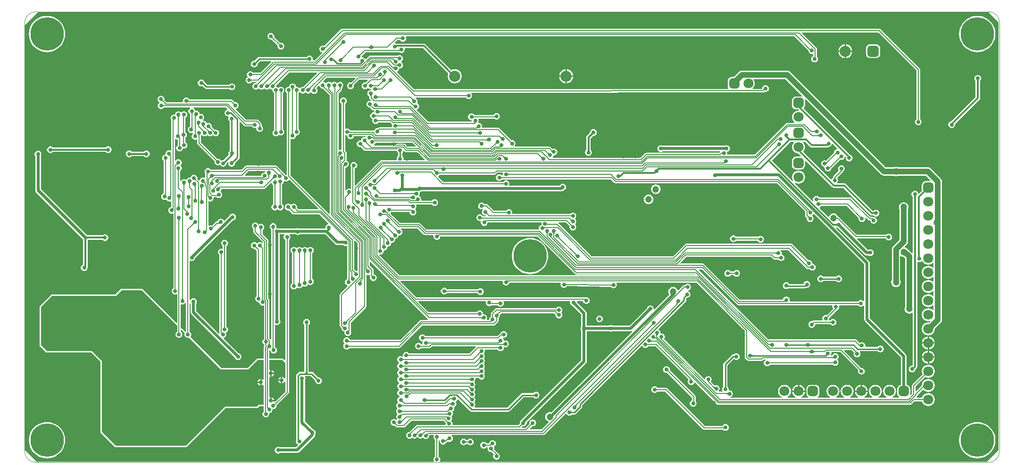
<source format=gbl>
G04 Layer_Physical_Order=2*
G04 Layer_Color=16711680*
%FSLAX43Y43*%
%MOMM*%
G71*
G01*
G75*
%ADD100C,0.150*%
%ADD101C,0.200*%
%ADD102C,0.500*%
%ADD103C,0.250*%
%ADD104C,0.300*%
%ADD105C,0.254*%
%ADD107C,1.000*%
%ADD121C,0.100*%
%ADD122C,1.800*%
G04:AMPARAMS|DCode=123|XSize=1.8mm|YSize=1.8mm|CornerRadius=0.45mm|HoleSize=0mm|Usage=FLASHONLY|Rotation=270.000|XOffset=0mm|YOffset=0mm|HoleType=Round|Shape=RoundedRectangle|*
%AMROUNDEDRECTD123*
21,1,1.800,0.900,0,0,270.0*
21,1,0.900,1.800,0,0,270.0*
1,1,0.900,-0.450,-0.450*
1,1,0.900,-0.450,0.450*
1,1,0.900,0.450,0.450*
1,1,0.900,0.450,-0.450*
%
%ADD123ROUNDEDRECTD123*%
G04:AMPARAMS|DCode=124|XSize=1.8mm|YSize=1.8mm|CornerRadius=0.45mm|HoleSize=0mm|Usage=FLASHONLY|Rotation=180.000|XOffset=0mm|YOffset=0mm|HoleType=Round|Shape=RoundedRectangle|*
%AMROUNDEDRECTD124*
21,1,1.800,0.900,0,0,180.0*
21,1,0.900,1.800,0,0,180.0*
1,1,0.900,-0.450,0.450*
1,1,0.900,0.450,0.450*
1,1,0.900,0.450,-0.450*
1,1,0.900,-0.450,-0.450*
%
%ADD124ROUNDEDRECTD124*%
G04:AMPARAMS|DCode=125|XSize=2mm|YSize=2mm|CornerRadius=0.5mm|HoleSize=0mm|Usage=FLASHONLY|Rotation=180.000|XOffset=0mm|YOffset=0mm|HoleType=Round|Shape=RoundedRectangle|*
%AMROUNDEDRECTD125*
21,1,2.000,1.000,0,0,180.0*
21,1,1.000,2.000,0,0,180.0*
1,1,1.000,-0.500,0.500*
1,1,1.000,0.500,0.500*
1,1,1.000,0.500,-0.500*
1,1,1.000,-0.500,-0.500*
%
%ADD125ROUNDEDRECTD125*%
%ADD126C,2.000*%
%ADD127C,6.000*%
%ADD128C,0.700*%
%ADD129C,1.200*%
G36*
X82596Y129650D02*
X82550Y129650D01*
X82466Y129643D01*
X82429Y129636D01*
X82394Y129628D01*
X82362Y129618D01*
X82333Y129605D01*
X82307Y129591D01*
X82283Y129575D01*
X82263Y129557D01*
X82157Y129663D01*
X82175Y129683D01*
X82191Y129707D01*
X82205Y129733D01*
X82218Y129762D01*
X82228Y129794D01*
X82236Y129829D01*
X82243Y129866D01*
X82247Y129907D01*
X82250Y129997D01*
X82596Y129650D01*
D02*
G37*
G36*
X79396Y128890D02*
X79383Y128876D01*
X79369Y128857D01*
X79355Y128835D01*
X79322Y128778D01*
X79285Y128704D01*
X79222Y128563D01*
X79045Y129019D01*
X79081Y129004D01*
X79115Y128993D01*
X79148Y128986D01*
X79180Y128983D01*
X79210Y128983D01*
X79239Y128988D01*
X79266Y128996D01*
X79292Y129008D01*
X79316Y129025D01*
X79338Y129045D01*
X79396Y128890D01*
D02*
G37*
G36*
X87883Y129213D02*
X87947Y129158D01*
X87978Y129136D01*
X88009Y129117D01*
X88039Y129102D01*
X88068Y129090D01*
X88096Y129082D01*
X88124Y129077D01*
X88152Y129075D01*
Y128925D01*
X88124Y128923D01*
X88096Y128918D01*
X88068Y128910D01*
X88039Y128898D01*
X88009Y128883D01*
X87978Y128864D01*
X87947Y128842D01*
X87915Y128816D01*
X87850Y128755D01*
Y129245D01*
X87883Y129213D01*
D02*
G37*
G36*
X87350Y128755D02*
X87317Y128787D01*
X87253Y128842D01*
X87222Y128864D01*
X87191Y128883D01*
X87161Y128898D01*
X87132Y128910D01*
X87104Y128918D01*
X87076Y128923D01*
X87048Y128925D01*
Y129075D01*
X87076Y129077D01*
X87104Y129082D01*
X87132Y129090D01*
X87161Y129102D01*
X87191Y129117D01*
X87222Y129136D01*
X87253Y129158D01*
X87285Y129184D01*
X87350Y129245D01*
Y128755D01*
D02*
G37*
G36*
X82543Y127037D02*
X82525Y127017D01*
X82509Y126993D01*
X82495Y126967D01*
X82482Y126938D01*
X82472Y126906D01*
X82464Y126871D01*
X82457Y126834D01*
X82453Y126793D01*
X82450Y126703D01*
X82104Y127050D01*
X82150Y127050D01*
X82234Y127057D01*
X82271Y127064D01*
X82306Y127072D01*
X82338Y127082D01*
X82367Y127095D01*
X82393Y127109D01*
X82417Y127125D01*
X82437Y127143D01*
X82543Y127037D01*
D02*
G37*
G36*
X91683Y126825D02*
X91707Y126809D01*
X91733Y126795D01*
X91762Y126782D01*
X91794Y126772D01*
X91829Y126764D01*
X91866Y126757D01*
X91907Y126753D01*
X91996Y126750D01*
X91650Y126404D01*
X91650Y126450D01*
X91643Y126534D01*
X91636Y126571D01*
X91628Y126606D01*
X91618Y126638D01*
X91605Y126667D01*
X91591Y126693D01*
X91575Y126717D01*
X91557Y126737D01*
X91663Y126843D01*
X91683Y126825D01*
D02*
G37*
G36*
X86137Y126278D02*
X86109Y126266D01*
X86056Y126238D01*
X86030Y126222D01*
X85979Y126187D01*
X85954Y126168D01*
X85906Y126126D01*
X85882Y126103D01*
X85614Y126194D01*
X85638Y126220D01*
X85658Y126245D01*
X85674Y126271D01*
X85686Y126297D01*
X85695Y126323D01*
X85700Y126349D01*
X85701Y126376D01*
X85698Y126402D01*
X85692Y126429D01*
X85681Y126455D01*
X86137Y126278D01*
D02*
G37*
G36*
X92450Y125555D02*
X92417Y125587D01*
X92353Y125642D01*
X92322Y125664D01*
X92291Y125683D01*
X92261Y125698D01*
X92232Y125710D01*
X92203Y125718D01*
X92175Y125723D01*
X92148Y125725D01*
Y125875D01*
X92175Y125877D01*
X92203Y125882D01*
X92232Y125890D01*
X92261Y125902D01*
X92291Y125918D01*
X92322Y125936D01*
X92353Y125958D01*
X92385Y125984D01*
X92450Y126045D01*
Y125555D01*
D02*
G37*
G36*
X88096Y125350D02*
X88050Y125350D01*
X87966Y125343D01*
X87929Y125336D01*
X87894Y125328D01*
X87862Y125318D01*
X87833Y125305D01*
X87807Y125291D01*
X87783Y125275D01*
X87763Y125257D01*
X87657Y125363D01*
X87675Y125383D01*
X87691Y125407D01*
X87705Y125433D01*
X87718Y125462D01*
X87728Y125494D01*
X87736Y125529D01*
X87743Y125566D01*
X87747Y125607D01*
X87750Y125697D01*
X88096Y125350D01*
D02*
G37*
G36*
X91662Y125110D02*
X91651Y125145D01*
X91638Y125177D01*
X91622Y125205D01*
X91605Y125230D01*
X91585Y125250D01*
X91563Y125267D01*
X91539Y125280D01*
X91513Y125290D01*
X91484Y125295D01*
X91454Y125297D01*
X91542Y125447D01*
X91562Y125448D01*
X91586Y125451D01*
X91642Y125461D01*
X91712Y125478D01*
X91889Y125532D01*
X91662Y125110D01*
D02*
G37*
G36*
X90177Y124258D02*
X90177Y124256D01*
X90176Y124252D01*
X90175Y124231D01*
X90175Y124183D01*
X90025D01*
X90022Y124259D01*
X90178D01*
X90177Y124258D01*
D02*
G37*
G36*
X89197Y123750D02*
X89150Y123750D01*
X89066Y123743D01*
X89029Y123736D01*
X88994Y123728D01*
X88962Y123718D01*
X88933Y123705D01*
X88907Y123691D01*
X88883Y123675D01*
X88863Y123657D01*
X88757Y123763D01*
X88775Y123783D01*
X88791Y123807D01*
X88805Y123833D01*
X88818Y123862D01*
X88828Y123894D01*
X88836Y123929D01*
X88843Y123966D01*
X88847Y124007D01*
X88850Y124096D01*
X89197Y123750D01*
D02*
G37*
G36*
X84771Y123439D02*
X84019Y122688D01*
X83900Y122712D01*
X83666Y122665D01*
X83467Y122533D01*
X83335Y122334D01*
X83288Y122100D01*
X83335Y121866D01*
X83467Y121667D01*
X83666Y121535D01*
X83900Y121488D01*
X84134Y121535D01*
X84333Y121667D01*
X84465Y121866D01*
X84512Y122100D01*
X84488Y122219D01*
X85437Y123169D01*
X86934D01*
X86983Y123051D01*
X86619Y122688D01*
X86500Y122712D01*
X86266Y122665D01*
X86067Y122533D01*
X85935Y122334D01*
X85888Y122100D01*
X85935Y121866D01*
X86067Y121667D01*
X86266Y121535D01*
X86500Y121488D01*
X86734Y121535D01*
X86920Y121659D01*
X86964Y121673D01*
X87036D01*
X87080Y121659D01*
X87266Y121535D01*
X87500Y121488D01*
X87594Y121405D01*
X87500Y121312D01*
X87266Y121265D01*
X87067Y121133D01*
X86935Y120934D01*
X86888Y120700D01*
X86935Y120466D01*
X87067Y120267D01*
X87196Y120182D01*
X87210Y120169D01*
X87238Y120153D01*
X87254Y120143D01*
X87265Y120134D01*
X87269Y120130D01*
Y119917D01*
X87294Y119790D01*
X87366Y119682D01*
X87571Y119477D01*
X87508Y119360D01*
X87375Y119387D01*
X87141Y119340D01*
X86942Y119208D01*
X86810Y119009D01*
X86763Y118775D01*
X86810Y118541D01*
X86942Y118342D01*
X87141Y118210D01*
X87366Y118165D01*
X87766Y117766D01*
X87873Y117694D01*
X88000Y117669D01*
X88017D01*
X88116Y117542D01*
X88093Y117423D01*
X88050Y117361D01*
X88038Y117350D01*
X87977Y117307D01*
X87766Y117265D01*
X87567Y117133D01*
X87435Y116934D01*
X87388Y116700D01*
X87435Y116466D01*
X87567Y116267D01*
X87754Y116142D01*
X87821Y116068D01*
X87835Y116034D01*
X87788Y115800D01*
X87835Y115566D01*
X87967Y115367D01*
X88166Y115235D01*
X88400Y115188D01*
X88634Y115235D01*
X88833Y115367D01*
X88900Y115469D01*
X91035D01*
X91240Y115263D01*
X91260Y115250D01*
X91335Y115134D01*
X91288Y114900D01*
X91321Y114736D01*
X91232Y114609D01*
X89077D01*
X88951Y114584D01*
X88843Y114512D01*
X88819Y114488D01*
X88700Y114512D01*
X88466Y114465D01*
X88267Y114333D01*
X88135Y114134D01*
X88122Y114067D01*
X87979Y114000D01*
X87920Y114011D01*
X83957D01*
X83934Y114034D01*
X83827Y114106D01*
X83816Y114108D01*
X83733Y114233D01*
X83534Y114365D01*
X83300Y114412D01*
X83066Y114365D01*
X83043Y114350D01*
X82931Y114410D01*
Y118900D01*
X83033Y118967D01*
X83165Y119166D01*
X83212Y119400D01*
X83165Y119634D01*
X83033Y119833D01*
X82834Y119965D01*
X82600Y120012D01*
X82366Y119965D01*
X82167Y119833D01*
X82035Y119634D01*
X81988Y119400D01*
X82035Y119166D01*
X82167Y118967D01*
X82269Y118900D01*
Y110658D01*
X82142Y110559D01*
X82000Y110587D01*
X81849Y110557D01*
X81722Y110652D01*
Y120753D01*
X82234Y121266D01*
X82306Y121373D01*
X82331Y121500D01*
Y121700D01*
X82433Y121767D01*
X82565Y121966D01*
X82612Y122200D01*
X82565Y122434D01*
X82433Y122633D01*
X82234Y122765D01*
X82000Y122812D01*
X81766Y122765D01*
X81567Y122633D01*
X81563Y122627D01*
X81437D01*
X81433Y122633D01*
X81234Y122765D01*
X81000Y122812D01*
X80766Y122765D01*
X80580Y122641D01*
X80536Y122627D01*
X80464D01*
X80420Y122641D01*
X80234Y122765D01*
X80000Y122812D01*
X79766Y122765D01*
X79567Y122633D01*
X79518Y122558D01*
X79391D01*
X79358Y122608D01*
X79159Y122740D01*
X79017Y122769D01*
X78975Y122906D01*
X79625Y123557D01*
X84722D01*
X84771Y123439D01*
D02*
G37*
G36*
X91096Y122750D02*
X91050Y122750D01*
X90966Y122743D01*
X90929Y122736D01*
X90894Y122728D01*
X90862Y122718D01*
X90833Y122705D01*
X90807Y122691D01*
X90783Y122675D01*
X90763Y122657D01*
X90657Y122763D01*
X90675Y122783D01*
X90691Y122807D01*
X90705Y122833D01*
X90718Y122862D01*
X90728Y122894D01*
X90736Y122929D01*
X90743Y122966D01*
X90747Y123007D01*
X90750Y123096D01*
X91096Y122750D01*
D02*
G37*
G36*
X89896D02*
X89850Y122750D01*
X89766Y122743D01*
X89729Y122736D01*
X89694Y122728D01*
X89662Y122718D01*
X89633Y122705D01*
X89607Y122691D01*
X89583Y122675D01*
X89563Y122657D01*
X89457Y122763D01*
X89475Y122783D01*
X89491Y122807D01*
X89505Y122833D01*
X89518Y122862D01*
X89528Y122894D01*
X89536Y122929D01*
X89543Y122966D01*
X89547Y123007D01*
X89550Y123096D01*
X89896Y122750D01*
D02*
G37*
G36*
X69394Y122204D02*
X69381Y122190D01*
X69367Y122171D01*
X69352Y122148D01*
X69320Y122090D01*
X69285Y122015D01*
X69226Y121874D01*
X69033Y122324D01*
X69070Y122310D01*
X69106Y122300D01*
X69140Y122294D01*
X69172Y122291D01*
X69203Y122292D01*
X69232Y122297D01*
X69259Y122306D01*
X69285Y122318D01*
X69309Y122334D01*
X69332Y122354D01*
X69394Y122204D01*
D02*
G37*
G36*
X68343Y122337D02*
X68325Y122317D01*
X68309Y122293D01*
X68295Y122267D01*
X68282Y122238D01*
X68272Y122206D01*
X68264Y122171D01*
X68257Y122134D01*
X68253Y122093D01*
X68250Y122004D01*
X67904Y122350D01*
X67950Y122350D01*
X68034Y122357D01*
X68071Y122364D01*
X68106Y122372D01*
X68138Y122382D01*
X68167Y122395D01*
X68193Y122409D01*
X68217Y122425D01*
X68237Y122443D01*
X68343Y122337D01*
D02*
G37*
G36*
X87783Y122313D02*
X87847Y122258D01*
X87878Y122236D01*
X87909Y122217D01*
X87939Y122202D01*
X87968Y122190D01*
X87996Y122182D01*
X88024Y122177D01*
X88052Y122175D01*
Y122025D01*
X88024Y122023D01*
X87996Y122018D01*
X87968Y122010D01*
X87939Y121998D01*
X87909Y121982D01*
X87878Y121964D01*
X87847Y121942D01*
X87815Y121916D01*
X87750Y121855D01*
Y122345D01*
X87783Y122313D01*
D02*
G37*
G36*
X80213Y121917D02*
X80158Y121853D01*
X80136Y121822D01*
X80118Y121791D01*
X80102Y121761D01*
X80090Y121732D01*
X80082Y121703D01*
X80077Y121675D01*
X80075Y121648D01*
X79925D01*
X79923Y121675D01*
X79918Y121703D01*
X79910Y121732D01*
X79898Y121761D01*
X79882Y121791D01*
X79864Y121822D01*
X79842Y121853D01*
X79816Y121885D01*
X79755Y121950D01*
X80245D01*
X80213Y121917D01*
D02*
G37*
G36*
X81274Y121975D02*
X81212Y121856D01*
X81197Y121821D01*
X81175Y121758D01*
X81168Y121730D01*
X81164Y121704D01*
X81163Y121680D01*
X81013Y121640D01*
X81011Y121670D01*
X81006Y121698D01*
X80996Y121726D01*
X80983Y121753D01*
X80966Y121779D01*
X80946Y121804D01*
X80921Y121828D01*
X80893Y121852D01*
X80861Y121875D01*
X80826Y121896D01*
X81300Y122020D01*
X81274Y121975D01*
D02*
G37*
G36*
X77426Y121723D02*
X77429Y121698D01*
X77434Y121674D01*
X77441Y121652D01*
X77450Y121631D01*
X77461Y121612D01*
X77474Y121595D01*
X77489Y121579D01*
X77506Y121565D01*
X77525Y121553D01*
X77175D01*
X77194Y121565D01*
X77211Y121579D01*
X77226Y121595D01*
X77239Y121612D01*
X77250Y121631D01*
X77259Y121652D01*
X77266Y121674D01*
X77271Y121698D01*
X77274Y121723D01*
X77275Y121750D01*
X77425D01*
X77426Y121723D01*
D02*
G37*
G36*
X73713Y121617D02*
X73658Y121553D01*
X73636Y121522D01*
X73618Y121491D01*
X73602Y121461D01*
X73590Y121432D01*
X73582Y121404D01*
X73577Y121376D01*
X73575Y121348D01*
X73425D01*
X73423Y121376D01*
X73418Y121404D01*
X73410Y121432D01*
X73398Y121461D01*
X73382Y121491D01*
X73364Y121522D01*
X73342Y121553D01*
X73316Y121585D01*
X73255Y121650D01*
X73745D01*
X73713Y121617D01*
D02*
G37*
G36*
X76743Y121637D02*
X76725Y121617D01*
X76709Y121593D01*
X76695Y121567D01*
X76682Y121538D01*
X76672Y121506D01*
X76664Y121471D01*
X76657Y121434D01*
X76653Y121393D01*
X76650Y121303D01*
X76303Y121650D01*
X76350Y121650D01*
X76434Y121657D01*
X76471Y121664D01*
X76506Y121672D01*
X76538Y121682D01*
X76567Y121695D01*
X76593Y121709D01*
X76617Y121725D01*
X76637Y121743D01*
X76743Y121637D01*
D02*
G37*
G36*
X88583Y121713D02*
X88647Y121658D01*
X88678Y121636D01*
X88709Y121618D01*
X88739Y121602D01*
X88768Y121590D01*
X88797Y121582D01*
X88825Y121577D01*
X88852Y121575D01*
Y121425D01*
X88825Y121423D01*
X88797Y121418D01*
X88768Y121410D01*
X88739Y121398D01*
X88709Y121382D01*
X88678Y121364D01*
X88647Y121342D01*
X88615Y121316D01*
X88550Y121255D01*
Y121745D01*
X88583Y121713D01*
D02*
G37*
G36*
X164981Y120249D02*
X164947Y120166D01*
X164916Y120134D01*
X164750Y120156D01*
X163850D01*
X163667Y120132D01*
X163497Y120061D01*
X163351Y119949D01*
X163239Y119803D01*
X163168Y119633D01*
X163144Y119450D01*
Y118550D01*
X163168Y118367D01*
X163239Y118197D01*
X163351Y118051D01*
X163497Y117939D01*
X163667Y117868D01*
X163850Y117844D01*
X164279D01*
X164394Y117729D01*
X164338Y117615D01*
X164300Y117620D01*
X164000Y117580D01*
X163720Y117465D01*
X163480Y117280D01*
X163295Y117040D01*
X163180Y116760D01*
X163140Y116460D01*
X163180Y116160D01*
X163295Y115880D01*
X163480Y115640D01*
X163583Y115561D01*
X163540Y115434D01*
X162275D01*
X162148Y115409D01*
X162040Y115337D01*
X156437Y109734D01*
X151585D01*
X151484Y109861D01*
X151512Y110000D01*
X151471Y110203D01*
X151634Y110235D01*
X151832Y110367D01*
X151965Y110566D01*
X152012Y110800D01*
X151965Y111034D01*
X151832Y111233D01*
X151634Y111365D01*
X151400Y111412D01*
X151166Y111365D01*
X151083Y111310D01*
X139917D01*
X139834Y111365D01*
X139600Y111412D01*
X139366Y111365D01*
X139167Y111233D01*
X139035Y111034D01*
X138988Y110800D01*
X139035Y110566D01*
X139167Y110367D01*
X139366Y110235D01*
X139600Y110188D01*
X139834Y110235D01*
X139917Y110290D01*
X150142D01*
X150195Y110163D01*
X150068Y110036D01*
X136977D01*
X136850Y110011D01*
X136743Y109939D01*
X135935Y109131D01*
X120261D01*
X120193Y109258D01*
X120265Y109366D01*
X120288Y109483D01*
X120400Y109588D01*
X120634Y109635D01*
X120833Y109767D01*
X120965Y109966D01*
X121012Y110200D01*
X120965Y110434D01*
X120833Y110633D01*
X120634Y110765D01*
X120400Y110812D01*
X120166Y110765D01*
X120133Y110743D01*
X120122Y110738D01*
X120121Y110738D01*
X119809Y111050D01*
X119702Y111122D01*
X119575Y111147D01*
X113369D01*
X113350Y111209D01*
X113337Y111274D01*
X113465Y111466D01*
X113512Y111700D01*
X113465Y111934D01*
X113333Y112133D01*
X113134Y112265D01*
X112900Y112312D01*
X112781Y112288D01*
X110634Y114434D01*
X110527Y114506D01*
X110400Y114531D01*
X107583D01*
X107484Y114658D01*
X107512Y114800D01*
X107465Y115034D01*
X107333Y115233D01*
X107134Y115365D01*
X106913Y115409D01*
X106833Y115518D01*
X106865Y115566D01*
X106912Y115800D01*
X106865Y116034D01*
X106850Y116057D01*
X106910Y116169D01*
X109667D01*
X109667Y116167D01*
X109866Y116035D01*
X110100Y115988D01*
X110334Y116035D01*
X110533Y116167D01*
X110665Y116366D01*
X110712Y116600D01*
X110665Y116834D01*
X110533Y117033D01*
X110334Y117165D01*
X110100Y117212D01*
X109866Y117165D01*
X109667Y117033D01*
X109535Y116834D01*
X109534Y116831D01*
X106100D01*
X106033Y116933D01*
X105834Y117065D01*
X105600Y117112D01*
X105366Y117065D01*
X105167Y116933D01*
X105035Y116734D01*
X104988Y116500D01*
X105035Y116266D01*
X105167Y116067D01*
X105366Y115935D01*
X105577Y115893D01*
X105639Y115850D01*
X105650Y115839D01*
X105693Y115777D01*
X105702Y115730D01*
X105622Y115631D01*
X97848D01*
X95771Y117708D01*
X95808Y117830D01*
X95834Y117835D01*
X96033Y117967D01*
X96165Y118166D01*
X96212Y118400D01*
X96165Y118634D01*
X96033Y118833D01*
X95915Y118911D01*
X95865Y119066D01*
X95912Y119300D01*
X95865Y119534D01*
X95733Y119733D01*
X95569Y119842D01*
X95608Y119969D01*
X104600D01*
X104667Y119867D01*
X104866Y119735D01*
X105100Y119688D01*
X105334Y119735D01*
X105533Y119867D01*
X105665Y120066D01*
X105712Y120300D01*
X105665Y120534D01*
X105558Y120695D01*
X105610Y120822D01*
X158000Y120869D01*
X158064Y120881D01*
X158127Y120894D01*
X158127Y120894D01*
X158127Y120894D01*
X158180Y120929D01*
X158234Y120966D01*
X158281Y121012D01*
X158400Y120988D01*
X158634Y121035D01*
X158833Y121167D01*
X158965Y121366D01*
X159012Y121600D01*
X158965Y121834D01*
X158833Y122033D01*
X158634Y122165D01*
X158400Y122212D01*
X158166Y122165D01*
X157967Y122033D01*
X157835Y121834D01*
X157788Y121600D01*
X157732Y121531D01*
X156122Y121530D01*
X156081Y121650D01*
X156120Y121680D01*
X156305Y121920D01*
X156420Y122200D01*
X156460Y122500D01*
X156420Y122800D01*
X156305Y123080D01*
X156226Y123182D01*
X156282Y123296D01*
X161934D01*
X164981Y120249D01*
D02*
G37*
G36*
X78331Y122083D02*
X78360Y121941D01*
X78492Y121742D01*
X78691Y121610D01*
X78925Y121563D01*
X78961Y121570D01*
X80152Y120380D01*
Y99099D01*
X80035Y99051D01*
X73131Y105954D01*
Y112490D01*
X73243Y112550D01*
X73266Y112535D01*
X73500Y112488D01*
X73734Y112535D01*
X73933Y112667D01*
X74065Y112866D01*
X74112Y113100D01*
X74161Y113150D01*
X74223Y113193D01*
X74434Y113235D01*
X74633Y113367D01*
X74765Y113566D01*
X74812Y113800D01*
X74765Y114034D01*
X74633Y114233D01*
X74531Y114300D01*
Y120800D01*
X74633Y120867D01*
X74687Y120948D01*
X74813D01*
X74867Y120867D01*
X75066Y120735D01*
X75300Y120688D01*
X75534Y120735D01*
X75720Y120859D01*
X75764Y120873D01*
X75836D01*
X75880Y120859D01*
X76066Y120735D01*
X76300Y120688D01*
X76534Y120735D01*
X76732Y120867D01*
X76761Y120886D01*
X76872D01*
X76917Y120817D01*
X77116Y120685D01*
X77350Y120638D01*
X77584Y120685D01*
X77783Y120817D01*
X77915Y121016D01*
X77962Y121250D01*
X77915Y121484D01*
X77783Y121683D01*
X77780Y121711D01*
X78194Y122125D01*
X78331Y122083D01*
D02*
G37*
G36*
X87781Y120484D02*
X87708Y120326D01*
X87696Y120293D01*
X87680Y120235D01*
X87676Y120210D01*
X87675Y120187D01*
X87525Y120141D01*
X87523Y120170D01*
X87517Y120199D01*
X87508Y120226D01*
X87495Y120253D01*
X87478Y120278D01*
X87457Y120303D01*
X87433Y120326D01*
X87404Y120349D01*
X87372Y120370D01*
X87337Y120390D01*
X87806Y120530D01*
X87781Y120484D01*
D02*
G37*
G36*
X88683Y120263D02*
X88747Y120208D01*
X88778Y120186D01*
X88809Y120168D01*
X88839Y120152D01*
X88868Y120140D01*
X88896Y120132D01*
X88924Y120127D01*
X88952Y120125D01*
Y119975D01*
X88924Y119973D01*
X88896Y119968D01*
X88868Y119960D01*
X88839Y119948D01*
X88809Y119933D01*
X88778Y119914D01*
X88747Y119892D01*
X88715Y119866D01*
X88650Y119805D01*
Y120295D01*
X88683Y120263D01*
D02*
G37*
G36*
X95048Y119760D02*
X95070Y119745D01*
X95095Y119730D01*
X95124Y119715D01*
X95156Y119702D01*
X95230Y119676D01*
X95272Y119665D01*
X95367Y119643D01*
X94958Y119374D01*
X94966Y119416D01*
X94971Y119456D01*
X94972Y119493D01*
X94971Y119528D01*
X94967Y119561D01*
X94960Y119592D01*
X94950Y119621D01*
X94936Y119647D01*
X94920Y119671D01*
X94901Y119693D01*
X95030Y119777D01*
X95048Y119760D01*
D02*
G37*
G36*
X95294Y118570D02*
X95251Y118425D01*
X95250Y118425D01*
X95249Y118425D01*
X95200Y118425D01*
Y118575D01*
X95294Y118570D01*
D02*
G37*
G36*
X88753Y118623D02*
X88763Y118592D01*
X88775Y118565D01*
X88791Y118541D01*
X88809Y118521D01*
X88829Y118504D01*
X88852Y118491D01*
X88878Y118482D01*
X88906Y118477D01*
X88937Y118475D01*
X88827Y118325D01*
X88805Y118324D01*
X88753Y118319D01*
X88692Y118309D01*
X88579Y118285D01*
X88491Y118262D01*
X88745Y118658D01*
X88753Y118623D01*
D02*
G37*
G36*
X88983Y117613D02*
X89047Y117558D01*
X89078Y117536D01*
X89109Y117518D01*
X89139Y117502D01*
X89168Y117490D01*
X89197Y117482D01*
X89225Y117477D01*
X89252Y117475D01*
Y117325D01*
X89225Y117323D01*
X89197Y117318D01*
X89168Y117310D01*
X89139Y117298D01*
X89109Y117283D01*
X89078Y117264D01*
X89047Y117242D01*
X89015Y117216D01*
X88950Y117155D01*
Y117645D01*
X88983Y117613D01*
D02*
G37*
G36*
X93100Y117219D02*
X93101Y117215D01*
X93103Y117211D01*
X93106Y117206D01*
X93111Y117199D01*
X93124Y117184D01*
X93142Y117164D01*
X93153Y117153D01*
X93047Y117047D01*
X93036Y117058D01*
X92994Y117094D01*
X92989Y117097D01*
X92985Y117099D01*
X92981Y117100D01*
X92979Y117099D01*
X93101Y117221D01*
X93100Y117219D01*
D02*
G37*
G36*
X88283Y116913D02*
X88347Y116858D01*
X88378Y116836D01*
X88409Y116818D01*
X88439Y116802D01*
X88468Y116790D01*
X88496Y116782D01*
X88524Y116777D01*
X88552Y116775D01*
Y116625D01*
X88524Y116623D01*
X88496Y116618D01*
X88468Y116610D01*
X88439Y116598D01*
X88409Y116583D01*
X88378Y116564D01*
X88347Y116542D01*
X88315Y116516D01*
X88250Y116455D01*
Y116945D01*
X88283Y116913D01*
D02*
G37*
G36*
X53213Y116617D02*
X53158Y116553D01*
X53136Y116522D01*
X53117Y116491D01*
X53102Y116461D01*
X53090Y116432D01*
X53082Y116404D01*
X53077Y116376D01*
X53075Y116348D01*
X52925D01*
X52923Y116376D01*
X52918Y116404D01*
X52910Y116432D01*
X52898Y116461D01*
X52882Y116491D01*
X52864Y116522D01*
X52842Y116553D01*
X52816Y116585D01*
X52755Y116650D01*
X53245D01*
X53213Y116617D01*
D02*
G37*
G36*
X92253Y116423D02*
X92263Y116392D01*
X92275Y116365D01*
X92291Y116341D01*
X92309Y116321D01*
X92329Y116304D01*
X92352Y116291D01*
X92378Y116282D01*
X92406Y116277D01*
X92437Y116275D01*
X92327Y116125D01*
X92305Y116124D01*
X92253Y116119D01*
X92192Y116109D01*
X92079Y116085D01*
X91991Y116062D01*
X92245Y116458D01*
X92253Y116423D01*
D02*
G37*
G36*
X106483Y115501D02*
X106445Y115478D01*
X106273Y115355D01*
X106242Y115329D01*
X106158Y115252D01*
X106047Y115353D01*
X106063Y115371D01*
X106074Y115391D01*
X106082Y115411D01*
X106086Y115433D01*
X106085Y115455D01*
X106081Y115479D01*
X106073Y115504D01*
X106060Y115530D01*
X106044Y115557D01*
X106024Y115585D01*
X106483Y115501D01*
D02*
G37*
G36*
X200200Y133500D02*
Y56600D01*
X198100Y54500D01*
X99974D01*
X99906Y54627D01*
X99965Y54716D01*
X100012Y54950D01*
X99965Y55184D01*
X99833Y55383D01*
X99731Y55450D01*
Y58421D01*
X99758Y58445D01*
X99810Y58426D01*
X99870Y58357D01*
X99869Y58350D01*
X99891Y58238D01*
X99888Y58225D01*
X99935Y57991D01*
X100067Y57792D01*
X100266Y57660D01*
X100500Y57613D01*
X100734Y57660D01*
X100933Y57792D01*
X101065Y57991D01*
X101069Y58012D01*
X101072Y58016D01*
X101073Y58019D01*
X101082D01*
X101209Y58044D01*
X101316Y58116D01*
X101391Y58190D01*
X101406Y58183D01*
X101441Y58160D01*
X101675Y58113D01*
X101909Y58160D01*
X102108Y58292D01*
X102240Y58491D01*
X102287Y58725D01*
X102240Y58959D01*
X102108Y59158D01*
X102064Y59187D01*
X102102Y59314D01*
X118545D01*
X118672Y59339D01*
X118780Y59411D01*
X122518Y63150D01*
X122667Y63118D01*
X122767Y62967D01*
X122966Y62835D01*
X123200Y62788D01*
X123434Y62835D01*
X123633Y62967D01*
X123666Y63018D01*
X124100D01*
X124246Y63047D01*
X124370Y63130D01*
X125370Y64130D01*
X125453Y64254D01*
X125482Y64400D01*
Y64708D01*
X136119Y75345D01*
X136269Y75315D01*
X136367Y75167D01*
X136566Y75035D01*
X136800Y74988D01*
X137034Y75035D01*
X137233Y75167D01*
X137300Y75269D01*
X138635D01*
X144597Y69306D01*
X144482Y69134D01*
X144436Y68900D01*
X144482Y68666D01*
X144615Y68467D01*
X144813Y68335D01*
X145047Y68288D01*
X145281Y68335D01*
X145480Y68467D01*
X145613Y68666D01*
X145627Y68740D01*
X145749Y68777D01*
X149665Y64861D01*
X149773Y64789D01*
X149899Y64764D01*
X184351D01*
X184477Y64789D01*
X184585Y64861D01*
X185093Y65369D01*
X186492D01*
X186595Y65120D01*
X186780Y64880D01*
X187020Y64695D01*
X187300Y64580D01*
X187600Y64540D01*
X187900Y64580D01*
X188180Y64695D01*
X188420Y64880D01*
X188605Y65120D01*
X188720Y65400D01*
X188760Y65700D01*
X188720Y66000D01*
X188605Y66280D01*
X188420Y66520D01*
X188180Y66705D01*
X187900Y66820D01*
X187600Y66860D01*
X187300Y66820D01*
X187020Y66705D01*
X186780Y66520D01*
X186595Y66280D01*
X186492Y66031D01*
X185494D01*
X185445Y66149D01*
X185537Y66240D01*
X185609Y66348D01*
X185631Y66463D01*
X186629Y67460D01*
X186755Y67452D01*
X186780Y67420D01*
X187020Y67235D01*
X187300Y67120D01*
X187600Y67080D01*
X187900Y67120D01*
X188180Y67235D01*
X188420Y67420D01*
X188605Y67660D01*
X188720Y67940D01*
X188760Y68240D01*
X188720Y68540D01*
X188605Y68820D01*
X188420Y69060D01*
X188180Y69245D01*
X187900Y69360D01*
X187600Y69400D01*
X187300Y69360D01*
X187020Y69245D01*
X186780Y69060D01*
X186595Y68820D01*
X186480Y68540D01*
X186440Y68240D01*
X186444Y68212D01*
X185449Y67217D01*
X185331Y67266D01*
Y68043D01*
X187051Y69763D01*
X187300Y69660D01*
X187600Y69620D01*
X187900Y69660D01*
X188180Y69775D01*
X188420Y69960D01*
X188605Y70200D01*
X188720Y70480D01*
X188760Y70780D01*
X188720Y71080D01*
X188605Y71360D01*
X188420Y71600D01*
X188180Y71785D01*
X187900Y71900D01*
X187600Y71940D01*
X187300Y71900D01*
X187020Y71785D01*
X186780Y71600D01*
X186595Y71360D01*
X186480Y71080D01*
X186440Y70780D01*
X186480Y70480D01*
X186583Y70231D01*
X184766Y68414D01*
X184694Y68307D01*
X184669Y68180D01*
Y66737D01*
X184449Y66517D01*
X184363Y66554D01*
X184334Y66582D01*
X184356Y66750D01*
Y67650D01*
X184332Y67833D01*
X184261Y68003D01*
X184149Y68149D01*
X184003Y68261D01*
X183833Y68332D01*
X183710Y68348D01*
Y73500D01*
X183671Y73695D01*
X183560Y73860D01*
X177110Y80311D01*
Y90243D01*
X177071Y90438D01*
X176960Y90603D01*
X171012Y96552D01*
X171092Y96651D01*
X171266Y96535D01*
X171364Y96515D01*
X176140Y91740D01*
X176305Y91629D01*
X176500Y91590D01*
X176883D01*
X176966Y91535D01*
X177200Y91488D01*
X177434Y91535D01*
X177633Y91667D01*
X177765Y91866D01*
X177812Y92100D01*
X177765Y92334D01*
X177633Y92533D01*
X177434Y92665D01*
X177200Y92712D01*
X176966Y92665D01*
X176883Y92610D01*
X176711D01*
X174770Y94551D01*
X174818Y94669D01*
X179934D01*
X179935Y94666D01*
X180067Y94467D01*
X180266Y94335D01*
X180500Y94288D01*
X180734Y94335D01*
X180933Y94467D01*
X181065Y94666D01*
X181112Y94900D01*
X181065Y95134D01*
X180933Y95333D01*
X180734Y95465D01*
X180500Y95512D01*
X180266Y95465D01*
X180067Y95333D01*
X180067Y95331D01*
X174737D01*
X171534Y98534D01*
X171427Y98606D01*
X171390Y98613D01*
X171342Y98729D01*
X171206Y98906D01*
X171029Y99042D01*
X170822Y99128D01*
X170600Y99157D01*
X170378Y99128D01*
X170171Y99042D01*
X169994Y98906D01*
X169858Y98729D01*
X169797Y98583D01*
X169655Y98546D01*
X168089Y100112D01*
X168122Y100220D01*
X168141Y100239D01*
X168333Y100367D01*
X168400Y100469D01*
X172963D01*
X175112Y98319D01*
X175088Y98200D01*
X175135Y97966D01*
X175267Y97767D01*
X175466Y97635D01*
X175700Y97588D01*
X175934Y97635D01*
X176133Y97767D01*
X176265Y97966D01*
X176312Y98200D01*
X176285Y98333D01*
X176402Y98395D01*
X176832Y97966D01*
X176939Y97894D01*
X177066Y97869D01*
X177194D01*
X177235Y97666D01*
X177367Y97467D01*
X177566Y97335D01*
X177800Y97288D01*
X178034Y97335D01*
X178233Y97467D01*
X178365Y97666D01*
X178412Y97900D01*
X178365Y98134D01*
X178233Y98333D01*
X178034Y98465D01*
X177800Y98512D01*
X177737Y98499D01*
X177727Y98506D01*
X177600Y98531D01*
X177204D01*
X173801Y101934D01*
X173693Y102006D01*
X173566Y102031D01*
X168000D01*
X167933Y102133D01*
X167734Y102265D01*
X167500Y102312D01*
X167266Y102265D01*
X167067Y102133D01*
X166935Y101934D01*
X166888Y101700D01*
X166935Y101466D01*
X166976Y101404D01*
X166877Y101323D01*
X163647Y104554D01*
X163720Y104655D01*
X164000Y104540D01*
X164300Y104500D01*
X164600Y104540D01*
X164880Y104655D01*
X165120Y104840D01*
X165305Y105080D01*
X165420Y105360D01*
X165460Y105660D01*
X165420Y105960D01*
X165305Y106240D01*
X165120Y106480D01*
X164880Y106665D01*
X164600Y106780D01*
X164300Y106820D01*
X164000Y106780D01*
X163720Y106665D01*
X163480Y106480D01*
X163295Y106240D01*
X163180Y105960D01*
X163140Y105660D01*
X163180Y105360D01*
X163295Y105080D01*
X163194Y105007D01*
X159539Y108662D01*
X162869Y111992D01*
X163417D01*
X163454Y111926D01*
X163468Y111865D01*
X163295Y111640D01*
X163180Y111360D01*
X163140Y111060D01*
X163180Y110760D01*
X163295Y110480D01*
X163480Y110240D01*
X163720Y110055D01*
X164000Y109940D01*
X164300Y109900D01*
X164315Y109902D01*
X164734Y109483D01*
X164681Y109356D01*
X163850D01*
X163667Y109332D01*
X163497Y109261D01*
X163351Y109149D01*
X163239Y109003D01*
X163168Y108833D01*
X163144Y108650D01*
Y107750D01*
X163168Y107567D01*
X163239Y107397D01*
X163351Y107251D01*
X163497Y107139D01*
X163667Y107068D01*
X163850Y107044D01*
X164750D01*
X164933Y107068D01*
X165103Y107139D01*
X165249Y107251D01*
X165361Y107397D01*
X165432Y107567D01*
X165456Y107750D01*
Y108581D01*
X165583Y108634D01*
X170358Y103858D01*
X170358Y103858D01*
X170491Y103770D01*
X170647Y103739D01*
X172315D01*
X177143Y98912D01*
X177143Y98912D01*
X177275Y98823D01*
X177431Y98792D01*
X177431Y98792D01*
X177751D01*
X177767Y98767D01*
X177966Y98635D01*
X178200Y98588D01*
X178434Y98635D01*
X178633Y98767D01*
X178765Y98966D01*
X178812Y99200D01*
X178765Y99434D01*
X178633Y99633D01*
X178434Y99765D01*
X178200Y99812D01*
X177966Y99765D01*
X177767Y99633D01*
X177751Y99608D01*
X177600D01*
X172773Y104435D01*
X172640Y104524D01*
X172484Y104555D01*
X172484Y104555D01*
X171275D01*
X171242Y104682D01*
X171365Y104866D01*
X171412Y105100D01*
X171365Y105334D01*
X171233Y105533D01*
X171230Y105561D01*
X172234Y106566D01*
X172306Y106673D01*
X172308Y106684D01*
X172433Y106767D01*
X172565Y106966D01*
X172612Y107200D01*
X172565Y107434D01*
X172433Y107633D01*
X172234Y107765D01*
X172000Y107812D01*
X171766Y107765D01*
X171567Y107633D01*
X171435Y107434D01*
X171388Y107200D01*
X171435Y106966D01*
X171540Y106809D01*
X170566Y105834D01*
X170494Y105727D01*
X170472Y105615D01*
X170470Y105609D01*
X170470Y105608D01*
X170469Y105600D01*
X170367Y105533D01*
X170235Y105334D01*
X170228Y105301D01*
X170107Y105264D01*
X165125Y110246D01*
X165305Y110480D01*
X165420Y110760D01*
X165460Y111060D01*
X165420Y111360D01*
X165305Y111640D01*
X165134Y111863D01*
X165165Y111990D01*
X165533D01*
X166412Y111112D01*
X166544Y111023D01*
X166700Y110992D01*
X166700Y110992D01*
X169400D01*
X169556Y111023D01*
X169664Y111095D01*
X169700Y111088D01*
X169934Y111135D01*
X170133Y111267D01*
X170265Y111466D01*
X170300Y111643D01*
X170433Y111690D01*
X171290Y110833D01*
X171243Y110700D01*
X171066Y110665D01*
X170867Y110533D01*
X170735Y110334D01*
X170688Y110100D01*
X170695Y110064D01*
X169273Y108642D01*
X169268Y108644D01*
X169264Y108645D01*
X169234Y108665D01*
X169000Y108712D01*
X168766Y108665D01*
X168567Y108533D01*
X168435Y108334D01*
X168388Y108100D01*
X168435Y107866D01*
X168567Y107667D01*
X168766Y107535D01*
X168900Y107508D01*
X169002Y107369D01*
X168988Y107300D01*
X169035Y107066D01*
X169167Y106867D01*
X169366Y106735D01*
X169600Y106688D01*
X169834Y106735D01*
X170033Y106867D01*
X170165Y107066D01*
X170198Y107229D01*
X171797Y108829D01*
X172000Y108788D01*
X172234Y108835D01*
X172433Y108967D01*
X172565Y109166D01*
X172600Y109343D01*
X172733Y109390D01*
X172827Y109296D01*
X172788Y109100D01*
X172835Y108866D01*
X172967Y108667D01*
X173166Y108535D01*
X173400Y108488D01*
X173634Y108535D01*
X173833Y108667D01*
X173965Y108866D01*
X174012Y109100D01*
X173965Y109334D01*
X173833Y109533D01*
X173634Y109665D01*
X173606Y109671D01*
X165248Y118029D01*
X165249Y118051D01*
X165361Y118197D01*
X165432Y118367D01*
X165456Y118550D01*
Y119450D01*
X165434Y119616D01*
X165466Y119647D01*
X165549Y119681D01*
X179065Y106165D01*
X179065Y106165D01*
X179222Y106045D01*
X179404Y105969D01*
X179600Y105944D01*
X179600Y105944D01*
X181405D01*
X181578Y105872D01*
X181800Y105843D01*
X182022Y105872D01*
X182195Y105944D01*
X187187D01*
X188047Y105083D01*
X187995Y104956D01*
X187150D01*
X186967Y104932D01*
X186797Y104861D01*
X186651Y104749D01*
X186539Y104603D01*
X186468Y104433D01*
X186444Y104250D01*
Y103350D01*
X186459Y103236D01*
X185922Y102698D01*
X185784Y102740D01*
X185765Y102834D01*
X185633Y103033D01*
X185434Y103165D01*
X185200Y103212D01*
X184966Y103165D01*
X184767Y103033D01*
X184635Y102834D01*
X184588Y102600D01*
X184635Y102366D01*
X184767Y102167D01*
X184792Y102151D01*
Y92055D01*
X184665Y92002D01*
X183932Y92735D01*
X183776Y92855D01*
X183703Y92885D01*
X183629Y92942D01*
X183422Y93028D01*
X183366Y93035D01*
X183326Y93156D01*
X183735Y93565D01*
X183735Y93565D01*
X183855Y93722D01*
X183931Y93904D01*
X183956Y94100D01*
X183956Y94100D01*
Y99905D01*
X184028Y100078D01*
X184057Y100300D01*
X184028Y100522D01*
X183942Y100729D01*
X183806Y100906D01*
X183629Y101042D01*
X183422Y101128D01*
X183200Y101157D01*
X182978Y101128D01*
X182771Y101042D01*
X182594Y100906D01*
X182458Y100729D01*
X182372Y100522D01*
X182343Y100300D01*
X182372Y100078D01*
X182444Y99905D01*
Y94413D01*
X181265Y93235D01*
X181145Y93078D01*
X181069Y92896D01*
X181044Y92700D01*
Y87195D01*
X180972Y87022D01*
X180943Y86800D01*
X180972Y86578D01*
X181058Y86371D01*
X181194Y86194D01*
X181371Y86058D01*
X181578Y85972D01*
X181800Y85943D01*
X182022Y85972D01*
X182229Y86058D01*
X182406Y86194D01*
X182542Y86371D01*
X182628Y86578D01*
X182657Y86800D01*
X182628Y87022D01*
X182556Y87195D01*
Y91462D01*
X182683Y91525D01*
X182771Y91458D01*
X182978Y91372D01*
X183183Y91345D01*
X183444Y91084D01*
Y82395D01*
X183372Y82222D01*
X183343Y82000D01*
X183372Y81778D01*
X183458Y81571D01*
X183594Y81394D01*
X183771Y81258D01*
X183978Y81172D01*
X184200Y81143D01*
X184422Y81172D01*
X184629Y81258D01*
X184678Y81296D01*
X184792Y81239D01*
Y71887D01*
X184700Y71812D01*
X184466Y71765D01*
X184267Y71633D01*
X184135Y71434D01*
X184088Y71200D01*
X184135Y70966D01*
X184267Y70767D01*
X184466Y70635D01*
X184700Y70588D01*
X184934Y70635D01*
X185133Y70767D01*
X185265Y70966D01*
X185296Y71119D01*
X185488Y71312D01*
X185488Y71312D01*
X185577Y71444D01*
X185608Y71600D01*
Y90406D01*
X185720Y90466D01*
X185766Y90435D01*
X186000Y90388D01*
X186234Y90435D01*
X186433Y90567D01*
X186446Y90588D01*
X186573Y90575D01*
X186595Y90520D01*
X186780Y90280D01*
X187020Y90095D01*
X187300Y89980D01*
X187600Y89940D01*
X187900Y89980D01*
X188180Y90095D01*
X188417Y90277D01*
X188463Y90270D01*
X188544Y90243D01*
Y89417D01*
X188463Y89390D01*
X188417Y89383D01*
X188180Y89565D01*
X187900Y89680D01*
X187600Y89720D01*
X187300Y89680D01*
X187020Y89565D01*
X186780Y89380D01*
X186595Y89140D01*
X186480Y88860D01*
X186440Y88560D01*
X186480Y88260D01*
X186595Y87980D01*
X186780Y87740D01*
X187020Y87555D01*
X187300Y87440D01*
X187600Y87400D01*
X187900Y87440D01*
X188180Y87555D01*
X188417Y87737D01*
X188463Y87730D01*
X188544Y87703D01*
Y86877D01*
X188463Y86850D01*
X188417Y86843D01*
X188180Y87025D01*
X187900Y87140D01*
X187600Y87180D01*
X187300Y87140D01*
X187020Y87025D01*
X186780Y86840D01*
X186595Y86600D01*
X186480Y86320D01*
X186440Y86020D01*
X186480Y85720D01*
X186595Y85440D01*
X186780Y85200D01*
X187020Y85016D01*
X187300Y84900D01*
X187600Y84860D01*
X187900Y84900D01*
X188180Y85016D01*
X188417Y85197D01*
X188463Y85190D01*
X188544Y85163D01*
Y84337D01*
X188463Y84310D01*
X188417Y84303D01*
X188180Y84485D01*
X187900Y84600D01*
X187600Y84640D01*
X187300Y84600D01*
X187020Y84485D01*
X186780Y84300D01*
X186595Y84060D01*
X186480Y83780D01*
X186440Y83480D01*
X186480Y83180D01*
X186595Y82900D01*
X186780Y82660D01*
X187020Y82475D01*
X187300Y82360D01*
X187600Y82320D01*
X187900Y82360D01*
X188180Y82475D01*
X188417Y82657D01*
X188463Y82650D01*
X188544Y82623D01*
Y81797D01*
X188463Y81770D01*
X188417Y81763D01*
X188180Y81945D01*
X187900Y82060D01*
X187600Y82100D01*
X187300Y82060D01*
X187020Y81945D01*
X186780Y81760D01*
X186595Y81520D01*
X186480Y81240D01*
X186440Y80940D01*
X186480Y80640D01*
X186595Y80360D01*
X186780Y80120D01*
X187020Y79935D01*
X187300Y79820D01*
X187600Y79780D01*
X187866Y79815D01*
X187934Y79703D01*
X187768Y79538D01*
X187600Y79560D01*
X187300Y79520D01*
X187020Y79405D01*
X186780Y79220D01*
X186595Y78980D01*
X186480Y78700D01*
X186440Y78400D01*
X186480Y78100D01*
X186595Y77820D01*
X186780Y77580D01*
X187020Y77395D01*
X187300Y77280D01*
X187600Y77240D01*
X187900Y77280D01*
X188180Y77395D01*
X188420Y77580D01*
X188605Y77820D01*
X188720Y78100D01*
X188758Y78389D01*
X189835Y79465D01*
X189955Y79622D01*
X190031Y79804D01*
X190044Y79902D01*
X190056Y80000D01*
X190056Y80000D01*
Y104900D01*
X190031Y105096D01*
X189955Y105278D01*
X189835Y105435D01*
X189835Y105435D01*
X188035Y107235D01*
X187878Y107355D01*
X187696Y107431D01*
X187500Y107456D01*
X182195D01*
X182022Y107528D01*
X181800Y107557D01*
X181578Y107528D01*
X181405Y107456D01*
X179913D01*
X162783Y124587D01*
X162626Y124708D01*
X162443Y124783D01*
X162248Y124809D01*
X154152D01*
X154152Y124809D01*
X153957Y124783D01*
X153774Y124708D01*
X153617Y124587D01*
X153617Y124587D01*
X152686Y123656D01*
X152310D01*
X152127Y123632D01*
X151957Y123561D01*
X151811Y123449D01*
X151699Y123303D01*
X151628Y123133D01*
X151604Y122950D01*
Y122050D01*
X151628Y121867D01*
X151699Y121697D01*
X151732Y121653D01*
X151670Y121526D01*
X102900Y121482D01*
X95286D01*
X92250Y124518D01*
X92282Y124667D01*
X92433Y124767D01*
X92565Y124966D01*
X92591Y125097D01*
X92700Y125188D01*
X92730Y125194D01*
X92934Y125235D01*
X93133Y125367D01*
X93265Y125566D01*
X93312Y125800D01*
X93265Y126034D01*
X93133Y126233D01*
X92992Y126327D01*
Y126473D01*
X93133Y126567D01*
X93265Y126766D01*
X93312Y127000D01*
X93265Y127234D01*
X93133Y127433D01*
X92934Y127565D01*
X92700Y127612D01*
X92466Y127565D01*
X92426Y127539D01*
X87424D01*
X87297Y127513D01*
X87190Y127442D01*
X86664Y126915D01*
X86500Y126931D01*
X86433Y127033D01*
X86234Y127165D01*
X86023Y127207D01*
X85961Y127250D01*
X85912Y127300D01*
X85888Y127419D01*
X86560Y128091D01*
X92681D01*
X92766Y128035D01*
X93000Y127988D01*
X93001Y127988D01*
X93100Y127969D01*
X93227Y127994D01*
X93334Y128066D01*
X93378Y128131D01*
X93433Y128167D01*
X93565Y128366D01*
X93612Y128600D01*
X93588Y128718D01*
X93693Y128845D01*
X96879D01*
X101445Y124278D01*
X101382Y124126D01*
X101339Y123800D01*
X101382Y123474D01*
X101508Y123170D01*
X101708Y122908D01*
X101970Y122708D01*
X102274Y122582D01*
X102600Y122539D01*
X102926Y122582D01*
X103230Y122708D01*
X103492Y122908D01*
X103692Y123170D01*
X103818Y123474D01*
X103861Y123800D01*
X103818Y124126D01*
X103692Y124430D01*
X103492Y124692D01*
X103230Y124892D01*
X102926Y125018D01*
X102600Y125061D01*
X102274Y125018D01*
X101980Y124896D01*
X97336Y129541D01*
X97204Y129629D01*
X97048Y129660D01*
X97048Y129660D01*
X92052D01*
X92052Y129660D01*
X92044Y129659D01*
X92034Y129665D01*
X91850Y129702D01*
X91800Y129831D01*
X92287Y130319D01*
X92766D01*
X92867Y130167D01*
X93066Y130035D01*
X93300Y129988D01*
X93534Y130035D01*
X93733Y130167D01*
X93865Y130366D01*
X93912Y130600D01*
X93865Y130834D01*
X93850Y130857D01*
X93910Y130969D01*
X163563D01*
X166095Y128436D01*
X166088Y128400D01*
X166135Y128166D01*
X166267Y127967D01*
X166466Y127835D01*
X166700Y127788D01*
X166842Y127816D01*
X166969Y127717D01*
Y127466D01*
X166966Y127465D01*
X166767Y127333D01*
X166635Y127134D01*
X166588Y126900D01*
X166635Y126666D01*
X166767Y126467D01*
X166966Y126335D01*
X167200Y126288D01*
X167434Y126335D01*
X167633Y126467D01*
X167765Y126666D01*
X167812Y126900D01*
X167765Y127134D01*
X167633Y127333D01*
X167631Y127333D01*
Y128700D01*
X167606Y128827D01*
X167534Y128934D01*
X164917Y131551D01*
X164966Y131669D01*
X178663D01*
X185469Y124863D01*
Y116100D01*
X185367Y116033D01*
X185235Y115834D01*
X185188Y115600D01*
X185235Y115366D01*
X185367Y115167D01*
X185566Y115035D01*
X185800Y114988D01*
X186034Y115035D01*
X186233Y115167D01*
X186365Y115366D01*
X186412Y115600D01*
X186365Y115834D01*
X186233Y116033D01*
X186131Y116100D01*
Y125000D01*
X186106Y125127D01*
X186034Y125234D01*
X179034Y132234D01*
X178927Y132306D01*
X178800Y132331D01*
X82400D01*
X82273Y132306D01*
X82166Y132234D01*
X79173Y129242D01*
X79168Y129244D01*
X79164Y129245D01*
X79134Y129265D01*
X78900Y129312D01*
X78666Y129265D01*
X78467Y129133D01*
X78335Y128934D01*
X78288Y128700D01*
X78335Y128466D01*
X78467Y128267D01*
X78666Y128135D01*
X78761Y128116D01*
X78798Y127994D01*
X77449Y126645D01*
X77191D01*
X77086Y126772D01*
X77112Y126900D01*
X77065Y127134D01*
X76933Y127333D01*
X76734Y127465D01*
X76500Y127512D01*
X76266Y127465D01*
X76067Y127333D01*
X76035Y127284D01*
X67500D01*
X67500Y127284D01*
X67353Y127255D01*
X67228Y127172D01*
X67228Y127172D01*
X66657Y126600D01*
X66600Y126612D01*
X66366Y126565D01*
X66167Y126433D01*
X66035Y126234D01*
X65988Y126000D01*
X66035Y125766D01*
X66167Y125567D01*
X66366Y125435D01*
X66600Y125388D01*
X66834Y125435D01*
X67033Y125567D01*
X67165Y125766D01*
X67212Y126000D01*
X67200Y126057D01*
X67659Y126516D01*
X69653D01*
X69702Y126398D01*
X67735Y124431D01*
X66400D01*
X66333Y124533D01*
X66134Y124665D01*
X65900Y124712D01*
X65666Y124665D01*
X65467Y124533D01*
X65335Y124334D01*
X65288Y124100D01*
X65335Y123866D01*
X65403Y123764D01*
X65465Y123666D01*
X65370Y123601D01*
X65267Y123533D01*
X65135Y123334D01*
X65088Y123100D01*
X65135Y122866D01*
X65267Y122667D01*
X65466Y122535D01*
X65700Y122488D01*
X65934Y122535D01*
X66133Y122667D01*
X66200Y122769D01*
X66953D01*
X67010Y122642D01*
X66970Y122598D01*
X66900Y122612D01*
X66666Y122565D01*
X66467Y122433D01*
X66335Y122234D01*
X66288Y122000D01*
X66335Y121766D01*
X66467Y121567D01*
X66666Y121435D01*
X66900Y121388D01*
X67134Y121435D01*
X67320Y121559D01*
X67364Y121573D01*
X67436D01*
X67480Y121559D01*
X67666Y121435D01*
X67900Y121388D01*
X68134Y121435D01*
X68320Y121559D01*
X68364Y121573D01*
X68436D01*
X68480Y121559D01*
X68666Y121435D01*
X68900Y121388D01*
X69134Y121435D01*
X69320Y121559D01*
X69364Y121573D01*
X69436D01*
X69480Y121559D01*
X69666Y121435D01*
X69782Y121412D01*
X69888Y121300D01*
X69935Y121066D01*
X70067Y120867D01*
X70169Y120800D01*
Y114100D01*
X70067Y114033D01*
X69935Y113834D01*
X69888Y113600D01*
X69935Y113366D01*
X70067Y113167D01*
X70266Y113035D01*
X70500Y112988D01*
X70734Y113035D01*
X70933Y113167D01*
X71036Y113322D01*
X71166Y113235D01*
X71400Y113188D01*
X71634Y113235D01*
X71832Y113368D01*
X71965Y113566D01*
X72012Y113800D01*
X71965Y114034D01*
X71832Y114233D01*
X71731Y114300D01*
Y120800D01*
X71832Y120867D01*
X71965Y121066D01*
X72012Y121300D01*
X71965Y121534D01*
X71832Y121733D01*
X71634Y121865D01*
X71400Y121912D01*
X71166Y121865D01*
X71049Y121787D01*
X70950Y121741D01*
X70851Y121787D01*
X70734Y121865D01*
X70617Y121888D01*
X70512Y122000D01*
X70488Y122119D01*
X72832Y124464D01*
X77829D01*
X77878Y124346D01*
X75419Y121888D01*
X75300Y121912D01*
X75066Y121865D01*
X74867Y121733D01*
X74813Y121652D01*
X74687D01*
X74633Y121733D01*
X74434Y121865D01*
X74200Y121912D01*
X74088Y122019D01*
X74065Y122134D01*
X73933Y122333D01*
X73734Y122465D01*
X73500Y122512D01*
X73266Y122465D01*
X73067Y122333D01*
X72935Y122134D01*
X72912Y122019D01*
X72800Y121912D01*
X72566Y121865D01*
X72367Y121733D01*
X72235Y121534D01*
X72188Y121300D01*
X72235Y121066D01*
X72367Y120867D01*
X72469Y120800D01*
Y106178D01*
X72370Y106098D01*
X72300Y106112D01*
X72264Y106105D01*
X70709Y107659D01*
X70602Y107731D01*
X70475Y107756D01*
X65225D01*
X65098Y107731D01*
X64991Y107659D01*
X64363Y107031D01*
X58804D01*
X58735Y107135D01*
X58536Y107268D01*
X58302Y107314D01*
X58068Y107268D01*
X57870Y107135D01*
X57737Y106937D01*
X57691Y106702D01*
X57737Y106468D01*
X57789Y106391D01*
Y105597D01*
X57677Y105537D01*
X57634Y105565D01*
X57400Y105612D01*
X57166Y105565D01*
X56967Y105433D01*
X56835Y105234D01*
X56815Y105133D01*
X56677Y105092D01*
X56388Y105381D01*
X56412Y105500D01*
X56365Y105734D01*
X56233Y105933D01*
X56034Y106065D01*
X55800Y106112D01*
X55566Y106065D01*
X55367Y105933D01*
X55235Y105734D01*
X55202Y105571D01*
X55000Y105612D01*
X54766Y105565D01*
X54567Y105433D01*
X54458Y105268D01*
X54311Y105214D01*
X54234Y105265D01*
X54000Y105312D01*
X53766Y105265D01*
X53567Y105133D01*
X53458Y104969D01*
X53331Y105008D01*
Y106800D01*
X53433Y106867D01*
X53565Y107066D01*
X53612Y107300D01*
X53565Y107534D01*
X53441Y107720D01*
X53427Y107764D01*
Y107836D01*
X53441Y107880D01*
X53565Y108066D01*
X53612Y108300D01*
X53565Y108534D01*
X53433Y108733D01*
X53234Y108865D01*
X53000Y108912D01*
X52766Y108865D01*
X52567Y108733D01*
X52511Y108648D01*
X52384Y108686D01*
Y112481D01*
X52511Y112538D01*
X52666Y112435D01*
X52869Y112394D01*
Y111400D01*
X52767Y111333D01*
X52635Y111134D01*
X52588Y110900D01*
X52635Y110666D01*
X52767Y110467D01*
X52966Y110335D01*
X53200Y110288D01*
X53434Y110335D01*
X53633Y110467D01*
X53765Y110666D01*
X53797Y110828D01*
X54000Y110788D01*
X54234Y110835D01*
X54432Y110967D01*
X54565Y111166D01*
X54612Y111400D01*
X54565Y111634D01*
X54432Y111832D01*
X54304Y111918D01*
X54290Y111931D01*
X54262Y111947D01*
X54246Y111957D01*
X54235Y111966D01*
X54231Y111969D01*
Y112800D01*
X54333Y112867D01*
X54465Y113066D01*
X54512Y113300D01*
X54465Y113534D01*
X54333Y113733D01*
X54231Y113800D01*
Y116334D01*
X54234Y116335D01*
X54433Y116467D01*
X54565Y116666D01*
X54612Y116900D01*
X54565Y117134D01*
X54433Y117333D01*
X54234Y117465D01*
X54000Y117512D01*
X53766Y117465D01*
X53580Y117341D01*
X53536Y117327D01*
X53464D01*
X53420Y117341D01*
X53234Y117465D01*
X53000Y117512D01*
X52766Y117465D01*
X52567Y117333D01*
X52435Y117134D01*
X52407Y116993D01*
X52269Y116898D01*
X52200Y116912D01*
X51966Y116865D01*
X51767Y116733D01*
X51635Y116534D01*
X51588Y116300D01*
X51635Y116066D01*
X51721Y115937D01*
Y110475D01*
X51609Y110415D01*
X51534Y110465D01*
X51300Y110512D01*
X51066Y110465D01*
X50867Y110333D01*
X50735Y110134D01*
X50688Y109900D01*
X50721Y109733D01*
X50700Y109712D01*
X50466Y109665D01*
X50267Y109533D01*
X50135Y109334D01*
X50088Y109100D01*
X50135Y108866D01*
X50267Y108667D01*
X50369Y108600D01*
Y102786D01*
X50367Y102785D01*
X50266Y102765D01*
X50067Y102633D01*
X49935Y102434D01*
X49888Y102200D01*
X49935Y101966D01*
X50067Y101767D01*
X50266Y101635D01*
X50500Y101588D01*
X50734Y101635D01*
X50738Y101638D01*
X50835Y101666D01*
X50967Y101467D01*
X51166Y101335D01*
X51400Y101288D01*
X51594Y101327D01*
X51721Y101252D01*
Y100296D01*
X51566Y100265D01*
X51367Y100133D01*
X51235Y99934D01*
X51188Y99700D01*
X51235Y99466D01*
X51367Y99267D01*
X51566Y99135D01*
X51800Y99088D01*
X51964Y99121D01*
X52091Y99032D01*
Y85715D01*
X51967Y85633D01*
X51835Y85434D01*
X51788Y85200D01*
X51835Y84966D01*
X51967Y84767D01*
X52166Y84635D01*
X52400Y84588D01*
X52634Y84635D01*
X52657Y84650D01*
X52769Y84590D01*
Y79508D01*
X52651Y79459D01*
X46555Y85555D01*
X46473Y85610D01*
X46375Y85630D01*
X42800D01*
X42702Y85610D01*
X42620Y85555D01*
X41657Y84592D01*
X30300D01*
X30202Y84573D01*
X30120Y84518D01*
X28151Y82549D01*
X28096Y82466D01*
X28076Y82369D01*
Y75400D01*
X28077Y75396D01*
X28076Y75392D01*
X28087Y75347D01*
X28096Y75302D01*
X28098Y75299D01*
X28099Y75295D01*
X28126Y75258D01*
X28151Y75220D01*
X28155Y75217D01*
X28157Y75214D01*
X29226Y74214D01*
X29265Y74190D01*
X29302Y74164D01*
X29307Y74164D01*
X29310Y74161D01*
X29355Y74154D01*
X29400Y74145D01*
X37394D01*
X38995Y72544D01*
Y59900D01*
X39014Y59802D01*
X39070Y59720D01*
X41582Y57207D01*
X41665Y57152D01*
X41763Y57133D01*
X54300D01*
X54348Y57142D01*
X54396Y57151D01*
X54397Y57152D01*
X54398Y57152D01*
X54438Y57179D01*
X54479Y57206D01*
X61505Y64145D01*
X67100D01*
X67118Y64149D01*
X67136Y64148D01*
X67166Y64158D01*
X67198Y64164D01*
X67213Y64175D01*
X67230Y64181D01*
X67254Y64202D01*
X67280Y64220D01*
X67290Y64235D01*
X67304Y64247D01*
X67527Y64545D01*
X68336D01*
Y63579D01*
X68267Y63533D01*
X68135Y63334D01*
X68088Y63100D01*
X68135Y62866D01*
X68267Y62667D01*
X68466Y62535D01*
X68700Y62488D01*
X68934Y62535D01*
X69133Y62667D01*
X69265Y62866D01*
X69312Y63100D01*
X69279Y63267D01*
X69300Y63288D01*
X69534Y63335D01*
X69733Y63467D01*
X69865Y63666D01*
X69912Y63900D01*
X69961Y63950D01*
X70023Y63993D01*
X70234Y64035D01*
X70433Y64167D01*
X70565Y64366D01*
X70612Y64600D01*
X70605Y64636D01*
X72734Y66766D01*
X72806Y66873D01*
X72831Y67000D01*
Y94400D01*
X72933Y94467D01*
X73065Y94666D01*
X73112Y94900D01*
X73065Y95134D01*
X72979Y95263D01*
X73047Y95390D01*
X74071D01*
X74191Y95310D01*
X74425Y95263D01*
X74659Y95310D01*
X74779Y95390D01*
X79389D01*
X81190Y93590D01*
X81355Y93479D01*
X81550Y93440D01*
X82608D01*
X82766Y93335D01*
X83000Y93288D01*
X83137Y93315D01*
X83264Y93214D01*
Y88749D01*
X83269Y88725D01*
Y87370D01*
X83265Y87366D01*
X83254Y87358D01*
X83238Y87347D01*
X83211Y87331D01*
X83196Y87319D01*
X83067Y87233D01*
X82935Y87034D01*
X82888Y86800D01*
X82935Y86566D01*
X83067Y86368D01*
X83266Y86235D01*
X83367Y86215D01*
X83408Y86077D01*
X82066Y84734D01*
X81994Y84627D01*
X81969Y84500D01*
Y79000D01*
X81994Y78873D01*
X82066Y78766D01*
X82295Y78536D01*
X82288Y78500D01*
X82335Y78266D01*
X82467Y78067D01*
X82666Y77935D01*
X82829Y77902D01*
X82788Y77700D01*
X82835Y77466D01*
X82967Y77267D01*
X83166Y77135D01*
X83400Y77088D01*
X83634Y77135D01*
X83833Y77267D01*
X83965Y77466D01*
X84012Y77700D01*
X83965Y77934D01*
X83914Y78011D01*
X83931Y78100D01*
Y79535D01*
X86642Y82245D01*
X86713Y82353D01*
X86739Y82480D01*
Y88012D01*
X86866Y88115D01*
X87000Y88088D01*
X87234Y88135D01*
X87257Y88150D01*
X87369Y88090D01*
Y87900D01*
X87394Y87773D01*
X87416Y87740D01*
X87388Y87600D01*
X87435Y87366D01*
X87567Y87167D01*
X87766Y87035D01*
X88000Y86988D01*
X88234Y87035D01*
X88433Y87167D01*
X88565Y87366D01*
X88612Y87600D01*
X88565Y87834D01*
X88433Y88033D01*
X88234Y88165D01*
X88031Y88206D01*
Y89000D01*
X88006Y89127D01*
X87934Y89234D01*
X87343Y89825D01*
Y90422D01*
X87461Y90471D01*
X97766Y80166D01*
X97773Y80161D01*
X97735Y80034D01*
X96575D01*
X96448Y80009D01*
X96340Y79937D01*
X92835Y76431D01*
X83786D01*
X83785Y76433D01*
X83765Y76534D01*
X83633Y76733D01*
X83434Y76865D01*
X83200Y76912D01*
X82966Y76865D01*
X82767Y76733D01*
X82635Y76534D01*
X82588Y76300D01*
X82635Y76066D01*
X82759Y75880D01*
X82773Y75836D01*
Y75737D01*
X82767Y75733D01*
X82635Y75534D01*
X82588Y75300D01*
X82635Y75066D01*
X82767Y74867D01*
X82966Y74735D01*
X83200Y74688D01*
X83434Y74735D01*
X83633Y74867D01*
X83700Y74969D01*
X92600D01*
X92727Y74994D01*
X92834Y75066D01*
X96737Y78969D01*
X109600D01*
X109727Y78994D01*
X109834Y79066D01*
X110334Y79566D01*
X110406Y79673D01*
X110431Y79800D01*
Y80300D01*
X110533Y80367D01*
X110665Y80566D01*
X110712Y80800D01*
X110688Y80919D01*
X110935Y81166D01*
X120463D01*
X120695Y80934D01*
X120688Y80900D01*
X120735Y80666D01*
X120867Y80467D01*
X121066Y80335D01*
X121300Y80288D01*
X121534Y80335D01*
X121733Y80467D01*
X121865Y80666D01*
X121912Y80900D01*
X121865Y81134D01*
X121733Y81333D01*
X121787Y81449D01*
X121865Y81566D01*
X121912Y81800D01*
X121865Y82034D01*
X121733Y82232D01*
X121534Y82365D01*
X121300Y82412D01*
X121066Y82365D01*
X120868Y82232D01*
X120800Y82131D01*
X110100D01*
X109973Y82106D01*
X109866Y82034D01*
X109166Y81334D01*
X109094Y81227D01*
X109069Y81100D01*
Y80600D01*
X108967Y80533D01*
X108835Y80334D01*
X108788Y80100D01*
X108678Y80034D01*
X108412D01*
X108352Y80146D01*
X108365Y80166D01*
X108412Y80400D01*
X108365Y80634D01*
X108233Y80833D01*
X108034Y80965D01*
X107800Y81012D01*
X107750Y81061D01*
X107707Y81123D01*
X107665Y81334D01*
X107533Y81533D01*
X107334Y81665D01*
X107100Y81712D01*
X106866Y81665D01*
X106667Y81533D01*
X106600Y81431D01*
X97865D01*
X96045Y83251D01*
X96094Y83369D01*
X108117D01*
X108216Y83242D01*
X108188Y83100D01*
X108235Y82866D01*
X108367Y82667D01*
X108566Y82535D01*
X108800Y82488D01*
X109034Y82535D01*
X109233Y82667D01*
X109233Y82669D01*
X110300D01*
X110367Y82567D01*
X110566Y82435D01*
X110800Y82388D01*
X111034Y82435D01*
X111233Y82567D01*
X111365Y82766D01*
X111412Y83000D01*
X111365Y83234D01*
X111350Y83257D01*
X111410Y83369D01*
X123217D01*
X123316Y83242D01*
X123288Y83100D01*
X123335Y82866D01*
X123467Y82667D01*
X123666Y82535D01*
X123764Y82515D01*
X125290Y80989D01*
Y78817D01*
X125235Y78734D01*
X125188Y78500D01*
X125235Y78266D01*
X125290Y78183D01*
Y72775D01*
X114540Y62025D01*
X114487Y61945D01*
X114467Y61933D01*
X114335Y61734D01*
X114288Y61500D01*
X114306Y61411D01*
X114050Y61154D01*
X102292D01*
X102188Y61281D01*
X102212Y61400D01*
X102165Y61634D01*
X102033Y61833D01*
X101947Y61890D01*
X102065Y62066D01*
X102112Y62300D01*
X102065Y62534D01*
X101978Y62664D01*
X102133Y62767D01*
X102265Y62966D01*
X102312Y63200D01*
X102265Y63434D01*
X102178Y63564D01*
X102333Y63667D01*
X102465Y63866D01*
X102512Y64100D01*
X102484Y64239D01*
X102512Y64374D01*
X102710Y64507D01*
X102843Y64705D01*
X102889Y64939D01*
X102843Y65173D01*
X102750Y65312D01*
X102913Y65421D01*
X103045Y65619D01*
X103065Y65717D01*
X103202Y65759D01*
X105330Y63630D01*
X105454Y63548D01*
X105601Y63518D01*
X112201D01*
X112347Y63548D01*
X112471Y63630D01*
X114959Y66118D01*
X116734D01*
X116767Y66068D01*
X116966Y65935D01*
X117200Y65889D01*
X117434Y65935D01*
X117632Y66068D01*
X117765Y66266D01*
X117811Y66500D01*
X117765Y66735D01*
X117632Y66933D01*
X117434Y67066D01*
X117200Y67112D01*
X116966Y67066D01*
X116767Y66933D01*
X116733Y66882D01*
X114800D01*
X114654Y66853D01*
X114530Y66770D01*
X112042Y64283D01*
X106218D01*
X106161Y64410D01*
X106265Y64566D01*
X106312Y64800D01*
X106265Y65034D01*
X106187Y65151D01*
X106141Y65250D01*
X106187Y65349D01*
X106265Y65466D01*
X106312Y65700D01*
X106265Y65934D01*
X106187Y66051D01*
X106141Y66150D01*
X106187Y66249D01*
X106265Y66366D01*
X106312Y66600D01*
X106265Y66834D01*
X106187Y66951D01*
X106141Y67050D01*
X106187Y67149D01*
X106265Y67266D01*
X106312Y67500D01*
X106265Y67734D01*
X106187Y67851D01*
X106141Y67950D01*
X106187Y68049D01*
X106265Y68166D01*
X106312Y68400D01*
X106265Y68634D01*
X106187Y68751D01*
X106141Y68850D01*
X106187Y68949D01*
X106265Y69066D01*
X106312Y69300D01*
X106284Y69442D01*
X106383Y69569D01*
X106900D01*
X106967Y69467D01*
X107166Y69335D01*
X107400Y69288D01*
X107634Y69335D01*
X107833Y69467D01*
X107965Y69666D01*
X108012Y69900D01*
X107965Y70134D01*
X107887Y70251D01*
X107841Y70350D01*
X107887Y70449D01*
X107965Y70566D01*
X108012Y70800D01*
X107965Y71034D01*
X107887Y71151D01*
X107841Y71250D01*
X107887Y71349D01*
X107965Y71466D01*
X108012Y71700D01*
X107965Y71934D01*
X107887Y72051D01*
X107841Y72150D01*
X107887Y72249D01*
X107965Y72366D01*
X108012Y72600D01*
X107965Y72834D01*
X107887Y72951D01*
X107841Y73050D01*
X107887Y73149D01*
X107965Y73266D01*
X108012Y73500D01*
X107965Y73734D01*
X107887Y73851D01*
X107841Y73950D01*
X107887Y74049D01*
X107965Y74166D01*
X108012Y74400D01*
X107984Y74542D01*
X108083Y74669D01*
X110300D01*
X110367Y74567D01*
X110566Y74435D01*
X110800Y74388D01*
X111034Y74435D01*
X111233Y74567D01*
X111365Y74766D01*
X111412Y75000D01*
X111406Y75027D01*
X111415Y75043D01*
X111516Y75125D01*
X111700Y75088D01*
X111934Y75135D01*
X112133Y75267D01*
X112265Y75466D01*
X112312Y75700D01*
X112265Y75934D01*
X112133Y76133D01*
X111934Y76265D01*
X111700Y76312D01*
X111536Y76279D01*
X111447Y76294D01*
X111398Y76371D01*
X111365Y76534D01*
X111264Y76686D01*
X111340Y76800D01*
X111400Y76788D01*
X111634Y76835D01*
X111833Y76967D01*
X111965Y77166D01*
X112012Y77400D01*
X111965Y77634D01*
X111833Y77833D01*
X111634Y77965D01*
X111400Y78012D01*
X111166Y77965D01*
X110967Y77833D01*
X110884Y77708D01*
X110873Y77706D01*
X110766Y77634D01*
X110263Y77131D01*
X97300D01*
X97233Y77233D01*
X97034Y77365D01*
X96800Y77412D01*
X96566Y77365D01*
X96367Y77233D01*
X96235Y77034D01*
X96188Y76800D01*
X96235Y76566D01*
X96367Y76367D01*
X96566Y76235D01*
X96729Y76202D01*
X96806Y76153D01*
X96821Y76064D01*
X96788Y75900D01*
X96816Y75758D01*
X96719Y75634D01*
X96596Y75637D01*
X96533Y75733D01*
X96334Y75865D01*
X96100Y75912D01*
X95866Y75865D01*
X95667Y75733D01*
X95535Y75534D01*
X95488Y75300D01*
X95535Y75066D01*
X95667Y74867D01*
X95866Y74735D01*
X96100Y74688D01*
X96334Y74735D01*
X96533Y74867D01*
X96600Y74969D01*
X98102D01*
X98229Y74994D01*
X98337Y75066D01*
X98537Y75266D01*
X106318D01*
X106371Y75139D01*
X105213Y73981D01*
X94400D01*
X94333Y74083D01*
X94134Y74215D01*
X93900Y74262D01*
X93666Y74215D01*
X93467Y74083D01*
X93335Y73884D01*
X93288Y73650D01*
X93319Y73494D01*
X93205Y73418D01*
X93134Y73465D01*
X92900Y73512D01*
X92666Y73465D01*
X92467Y73333D01*
X92335Y73134D01*
X92288Y72900D01*
X92335Y72666D01*
X92467Y72467D01*
X92608Y72373D01*
Y72227D01*
X92467Y72133D01*
X92335Y71934D01*
X92288Y71700D01*
X92335Y71466D01*
X92467Y71267D01*
X92608Y71173D01*
Y71027D01*
X92467Y70933D01*
X92335Y70734D01*
X92288Y70500D01*
X92335Y70266D01*
X92467Y70067D01*
X92608Y69973D01*
Y69827D01*
X92467Y69733D01*
X92335Y69534D01*
X92288Y69300D01*
X92335Y69066D01*
X92467Y68867D01*
X92608Y68773D01*
Y68627D01*
X92467Y68533D01*
X92335Y68334D01*
X92288Y68100D01*
X92335Y67866D01*
X92467Y67667D01*
X92608Y67573D01*
Y67427D01*
X92467Y67333D01*
X92335Y67134D01*
X92288Y66900D01*
X92335Y66666D01*
X92467Y66467D01*
X92666Y66335D01*
X92767Y66315D01*
Y66185D01*
X92666Y66165D01*
X92467Y66033D01*
X92335Y65834D01*
X92288Y65600D01*
X92335Y65366D01*
X92403Y65264D01*
X92465Y65166D01*
X92370Y65101D01*
X92267Y65033D01*
X92135Y64834D01*
X92088Y64600D01*
X92135Y64366D01*
X92259Y64180D01*
X92273Y64136D01*
Y64064D01*
X92259Y64020D01*
X92135Y63834D01*
X92088Y63600D01*
X92135Y63366D01*
X92259Y63180D01*
X92273Y63136D01*
Y63064D01*
X92259Y63020D01*
X92135Y62834D01*
X92088Y62600D01*
X92135Y62366D01*
X92231Y62222D01*
X92208Y62086D01*
X92129Y62042D01*
X92114Y62045D01*
X91934Y62165D01*
X91700Y62212D01*
X91466Y62165D01*
X91267Y62033D01*
X91135Y61834D01*
X91088Y61600D01*
X91135Y61366D01*
X91267Y61167D01*
X91466Y61035D01*
X91700Y60988D01*
X91819Y61012D01*
X92016Y60816D01*
X92123Y60744D01*
X92250Y60719D01*
X93450D01*
X93577Y60744D01*
X93684Y60816D01*
X94762Y61894D01*
X100638D01*
X100655Y61876D01*
X100688Y61827D01*
X101009Y61506D01*
X100988Y61400D01*
X101012Y61281D01*
X100908Y61154D01*
X95898D01*
X95761Y61127D01*
X95645Y61050D01*
X94478Y59882D01*
X94266Y59840D01*
X94067Y59708D01*
X93935Y59509D01*
X93888Y59275D01*
X93935Y59041D01*
X94067Y58842D01*
X94266Y58710D01*
X94500Y58663D01*
X94734Y58710D01*
X94933Y58842D01*
X95057Y58808D01*
X95166Y58735D01*
X95400Y58688D01*
X95634Y58735D01*
X95833Y58867D01*
X95837Y58873D01*
X95964D01*
X95967Y58867D01*
X96166Y58735D01*
X96400Y58688D01*
X96634Y58735D01*
X96774Y58828D01*
X96937Y58813D01*
X96967Y58767D01*
X97166Y58635D01*
X97400Y58588D01*
X97634Y58635D01*
X97833Y58767D01*
X97965Y58966D01*
X98012Y59200D01*
X98091Y59314D01*
X98747D01*
X98825Y59187D01*
X98788Y59000D01*
X98835Y58766D01*
X98967Y58567D01*
X99069Y58500D01*
Y55450D01*
X98967Y55383D01*
X98835Y55184D01*
X98788Y54950D01*
X98835Y54716D01*
X98894Y54627D01*
X98826Y54500D01*
X27600D01*
X25500Y56600D01*
Y133000D01*
X27800Y135300D01*
X198400D01*
X200200Y133500D01*
D02*
G37*
G36*
X92183Y115113D02*
X92247Y115058D01*
X92278Y115036D01*
X92309Y115018D01*
X92339Y115002D01*
X92368Y114990D01*
X92396Y114982D01*
X92424Y114977D01*
X92452Y114975D01*
Y114825D01*
X92424Y114823D01*
X92396Y114818D01*
X92368Y114810D01*
X92339Y114798D01*
X92309Y114783D01*
X92278Y114764D01*
X92247Y114742D01*
X92215Y114716D01*
X92150Y114655D01*
Y115145D01*
X92183Y115113D01*
D02*
G37*
G36*
X106742Y114488D02*
X106722Y114496D01*
X106703Y114502D01*
X106684Y114505D01*
X106665Y114506D01*
X106646Y114503D01*
X106628Y114498D01*
X106609Y114490D01*
X106591Y114479D01*
X106573Y114466D01*
X106555Y114449D01*
X106449Y114555D01*
X106470Y114577D01*
X106488Y114599D01*
X106504Y114621D01*
X106518Y114643D01*
X106529Y114665D01*
X106538Y114688D01*
X106545Y114710D01*
X106549Y114733D01*
X106551Y114755D01*
X106551Y114778D01*
X106742Y114488D01*
D02*
G37*
G36*
X167350Y113655D02*
X167317Y113687D01*
X167253Y113742D01*
X167222Y113764D01*
X167191Y113783D01*
X167161Y113798D01*
X167132Y113810D01*
X167104Y113818D01*
X167076Y113823D01*
X167048Y113825D01*
Y113975D01*
X167076Y113977D01*
X167104Y113982D01*
X167132Y113990D01*
X167161Y114002D01*
X167191Y114018D01*
X167222Y114036D01*
X167253Y114058D01*
X167285Y114084D01*
X167350Y114145D01*
Y113655D01*
D02*
G37*
G36*
X92083Y113913D02*
X92147Y113858D01*
X92178Y113836D01*
X92209Y113817D01*
X92239Y113802D01*
X92268Y113790D01*
X92297Y113782D01*
X92325Y113777D01*
X92352Y113775D01*
Y113625D01*
X92325Y113623D01*
X92297Y113618D01*
X92268Y113610D01*
X92239Y113598D01*
X92209Y113582D01*
X92178Y113564D01*
X92147Y113542D01*
X92115Y113516D01*
X92050Y113455D01*
Y113945D01*
X92083Y113913D01*
D02*
G37*
G36*
X84330Y113324D02*
X84312Y113305D01*
X84282Y113269D01*
X84270Y113251D01*
X84260Y113234D01*
X84253Y113218D01*
X84248Y113203D01*
X84245Y113188D01*
X84244Y113173D01*
X84245Y113159D01*
X84091Y113393D01*
X84103Y113387D01*
X84115Y113383D01*
X84127Y113381D01*
X84140Y113381D01*
X84153Y113384D01*
X84167Y113388D01*
X84181Y113396D01*
X84195Y113405D01*
X84210Y113417D01*
X84224Y113430D01*
X84330Y113324D01*
D02*
G37*
G36*
X106950Y113355D02*
X106917Y113387D01*
X106853Y113442D01*
X106822Y113464D01*
X106791Y113482D01*
X106761Y113498D01*
X106732Y113510D01*
X106703Y113518D01*
X106675Y113523D01*
X106648Y113525D01*
Y113675D01*
X106675Y113677D01*
X106703Y113682D01*
X106732Y113690D01*
X106761Y113702D01*
X106791Y113717D01*
X106822Y113736D01*
X106853Y113758D01*
X106885Y113784D01*
X106950Y113845D01*
Y113355D01*
D02*
G37*
G36*
X73577Y113624D02*
X73582Y113596D01*
X73590Y113568D01*
X73602Y113539D01*
X73618Y113509D01*
X73636Y113478D01*
X73658Y113447D01*
X73684Y113415D01*
X73745Y113350D01*
X73255D01*
X73287Y113383D01*
X73342Y113447D01*
X73364Y113478D01*
X73382Y113509D01*
X73398Y113539D01*
X73410Y113568D01*
X73418Y113596D01*
X73423Y113624D01*
X73425Y113652D01*
X73575D01*
X73577Y113624D01*
D02*
G37*
G36*
X53075Y113513D02*
X53076Y113490D01*
X53080Y113465D01*
X53087Y113437D01*
X53096Y113407D01*
X53122Y113338D01*
X53139Y113300D01*
X53206Y113170D01*
X52737Y113310D01*
X52772Y113330D01*
X52804Y113351D01*
X52833Y113374D01*
X52857Y113397D01*
X52878Y113422D01*
X52895Y113447D01*
X52908Y113474D01*
X52917Y113501D01*
X52923Y113530D01*
X52925Y113559D01*
X53075Y113513D01*
D02*
G37*
G36*
X168088Y112922D02*
X168048Y112951D01*
X167974Y113000D01*
X167939Y113020D01*
X167874Y113050D01*
X167844Y113061D01*
X167816Y113069D01*
X167789Y113073D01*
X167763Y113075D01*
X167741Y113225D01*
X167770Y113227D01*
X167798Y113232D01*
X167826Y113241D01*
X167854Y113254D01*
X167882Y113270D01*
X167909Y113290D01*
X167937Y113314D01*
X167964Y113341D01*
X167991Y113372D01*
X168018Y113407D01*
X168088Y112922D01*
D02*
G37*
G36*
X83066Y113235D02*
X83181Y113212D01*
X83288Y113100D01*
X83294Y113070D01*
X83335Y112866D01*
X83467Y112667D01*
X83666Y112535D01*
X83900Y112488D01*
X84134Y112535D01*
X84333Y112667D01*
X84465Y112866D01*
X84501Y113046D01*
X86530D01*
X86557Y113027D01*
X86601Y112940D01*
X86545Y112883D01*
X86400Y112912D01*
X86166Y112865D01*
X85967Y112733D01*
X85835Y112534D01*
X85788Y112300D01*
X85750Y112262D01*
X85625Y112287D01*
X85391Y112240D01*
X85192Y112108D01*
X85060Y111909D01*
X85013Y111675D01*
X85060Y111441D01*
X85192Y111242D01*
X85391Y111110D01*
X85625Y111063D01*
X85744Y111087D01*
X86345Y110486D01*
X86453Y110414D01*
X86580Y110389D01*
X92204D01*
X92211Y110384D01*
X92235Y110266D01*
X92367Y110067D01*
X92416Y110035D01*
Y109465D01*
X92367Y109433D01*
X92235Y109234D01*
X92188Y109000D01*
X92220Y108839D01*
X92130Y108712D01*
X89481D01*
X89354Y108687D01*
X89246Y108615D01*
X84749Y104117D01*
X84631Y104166D01*
Y107214D01*
X84734Y107235D01*
X84933Y107367D01*
X85065Y107566D01*
X85112Y107800D01*
X85065Y108034D01*
X84933Y108233D01*
X84734Y108365D01*
X84500Y108412D01*
X84266Y108365D01*
X84067Y108233D01*
X83935Y108034D01*
X83888Y107800D01*
X83935Y107566D01*
X83969Y107515D01*
Y103610D01*
X83857Y103550D01*
X83834Y103565D01*
X83600Y103612D01*
X83366Y103565D01*
X83167Y103433D01*
X83058Y103269D01*
X82931Y103308D01*
Y107278D01*
X83000Y107388D01*
X83234Y107435D01*
X83433Y107567D01*
X83565Y107766D01*
X83612Y108000D01*
X83565Y108234D01*
X83433Y108433D01*
X83309Y108515D01*
X83234Y108570D01*
X83227Y108696D01*
X83231Y108717D01*
Y110000D01*
X83206Y110127D01*
X83134Y110234D01*
X82931Y110437D01*
Y113190D01*
X83043Y113250D01*
X83066Y113235D01*
D02*
G37*
G36*
X162410Y113033D02*
X162406Y113010D01*
X162405Y112987D01*
X162408Y112963D01*
X162414Y112938D01*
X162424Y112914D01*
X162438Y112888D01*
X162456Y112863D01*
X162477Y112837D01*
X162502Y112810D01*
X162269Y112619D01*
X162225Y112662D01*
X162025Y112840D01*
X162002Y112856D01*
X161981Y112869D01*
X161963Y112878D01*
X162419Y113055D01*
X162410Y113033D01*
D02*
G37*
G36*
X87607Y112975D02*
X87629Y112949D01*
X87653Y112926D01*
X87677Y112907D01*
X87702Y112890D01*
X87728Y112877D01*
X87755Y112866D01*
X87782Y112858D01*
X87810Y112854D01*
X87839Y112852D01*
Y112702D01*
X87809Y112701D01*
X87779Y112697D01*
X87750Y112690D01*
X87721Y112680D01*
X87693Y112667D01*
X87664Y112652D01*
X87637Y112633D01*
X87609Y112612D01*
X87583Y112588D01*
X87556Y112561D01*
X87585Y113004D01*
X87607Y112975D01*
D02*
G37*
G36*
X110829Y112880D02*
X110853Y112864D01*
X110879Y112850D01*
X110908Y112840D01*
X110938Y112833D01*
X110971Y112829D01*
X111007Y112828D01*
X111044Y112829D01*
X111084Y112834D01*
X111126Y112842D01*
X110856Y112433D01*
X110846Y112482D01*
X110811Y112609D01*
X110798Y112645D01*
X110770Y112705D01*
X110755Y112730D01*
X110740Y112752D01*
X110723Y112771D01*
X110807Y112899D01*
X110829Y112880D01*
D02*
G37*
G36*
X160797Y112325D02*
X160785Y112344D01*
X160771Y112361D01*
X160755Y112376D01*
X160738Y112389D01*
X160719Y112400D01*
X160698Y112409D01*
X160676Y112416D01*
X160652Y112421D01*
X160627Y112424D01*
X160600Y112425D01*
Y112575D01*
X160627Y112576D01*
X160652Y112579D01*
X160676Y112584D01*
X160698Y112591D01*
X160719Y112600D01*
X160738Y112611D01*
X160755Y112624D01*
X160771Y112639D01*
X160785Y112656D01*
X160797Y112675D01*
Y112325D01*
D02*
G37*
G36*
X108588Y112116D02*
X108541Y112140D01*
X108382Y112213D01*
X108349Y112225D01*
X108290Y112240D01*
X108265Y112244D01*
X108243Y112245D01*
X108195Y112395D01*
X108225Y112397D01*
X108253Y112403D01*
X108281Y112412D01*
X108307Y112425D01*
X108332Y112442D01*
X108356Y112463D01*
X108380Y112488D01*
X108402Y112516D01*
X108423Y112548D01*
X108442Y112584D01*
X108588Y112116D01*
D02*
G37*
G36*
X107150Y112057D02*
X107177Y112035D01*
X107189Y112026D01*
X107201Y112020D01*
X107212Y112015D01*
X107222Y112013D01*
X107231Y112012D01*
X107240Y112013D01*
X107249Y112016D01*
X107084Y111851D01*
X107087Y111860D01*
X107088Y111869D01*
X107087Y111878D01*
X107085Y111888D01*
X107080Y111899D01*
X107074Y111911D01*
X107065Y111923D01*
X107055Y111937D01*
X107043Y111950D01*
X107029Y111965D01*
X107135Y112071D01*
X107150Y112057D01*
D02*
G37*
G36*
X86734Y112184D02*
X86729Y112144D01*
X86728Y112107D01*
X86729Y112072D01*
X86733Y112039D01*
X86740Y112008D01*
X86750Y111979D01*
X86764Y111953D01*
X86780Y111929D01*
X86799Y111907D01*
X86670Y111823D01*
X86652Y111840D01*
X86630Y111855D01*
X86605Y111870D01*
X86576Y111885D01*
X86544Y111898D01*
X86470Y111924D01*
X86428Y111935D01*
X86333Y111957D01*
X86742Y112226D01*
X86734Y112184D01*
D02*
G37*
G36*
X53977Y111929D02*
X53983Y111901D01*
X53992Y111873D01*
X54005Y111847D01*
X54022Y111821D01*
X54043Y111797D01*
X54067Y111774D01*
X54096Y111751D01*
X54128Y111730D01*
X54163Y111709D01*
X53694Y111569D01*
X53719Y111616D01*
X53792Y111774D01*
X53804Y111807D01*
X53820Y111865D01*
X53824Y111890D01*
X53825Y111913D01*
X53975Y111959D01*
X53977Y111929D01*
D02*
G37*
G36*
X160796Y111250D02*
X160750Y111250D01*
X160666Y111243D01*
X160629Y111236D01*
X160594Y111228D01*
X160562Y111218D01*
X160533Y111205D01*
X160507Y111191D01*
X160483Y111175D01*
X160463Y111157D01*
X160357Y111263D01*
X160375Y111283D01*
X160391Y111307D01*
X160405Y111333D01*
X160418Y111362D01*
X160428Y111394D01*
X160436Y111429D01*
X160443Y111466D01*
X160447Y111507D01*
X160450Y111596D01*
X160796Y111250D01*
D02*
G37*
G36*
X95638Y111249D02*
X95589Y111131D01*
X94171D01*
X93689Y111614D01*
X93581Y111686D01*
X93454Y111711D01*
X92436D01*
X92309Y111686D01*
X92201Y111614D01*
X91941Y111354D01*
X88142D01*
X88103Y111481D01*
X88233Y111567D01*
X88365Y111766D01*
X88386Y111869D01*
X95018D01*
X95638Y111249D01*
D02*
G37*
G36*
X99188Y111122D02*
X99148Y111151D01*
X99074Y111200D01*
X99039Y111220D01*
X98974Y111250D01*
X98944Y111261D01*
X98916Y111269D01*
X98889Y111273D01*
X98863Y111275D01*
X98841Y111425D01*
X98870Y111427D01*
X98898Y111432D01*
X98926Y111441D01*
X98954Y111454D01*
X98982Y111470D01*
X99009Y111490D01*
X99037Y111514D01*
X99064Y111541D01*
X99091Y111572D01*
X99118Y111607D01*
X99188Y111122D01*
D02*
G37*
G36*
X119980Y110519D02*
X120005Y110503D01*
X120030Y110491D01*
X120057Y110482D01*
X120085Y110478D01*
X120115Y110478D01*
X120146Y110481D01*
X120179Y110489D01*
X120213Y110500D01*
X120249Y110516D01*
X120080Y110059D01*
X120057Y110109D01*
X119945Y110326D01*
X119930Y110349D01*
X119916Y110367D01*
X119903Y110381D01*
X119958Y110539D01*
X119980Y110519D01*
D02*
G37*
G36*
X119383Y110025D02*
X119407Y110009D01*
X119433Y109995D01*
X119462Y109982D01*
X119494Y109972D01*
X119529Y109964D01*
X119566Y109957D01*
X119607Y109953D01*
X119697Y109950D01*
X119350Y109604D01*
X119350Y109650D01*
X119343Y109734D01*
X119336Y109771D01*
X119328Y109806D01*
X119318Y109838D01*
X119305Y109867D01*
X119291Y109893D01*
X119275Y109917D01*
X119257Y109937D01*
X119363Y110043D01*
X119383Y110025D01*
D02*
G37*
G36*
X82171Y109669D02*
X82129Y109646D01*
X81940Y109525D01*
X81918Y109508D01*
X81884Y109478D01*
X81703Y109509D01*
X81724Y109533D01*
X81740Y109556D01*
X81752Y109581D01*
X81759Y109607D01*
X81762Y109633D01*
X81760Y109660D01*
X81755Y109688D01*
X81744Y109717D01*
X81730Y109747D01*
X81711Y109778D01*
X82171Y109669D01*
D02*
G37*
G36*
X51605Y109725D02*
X51599Y109705D01*
X51596Y109685D01*
X51596Y109665D01*
X51599Y109646D01*
X51604Y109627D01*
X51612Y109608D01*
X51623Y109589D01*
X51637Y109571D01*
X51653Y109553D01*
X51547Y109447D01*
X51525Y109468D01*
X51503Y109486D01*
X51480Y109502D01*
X51458Y109516D01*
X51435Y109528D01*
X51412Y109537D01*
X51389Y109544D01*
X51365Y109548D01*
X51341Y109550D01*
X51317Y109550D01*
X51614Y109746D01*
X51605Y109725D01*
D02*
G37*
G36*
X118129Y109380D02*
X118153Y109364D01*
X118179Y109350D01*
X118208Y109340D01*
X118239Y109333D01*
X118272Y109329D01*
X118307Y109328D01*
X118344Y109329D01*
X118384Y109334D01*
X118426Y109342D01*
X118157Y108933D01*
X118146Y108982D01*
X118111Y109109D01*
X118098Y109144D01*
X118070Y109205D01*
X118055Y109230D01*
X118040Y109252D01*
X118023Y109270D01*
X118107Y109399D01*
X118129Y109380D01*
D02*
G37*
G36*
X111429D02*
X111453Y109364D01*
X111479Y109350D01*
X111508Y109340D01*
X111539Y109333D01*
X111572Y109329D01*
X111607Y109328D01*
X111644Y109329D01*
X111684Y109334D01*
X111726Y109342D01*
X111457Y108933D01*
X111446Y108982D01*
X111411Y109109D01*
X111398Y109144D01*
X111370Y109205D01*
X111355Y109230D01*
X111340Y109252D01*
X111323Y109270D01*
X111407Y109399D01*
X111429Y109380D01*
D02*
G37*
G36*
X82129Y108795D02*
X82125Y108796D01*
X82120Y108796D01*
X82114Y108794D01*
X82107Y108791D01*
X82100Y108787D01*
X82091Y108781D01*
X82082Y108773D01*
X82060Y108754D01*
X82048Y108742D01*
X81942Y108848D01*
X81954Y108860D01*
X81981Y108891D01*
X81987Y108900D01*
X81991Y108907D01*
X81994Y108914D01*
X81996Y108920D01*
X81996Y108925D01*
X81995Y108929D01*
X82129Y108795D01*
D02*
G37*
G36*
X93668Y110263D02*
X93776Y110191D01*
X93902Y110166D01*
X95865D01*
X97202Y108829D01*
X97153Y108712D01*
X93470D01*
X93380Y108839D01*
X93412Y109000D01*
X93365Y109234D01*
X93233Y109433D01*
X93184Y109465D01*
Y110035D01*
X93233Y110067D01*
X93365Y110266D01*
X93385Y110367D01*
X93523Y110408D01*
X93668Y110263D01*
D02*
G37*
G36*
X169496Y108290D02*
X169483Y108276D01*
X169469Y108257D01*
X169455Y108235D01*
X169422Y108178D01*
X169385Y108104D01*
X169322Y107963D01*
X169145Y108419D01*
X169181Y108404D01*
X169215Y108393D01*
X169249Y108386D01*
X169280Y108383D01*
X169310Y108383D01*
X169339Y108388D01*
X169366Y108396D01*
X169392Y108408D01*
X169416Y108425D01*
X169438Y108445D01*
X169496Y108290D01*
D02*
G37*
G36*
X151168Y108176D02*
X151160Y108178D01*
X151151Y108178D01*
X151141Y108175D01*
X151130Y108171D01*
X151118Y108164D01*
X151105Y108155D01*
X151091Y108145D01*
X151059Y108117D01*
X151041Y108099D01*
X150899Y108241D01*
X150917Y108259D01*
X150945Y108291D01*
X150955Y108305D01*
X150964Y108318D01*
X150971Y108330D01*
X150975Y108341D01*
X150978Y108351D01*
X150978Y108360D01*
X150976Y108368D01*
X151168Y108176D01*
D02*
G37*
G36*
X52996Y107950D02*
X52950Y107950D01*
X52866Y107943D01*
X52829Y107936D01*
X52794Y107928D01*
X52762Y107918D01*
X52733Y107905D01*
X52707Y107891D01*
X52683Y107875D01*
X52663Y107857D01*
X52557Y107963D01*
X52575Y107983D01*
X52591Y108007D01*
X52605Y108033D01*
X52618Y108062D01*
X52628Y108094D01*
X52636Y108129D01*
X52643Y108166D01*
X52647Y108207D01*
X52650Y108297D01*
X52996Y107950D01*
D02*
G37*
G36*
X82996Y107650D02*
X82950Y107650D01*
X82866Y107643D01*
X82829Y107636D01*
X82794Y107628D01*
X82762Y107618D01*
X82733Y107605D01*
X82707Y107591D01*
X82683Y107575D01*
X82663Y107557D01*
X82557Y107663D01*
X82575Y107683D01*
X82591Y107707D01*
X82605Y107733D01*
X82618Y107762D01*
X82628Y107794D01*
X82636Y107829D01*
X82643Y107866D01*
X82647Y107907D01*
X82650Y107996D01*
X82996Y107650D01*
D02*
G37*
G36*
X100737Y107426D02*
X100980Y107378D01*
X101005Y107376D01*
X101027Y107375D01*
X101137Y107225D01*
X101106Y107223D01*
X101078Y107218D01*
X101052Y107209D01*
X101029Y107196D01*
X101009Y107179D01*
X100991Y107159D01*
X100975Y107135D01*
X100963Y107108D01*
X100953Y107077D01*
X100945Y107042D01*
X100600Y107355D01*
X100255Y107042D01*
X100247Y107077D01*
X100237Y107108D01*
X100225Y107135D01*
X100209Y107159D01*
X100191Y107179D01*
X100171Y107196D01*
X100148Y107209D01*
X100122Y107218D01*
X100094Y107223D01*
X100063Y107225D01*
X100173Y107375D01*
X100195Y107376D01*
X100220Y107378D01*
X100463Y107426D01*
X100509Y107438D01*
X100600Y107355D01*
X100691Y107438D01*
X100737Y107426D01*
D02*
G37*
G36*
X139269Y107057D02*
X139243Y107030D01*
X139183Y106962D01*
X139169Y106943D01*
X139158Y106925D01*
X139150Y106909D01*
X139144Y106895D01*
X139142Y106883D01*
X139142Y106873D01*
X138873Y107142D01*
X138883Y107142D01*
X138895Y107144D01*
X138909Y107150D01*
X138925Y107158D01*
X138943Y107169D01*
X138962Y107183D01*
X139006Y107220D01*
X139057Y107269D01*
X139269Y107057D01*
D02*
G37*
G36*
X68562Y106710D02*
X68538Y106540D01*
X68492Y106508D01*
X68475Y106512D01*
X68241Y106465D01*
X68042Y106333D01*
X67910Y106134D01*
X67873Y105950D01*
X64985D01*
X64936Y106067D01*
X65615Y106746D01*
X68533D01*
X68562Y106710D01*
D02*
G37*
G36*
X99083Y106825D02*
X99107Y106809D01*
X99133Y106795D01*
X99162Y106782D01*
X99194Y106772D01*
X99229Y106764D01*
X99266Y106757D01*
X99307Y106753D01*
X99396Y106750D01*
X99050Y106404D01*
X99050Y106450D01*
X99043Y106534D01*
X99036Y106571D01*
X99028Y106606D01*
X99018Y106638D01*
X99005Y106667D01*
X98991Y106693D01*
X98975Y106717D01*
X98957Y106737D01*
X99063Y106843D01*
X99083Y106825D01*
D02*
G37*
G36*
X138796Y106450D02*
X138770Y106449D01*
X138743Y106445D01*
X138717Y106439D01*
X138691Y106430D01*
X138664Y106419D01*
X138638Y106405D01*
X138612Y106388D01*
X138586Y106368D01*
X138560Y106346D01*
X138534Y106322D01*
X138322Y106534D01*
X138346Y106560D01*
X138368Y106586D01*
X138388Y106612D01*
X138405Y106638D01*
X138419Y106664D01*
X138430Y106691D01*
X138439Y106717D01*
X138445Y106743D01*
X138449Y106770D01*
X138450Y106797D01*
X138796Y106450D01*
D02*
G37*
G36*
X92456Y106718D02*
X92682Y106660D01*
X92708Y106656D01*
X92752Y106652D01*
X92845Y106502D01*
X92814Y106501D01*
X92786Y106495D01*
X92760Y106486D01*
X92736Y106473D01*
X92714Y106456D01*
X92695Y106435D01*
X92678Y106411D01*
X92663Y106383D01*
X92650Y106351D01*
X92640Y106315D01*
X92407Y106733D01*
X92456Y106718D01*
D02*
G37*
G36*
X132601Y105889D02*
X132299Y105618D01*
X132215Y106076D01*
X132232Y106065D01*
X132251Y106058D01*
X132270Y106055D01*
X132291Y106056D01*
X132312Y106062D01*
X132335Y106071D01*
X132358Y106084D01*
X132383Y106101D01*
X132409Y106123D01*
X132436Y106148D01*
X132601Y105889D01*
D02*
G37*
G36*
X111216Y106342D02*
X111188Y106200D01*
X111198Y106151D01*
X111095Y106029D01*
X111034Y106031D01*
X111033Y106033D01*
X110834Y106165D01*
X110600Y106212D01*
X110366Y106165D01*
X110167Y106033D01*
X110035Y105834D01*
X109988Y105600D01*
X110035Y105366D01*
X110167Y105167D01*
X110366Y105035D01*
X110600Y104988D01*
X110834Y105035D01*
X111033Y105167D01*
X111100Y105269D01*
X130635D01*
X131218Y104686D01*
X131325Y104614D01*
X131452Y104589D01*
X160415D01*
X165469Y99535D01*
Y98800D01*
X165494Y98673D01*
X165566Y98566D01*
X165812Y98319D01*
X165788Y98200D01*
X165835Y97966D01*
X165967Y97767D01*
X166166Y97635D01*
X166400Y97588D01*
X166634Y97635D01*
X166833Y97767D01*
X166965Y97966D01*
X167012Y98200D01*
X166965Y98434D01*
X166833Y98633D01*
X166752Y98687D01*
Y98813D01*
X166833Y98867D01*
X166930Y99013D01*
X167080Y99042D01*
X176090Y90031D01*
Y83425D01*
X175963Y83387D01*
X175933Y83433D01*
X175734Y83565D01*
X175500Y83612D01*
X175266Y83565D01*
X175067Y83433D01*
X175000Y83331D01*
X162783D01*
X162684Y83458D01*
X162712Y83600D01*
X162665Y83834D01*
X162533Y84033D01*
X162334Y84165D01*
X162100Y84212D01*
X161866Y84165D01*
X161667Y84033D01*
X161535Y83834D01*
X161495Y83634D01*
X153763D01*
X147364Y90032D01*
X147257Y90104D01*
X147130Y90129D01*
X143091D01*
X143043Y90246D01*
X144163Y91366D01*
X159363D01*
X159763Y90966D01*
X159871Y90894D01*
X159998Y90869D01*
X160700D01*
X160767Y90768D01*
X160966Y90635D01*
X161200Y90588D01*
X161434Y90635D01*
X161632Y90768D01*
X161765Y90966D01*
X161811Y91200D01*
X161765Y91434D01*
X161632Y91633D01*
X161434Y91765D01*
X161271Y91798D01*
X161312Y92000D01*
X161265Y92234D01*
X161133Y92433D01*
X161119Y92442D01*
X161158Y92569D01*
X162463D01*
X165766Y89266D01*
X165873Y89194D01*
X166000Y89169D01*
X166300D01*
X166367Y89068D01*
X166566Y88935D01*
X166800Y88888D01*
X167034Y88935D01*
X167232Y89068D01*
X167365Y89266D01*
X167411Y89500D01*
X167365Y89734D01*
X167232Y89933D01*
X167034Y90065D01*
X166919Y90088D01*
X166812Y90200D01*
X166806Y90230D01*
X166765Y90434D01*
X166633Y90633D01*
X166434Y90765D01*
X166200Y90812D01*
X166081Y90788D01*
X163234Y93634D01*
X163127Y93706D01*
X163000Y93731D01*
X144200D01*
X144073Y93706D01*
X143966Y93634D01*
X141763Y91431D01*
X127165D01*
X121177Y97419D01*
X121188Y97481D01*
X121223Y97546D01*
X122485D01*
X123212Y96819D01*
X123188Y96700D01*
X123235Y96466D01*
X123367Y96267D01*
X123566Y96135D01*
X123800Y96088D01*
X124034Y96135D01*
X124233Y96267D01*
X124365Y96466D01*
X124412Y96700D01*
X124365Y96934D01*
X124241Y97120D01*
X124227Y97164D01*
Y97236D01*
X124241Y97280D01*
X124365Y97466D01*
X124412Y97700D01*
X124365Y97934D01*
X124241Y98120D01*
X124227Y98164D01*
Y98236D01*
X124241Y98280D01*
X124365Y98466D01*
X124412Y98700D01*
X124365Y98934D01*
X124233Y99133D01*
X124034Y99265D01*
X123800Y99312D01*
X123566Y99265D01*
X123367Y99133D01*
X123300Y99031D01*
X112983D01*
X112884Y99158D01*
X112912Y99300D01*
X112865Y99534D01*
X112733Y99733D01*
X112534Y99865D01*
X112300Y99912D01*
X112066Y99865D01*
X111867Y99733D01*
X111800Y99631D01*
X109637D01*
X108534Y100734D01*
X108427Y100806D01*
X108300Y100831D01*
X107900D01*
X107833Y100933D01*
X107634Y101065D01*
X107400Y101112D01*
X107166Y101065D01*
X106967Y100933D01*
X106835Y100734D01*
X106788Y100500D01*
X106835Y100266D01*
X106967Y100067D01*
X107166Y99935D01*
X107400Y99888D01*
X107589Y99926D01*
X107612Y99898D01*
X107652Y99809D01*
X107535Y99634D01*
X107488Y99400D01*
X107535Y99166D01*
X107667Y98967D01*
X107866Y98835D01*
X108100Y98788D01*
X108170Y98802D01*
X108210Y98758D01*
X108153Y98631D01*
X107670D01*
X107666Y98635D01*
X107657Y98646D01*
X107647Y98662D01*
X107631Y98690D01*
X107618Y98704D01*
X107533Y98833D01*
X107334Y98965D01*
X107100Y99012D01*
X106866Y98965D01*
X106667Y98833D01*
X106535Y98634D01*
X106488Y98400D01*
X106535Y98166D01*
X106667Y97967D01*
X106866Y97835D01*
X107100Y97788D01*
X107236Y97815D01*
X107272Y97786D01*
X107329Y97704D01*
X107288Y97500D01*
X107335Y97266D01*
X107467Y97067D01*
X107666Y96935D01*
X107900Y96888D01*
X108134Y96935D01*
X108333Y97067D01*
X108465Y97266D01*
X108512Y97500D01*
X108550Y97546D01*
X118108D01*
X118212Y97419D01*
X118188Y97300D01*
X118229Y97098D01*
X118066Y97065D01*
X117867Y96933D01*
X117735Y96734D01*
X117688Y96500D01*
X117715Y96363D01*
X117613Y96236D01*
X99549D01*
X99525Y96231D01*
X97537D01*
X96434Y97334D01*
X96327Y97406D01*
X96200Y97431D01*
X92781D01*
X91087Y99126D01*
X91108Y99284D01*
X91233Y99367D01*
X91233Y99369D01*
X94494D01*
X94535Y99166D01*
X94667Y98967D01*
X94866Y98835D01*
X95100Y98788D01*
X95334Y98835D01*
X95533Y98967D01*
X95665Y99166D01*
X95712Y99400D01*
X95665Y99634D01*
X95541Y99820D01*
X95527Y99864D01*
Y99936D01*
X95541Y99980D01*
X95665Y100166D01*
X95712Y100400D01*
X95665Y100634D01*
X95650Y100657D01*
X95710Y100769D01*
X98500D01*
X98567Y100667D01*
X98766Y100535D01*
X99000Y100488D01*
X99234Y100535D01*
X99433Y100667D01*
X99565Y100866D01*
X99612Y101100D01*
X99565Y101334D01*
X99433Y101533D01*
X99234Y101665D01*
X99000Y101712D01*
X98766Y101665D01*
X98567Y101533D01*
X98500Y101431D01*
X96683D01*
X96584Y101558D01*
X96612Y101700D01*
X96565Y101934D01*
X96433Y102133D01*
X96268Y102242D01*
X96214Y102389D01*
X96265Y102466D01*
X96312Y102700D01*
X96279Y102863D01*
X96280Y102869D01*
X96294Y102953D01*
X96371Y103002D01*
X96534Y103035D01*
X96617Y103090D01*
X121700D01*
X121895Y103129D01*
X122060Y103240D01*
X122136Y103315D01*
X122234Y103335D01*
X122433Y103467D01*
X122565Y103666D01*
X122612Y103900D01*
X122565Y104134D01*
X122433Y104333D01*
X122234Y104465D01*
X122000Y104512D01*
X121766Y104465D01*
X121567Y104333D01*
X121435Y104134D01*
X121430Y104110D01*
X112396D01*
X112336Y104222D01*
X112365Y104266D01*
X112412Y104500D01*
X112365Y104734D01*
X112233Y104933D01*
X112034Y105065D01*
X111800Y105112D01*
X111566Y105065D01*
X111367Y104933D01*
X111300Y104831D01*
X100537D01*
X99650Y105718D01*
X99682Y105867D01*
X99833Y105967D01*
X99900Y106069D01*
X109700D01*
X109827Y106094D01*
X109934Y106166D01*
X110237Y106469D01*
X111117D01*
X111216Y106342D01*
D02*
G37*
G36*
X112083Y106413D02*
X112147Y106358D01*
X112178Y106336D01*
X112209Y106317D01*
X112239Y106302D01*
X112268Y106290D01*
X112297Y106282D01*
X112325Y106277D01*
X112352Y106275D01*
Y106125D01*
X112325Y106123D01*
X112297Y106118D01*
X112268Y106110D01*
X112239Y106098D01*
X112209Y106082D01*
X112178Y106064D01*
X112147Y106042D01*
X112115Y106016D01*
X112050Y105955D01*
Y106445D01*
X112083Y106413D01*
D02*
G37*
G36*
X69452Y106233D02*
X69418Y106203D01*
X69361Y106144D01*
X69339Y106115D01*
X69319Y106086D01*
X69303Y106057D01*
X69291Y106028D01*
X69282Y106000D01*
X69277Y105972D01*
X69275Y105944D01*
X69125Y105955D01*
X69123Y105981D01*
X69119Y106009D01*
X69110Y106037D01*
X69099Y106067D01*
X69084Y106098D01*
X69067Y106130D01*
X69046Y106163D01*
X68994Y106232D01*
X68963Y106268D01*
X69452Y106233D01*
D02*
G37*
G36*
X70883Y106225D02*
X70907Y106209D01*
X70933Y106195D01*
X70962Y106182D01*
X70994Y106172D01*
X71029Y106164D01*
X71066Y106157D01*
X71107Y106153D01*
X71197Y106150D01*
X70850Y105803D01*
X70850Y105850D01*
X70843Y105934D01*
X70836Y105971D01*
X70828Y106006D01*
X70818Y106038D01*
X70805Y106067D01*
X70791Y106093D01*
X70775Y106117D01*
X70757Y106137D01*
X70863Y106243D01*
X70883Y106225D01*
D02*
G37*
G36*
X59215Y106181D02*
X59374Y106108D01*
X59407Y106096D01*
X59465Y106080D01*
X59490Y106076D01*
X59513Y106075D01*
X59559Y105925D01*
X59529Y105923D01*
X59501Y105917D01*
X59473Y105908D01*
X59447Y105895D01*
X59422Y105878D01*
X59397Y105857D01*
X59374Y105833D01*
X59351Y105804D01*
X59330Y105772D01*
X59309Y105737D01*
X59169Y106206D01*
X59215Y106181D01*
D02*
G37*
G36*
X58996Y105550D02*
X58950Y105549D01*
X58866Y105542D01*
X58829Y105536D01*
X58794Y105528D01*
X58762Y105517D01*
X58733Y105505D01*
X58707Y105491D01*
X58683Y105475D01*
X58663Y105457D01*
X58557Y105563D01*
X58575Y105583D01*
X58591Y105607D01*
X58605Y105633D01*
X58617Y105662D01*
X58628Y105694D01*
X58636Y105729D01*
X58642Y105766D01*
X58647Y105807D01*
X58650Y105896D01*
X58996Y105550D01*
D02*
G37*
G36*
X170876Y105573D02*
X170879Y105548D01*
X170884Y105524D01*
X170891Y105502D01*
X170900Y105481D01*
X170911Y105462D01*
X170924Y105445D01*
X170939Y105429D01*
X170956Y105415D01*
X170975Y105403D01*
X170625D01*
X170644Y105415D01*
X170661Y105429D01*
X170676Y105445D01*
X170689Y105462D01*
X170700Y105481D01*
X170709Y105502D01*
X170716Y105524D01*
X170721Y105548D01*
X170724Y105573D01*
X170725Y105600D01*
X170875D01*
X170876Y105573D01*
D02*
G37*
G36*
X70297Y105450D02*
X70250Y105450D01*
X70166Y105443D01*
X70129Y105436D01*
X70094Y105428D01*
X70062Y105418D01*
X70033Y105405D01*
X70007Y105391D01*
X69983Y105375D01*
X69963Y105357D01*
X69857Y105463D01*
X69875Y105483D01*
X69891Y105507D01*
X69905Y105533D01*
X69918Y105562D01*
X69928Y105594D01*
X69936Y105629D01*
X69943Y105666D01*
X69947Y105707D01*
X69950Y105797D01*
X70297Y105450D01*
D02*
G37*
G36*
X88613Y105349D02*
X88594Y105328D01*
X88578Y105305D01*
X88564Y105279D01*
X88552Y105249D01*
X88542Y105218D01*
X88535Y105183D01*
X88530Y105146D01*
X88527Y105106D01*
X88526Y105063D01*
X88527Y105018D01*
X88167Y105350D01*
X88213Y105352D01*
X88298Y105362D01*
X88336Y105370D01*
X88371Y105379D01*
X88403Y105390D01*
X88433Y105402D01*
X88459Y105417D01*
X88482Y105433D01*
X88502Y105451D01*
X88613Y105349D01*
D02*
G37*
G36*
X78099Y100049D02*
X78051Y99931D01*
X74537D01*
X74288Y100181D01*
X74312Y100300D01*
X74265Y100534D01*
X74133Y100733D01*
X73934Y100865D01*
X73700Y100912D01*
X73466Y100865D01*
X73280Y100741D01*
X73236Y100727D01*
X73164D01*
X73120Y100741D01*
X72934Y100865D01*
X72700Y100912D01*
X72466Y100865D01*
X72267Y100733D01*
X72135Y100534D01*
X72088Y100300D01*
X72135Y100066D01*
X72267Y99867D01*
X72466Y99735D01*
X72700Y99688D01*
X72819Y99712D01*
X73468Y99063D01*
X73576Y98991D01*
X73702Y98966D01*
X78282D01*
X79922Y97326D01*
X79880Y97188D01*
X79766Y97165D01*
X79567Y97033D01*
X79435Y96834D01*
X79388Y96600D01*
X79407Y96508D01*
X79326Y96410D01*
X74705D01*
X74659Y96440D01*
X74425Y96487D01*
X74191Y96440D01*
X74145Y96410D01*
X71017D01*
X70934Y96465D01*
X70700Y96512D01*
X70666Y96505D01*
X70575Y96616D01*
X70612Y96800D01*
X70565Y97034D01*
X70433Y97233D01*
X70234Y97365D01*
X70000Y97412D01*
X69766Y97365D01*
X69567Y97233D01*
X69435Y97034D01*
X69388Y96800D01*
X69435Y96566D01*
X69567Y96367D01*
X69669Y96300D01*
Y76567D01*
X69542Y76529D01*
X69512Y76573D01*
X69311Y76774D01*
Y83564D01*
X69286Y83691D01*
X69214Y83799D01*
X69131Y83881D01*
Y94228D01*
X69106Y94354D01*
X69034Y94462D01*
X68131Y95365D01*
Y96200D01*
X68233Y96267D01*
X68365Y96466D01*
X68412Y96700D01*
X68365Y96934D01*
X68233Y97133D01*
X68034Y97265D01*
X67800Y97312D01*
X67566Y97265D01*
X67464Y97197D01*
X67366Y97135D01*
X67301Y97230D01*
X67233Y97333D01*
X67034Y97465D01*
X66800Y97512D01*
X66566Y97465D01*
X66367Y97333D01*
X66235Y97134D01*
X66188Y96900D01*
X66235Y96666D01*
X66367Y96467D01*
X66469Y96400D01*
Y95800D01*
X66494Y95673D01*
X66566Y95566D01*
X68151Y93981D01*
X68140Y93900D01*
X68093Y93870D01*
X68014Y93845D01*
X67834Y93965D01*
X67600Y94012D01*
X67366Y93965D01*
X67180Y93841D01*
X67136Y93827D01*
X67064D01*
X67020Y93841D01*
X66834Y93965D01*
X66600Y94012D01*
X66366Y93965D01*
X66167Y93833D01*
X66035Y93634D01*
X65988Y93400D01*
X66035Y93166D01*
X66167Y92967D01*
X66366Y92835D01*
X66600Y92788D01*
X66719Y92812D01*
X67069Y92463D01*
Y84300D01*
X66967Y84233D01*
X66835Y84034D01*
X66788Y83800D01*
X66835Y83566D01*
X66967Y83367D01*
X67166Y83235D01*
X67400Y83188D01*
X67512Y83081D01*
X67535Y82966D01*
X67667Y82767D01*
X67866Y82635D01*
X68100Y82588D01*
X68219Y82612D01*
X68346Y82508D01*
Y76585D01*
X68267Y76533D01*
X68135Y76334D01*
X68088Y76100D01*
X68135Y75866D01*
X68267Y75667D01*
X68346Y75615D01*
Y75495D01*
X68366Y75393D01*
Y75243D01*
X68361Y75236D01*
X68336Y75109D01*
Y73055D01*
X67200D01*
X67102Y73035D01*
X67020Y72980D01*
X65444Y71405D01*
X60706D01*
X55137Y76974D01*
X55265Y77166D01*
X55312Y77400D01*
X55265Y77634D01*
X55133Y77833D01*
X55031Y77900D01*
Y82874D01*
X55158Y82934D01*
X55190Y82908D01*
Y81400D01*
X55229Y81205D01*
X55340Y81040D01*
X63115Y73264D01*
X63135Y73166D01*
X63267Y72967D01*
X63466Y72835D01*
X63700Y72788D01*
X63934Y72835D01*
X64133Y72967D01*
X64265Y73166D01*
X64312Y73400D01*
X64265Y73634D01*
X64133Y73833D01*
X63934Y73965D01*
X63836Y73985D01*
X61123Y76698D01*
X61159Y76820D01*
X61234Y76835D01*
X61433Y76967D01*
X61565Y77166D01*
X61612Y77400D01*
X61565Y77634D01*
X61608Y77784D01*
X61733Y77867D01*
X61865Y78066D01*
X61912Y78300D01*
X61865Y78534D01*
X61733Y78733D01*
X61631Y78800D01*
Y93300D01*
X61733Y93367D01*
X61865Y93566D01*
X61912Y93800D01*
X61865Y94034D01*
X61733Y94233D01*
X61534Y94365D01*
X61300Y94412D01*
X61066Y94365D01*
X60867Y94233D01*
X60735Y94034D01*
X60688Y93800D01*
X60735Y93566D01*
X60867Y93367D01*
X60969Y93300D01*
Y92883D01*
X60842Y92784D01*
X60700Y92812D01*
X60466Y92765D01*
X60267Y92633D01*
X60135Y92434D01*
X60088Y92200D01*
X60135Y91966D01*
X60267Y91767D01*
X60369Y91700D01*
Y77700D01*
X60386Y77615D01*
X60348Y77580D01*
X60268Y77552D01*
X56210Y81611D01*
Y82983D01*
X56265Y83066D01*
X56312Y83300D01*
X56265Y83534D01*
X56133Y83733D01*
X55934Y83865D01*
X55700Y83912D01*
X55466Y83865D01*
X55267Y83733D01*
X55158Y83569D01*
X55031Y83608D01*
Y90590D01*
X55143Y90650D01*
X55166Y90635D01*
X55400Y90588D01*
X55634Y90635D01*
X55833Y90767D01*
X55965Y90966D01*
X56009Y91189D01*
X62711Y97891D01*
X62934Y97935D01*
X63133Y98067D01*
X63265Y98266D01*
X63312Y98500D01*
X63265Y98734D01*
X63133Y98933D01*
X62934Y99065D01*
X62700Y99112D01*
X62466Y99065D01*
X62267Y98933D01*
X62178Y98799D01*
X61273Y97894D01*
X61112Y97913D01*
X61033Y98033D01*
X60834Y98165D01*
X60600Y98212D01*
X60366Y98165D01*
X60167Y98033D01*
X60035Y97834D01*
X60015Y97733D01*
X60014Y97731D01*
X59900D01*
X59773Y97706D01*
X59666Y97634D01*
X59003Y96971D01*
X58800Y97012D01*
X58566Y96965D01*
X58483Y96910D01*
X58356Y96978D01*
Y101276D01*
X58404Y101302D01*
X58483Y101331D01*
X58700Y101288D01*
X58934Y101335D01*
X59133Y101467D01*
X59265Y101666D01*
X59312Y101900D01*
X59298Y101970D01*
X59378Y102069D01*
X59853D01*
X60016Y101960D01*
X60250Y101913D01*
X60484Y101960D01*
X60683Y102092D01*
X60729Y102162D01*
X60734Y102166D01*
X60806Y102273D01*
X60807Y102279D01*
X60815Y102291D01*
X60862Y102525D01*
X60815Y102759D01*
X60683Y102958D01*
X60631Y102992D01*
X60599Y103166D01*
X60665Y103266D01*
X60712Y103500D01*
X60768Y103569D01*
X68400D01*
X68527Y103594D01*
X68634Y103666D01*
X69577Y104608D01*
X69715Y104567D01*
X69735Y104466D01*
X69867Y104267D01*
X69969Y104200D01*
Y100800D01*
X69867Y100733D01*
X69735Y100534D01*
X69688Y100300D01*
X69735Y100066D01*
X69867Y99867D01*
X70066Y99735D01*
X70300Y99688D01*
X70534Y99735D01*
X70720Y99859D01*
X70764Y99873D01*
X70836D01*
X70880Y99859D01*
X71066Y99735D01*
X71300Y99688D01*
X71534Y99735D01*
X71733Y99867D01*
X71865Y100066D01*
X71912Y100300D01*
X71865Y100534D01*
X71733Y100733D01*
X71631Y100800D01*
Y104400D01*
X71733Y104467D01*
X71865Y104666D01*
X71909Y104887D01*
X72018Y104967D01*
X72066Y104935D01*
X72300Y104888D01*
X72534Y104935D01*
X72733Y105067D01*
X72800Y105168D01*
X72964Y105184D01*
X78099Y100049D01*
D02*
G37*
G36*
X57750Y104950D02*
X57757Y104866D01*
X57764Y104829D01*
X57772Y104794D01*
X57782Y104762D01*
X57795Y104733D01*
X57809Y104707D01*
X57825Y104683D01*
X57843Y104663D01*
X57737Y104557D01*
X57717Y104575D01*
X57693Y104591D01*
X57667Y104605D01*
X57638Y104618D01*
X57606Y104628D01*
X57571Y104636D01*
X57534Y104643D01*
X57493Y104647D01*
X57403Y104650D01*
X57750Y104996D01*
X57750Y104950D01*
D02*
G37*
G36*
X67650Y104455D02*
X67617Y104487D01*
X67553Y104542D01*
X67522Y104564D01*
X67491Y104582D01*
X67461Y104598D01*
X67432Y104610D01*
X67404Y104618D01*
X67376Y104623D01*
X67348Y104625D01*
Y104775D01*
X67376Y104777D01*
X67404Y104782D01*
X67432Y104790D01*
X67461Y104802D01*
X67491Y104817D01*
X67522Y104836D01*
X67553Y104858D01*
X67585Y104884D01*
X67650Y104945D01*
Y104455D01*
D02*
G37*
G36*
X55213Y104717D02*
X55158Y104653D01*
X55136Y104622D01*
X55117Y104591D01*
X55102Y104561D01*
X55090Y104532D01*
X55082Y104504D01*
X55077Y104476D01*
X55075Y104448D01*
X54925D01*
X54923Y104476D01*
X54918Y104504D01*
X54910Y104532D01*
X54898Y104561D01*
X54882Y104591D01*
X54864Y104622D01*
X54842Y104653D01*
X54816Y104685D01*
X54755Y104750D01*
X55245D01*
X55213Y104717D01*
D02*
G37*
G36*
X54213Y104417D02*
X54158Y104353D01*
X54136Y104322D01*
X54118Y104291D01*
X54102Y104261D01*
X54090Y104232D01*
X54082Y104203D01*
X54077Y104175D01*
X54075Y104148D01*
X53925D01*
X53923Y104175D01*
X53918Y104203D01*
X53910Y104232D01*
X53898Y104261D01*
X53882Y104291D01*
X53864Y104322D01*
X53842Y104353D01*
X53816Y104385D01*
X53755Y104450D01*
X54245Y104450D01*
X54213Y104417D01*
D02*
G37*
G36*
X87683Y104513D02*
X87747Y104458D01*
X87778Y104436D01*
X87809Y104418D01*
X87839Y104402D01*
X87868Y104390D01*
X87896Y104382D01*
X87924Y104377D01*
X87952Y104375D01*
Y104225D01*
X87924Y104223D01*
X87896Y104218D01*
X87868Y104210D01*
X87839Y104198D01*
X87809Y104183D01*
X87778Y104164D01*
X87747Y104142D01*
X87715Y104116D01*
X87650Y104055D01*
Y104545D01*
X87683Y104513D01*
D02*
G37*
G36*
X56157Y104273D02*
X56084Y104041D01*
X56079Y104014D01*
X56076Y103991D01*
X56075Y103972D01*
X55925Y103898D01*
X55923Y103928D01*
X55917Y103957D01*
X55908Y103983D01*
X55895Y104008D01*
X55878Y104031D01*
X55857Y104052D01*
X55832Y104072D01*
X55804Y104089D01*
X55772Y104105D01*
X55736Y104119D01*
X56177Y104324D01*
X56157Y104273D01*
D02*
G37*
G36*
X60453Y103847D02*
X60437Y103829D01*
X60423Y103811D01*
X60412Y103792D01*
X60404Y103773D01*
X60398Y103754D01*
X60396Y103734D01*
X60396Y103715D01*
X60399Y103695D01*
X60405Y103675D01*
X60414Y103654D01*
X60117Y103849D01*
X60141Y103849D01*
X60165Y103852D01*
X60188Y103856D01*
X60212Y103863D01*
X60235Y103872D01*
X60258Y103884D01*
X60280Y103898D01*
X60303Y103914D01*
X60325Y103932D01*
X60347Y103953D01*
X60453Y103847D01*
D02*
G37*
G36*
X57363Y103790D02*
X57327Y103770D01*
X57295Y103748D01*
X57267Y103726D01*
X57243Y103703D01*
X57222Y103678D01*
X57205Y103653D01*
X57192Y103626D01*
X57182Y103599D01*
X57177Y103570D01*
X57175Y103541D01*
X57025Y103587D01*
X57023Y103609D01*
X57019Y103635D01*
X57013Y103663D01*
X57004Y103693D01*
X56978Y103762D01*
X56960Y103800D01*
X56894Y103930D01*
X57363Y103790D01*
D02*
G37*
G36*
X59489Y103664D02*
X59468Y103641D01*
X59452Y103617D01*
X59441Y103593D01*
X59434Y103568D01*
X59431Y103542D01*
X59433Y103516D01*
X59439Y103489D01*
X59450Y103462D01*
X59466Y103434D01*
X59486Y103405D01*
X59027Y103491D01*
X59065Y103514D01*
X59263Y103653D01*
X59282Y103670D01*
X59298Y103685D01*
X59489Y103664D01*
D02*
G37*
G36*
X88550Y103650D02*
X88557Y103566D01*
X88564Y103529D01*
X88572Y103494D01*
X88582Y103462D01*
X88595Y103433D01*
X88609Y103407D01*
X88625Y103383D01*
X88643Y103363D01*
X88537Y103257D01*
X88517Y103275D01*
X88493Y103291D01*
X88467Y103305D01*
X88438Y103318D01*
X88406Y103328D01*
X88371Y103336D01*
X88334Y103343D01*
X88293Y103347D01*
X88203Y103350D01*
X88550Y103697D01*
X88550Y103650D01*
D02*
G37*
G36*
X87050D02*
X87057Y103566D01*
X87064Y103529D01*
X87072Y103494D01*
X87082Y103462D01*
X87095Y103433D01*
X87109Y103407D01*
X87125Y103383D01*
X87143Y103363D01*
X87037Y103257D01*
X87017Y103275D01*
X86993Y103291D01*
X86967Y103305D01*
X86938Y103318D01*
X86906Y103328D01*
X86871Y103336D01*
X86834Y103343D01*
X86793Y103347D01*
X86703Y103350D01*
X87050Y103697D01*
X87050Y103650D01*
D02*
G37*
G36*
X85377Y103325D02*
X85382Y103297D01*
X85390Y103268D01*
X85402Y103239D01*
X85418Y103209D01*
X85436Y103178D01*
X85458Y103147D01*
X85484Y103115D01*
X85545Y103050D01*
X85055D01*
X85087Y103083D01*
X85142Y103147D01*
X85164Y103178D01*
X85183Y103209D01*
X85198Y103239D01*
X85210Y103268D01*
X85218Y103297D01*
X85223Y103325D01*
X85225Y103352D01*
X85375D01*
X85377Y103325D01*
D02*
G37*
G36*
X83783Y102701D02*
X83745Y102678D01*
X83548Y102539D01*
X83529Y102523D01*
X83513Y102507D01*
X83321Y102527D01*
X83341Y102550D01*
X83358Y102574D01*
X83369Y102598D01*
X83376Y102623D01*
X83379Y102649D01*
X83377Y102675D01*
X83370Y102702D01*
X83359Y102729D01*
X83344Y102757D01*
X83324Y102785D01*
X83783Y102701D01*
D02*
G37*
G36*
X95450Y102455D02*
X95417Y102487D01*
X95353Y102542D01*
X95322Y102564D01*
X95291Y102582D01*
X95261Y102598D01*
X95232Y102610D01*
X95203Y102618D01*
X95175Y102623D01*
X95148Y102625D01*
Y102775D01*
X95175Y102777D01*
X95203Y102782D01*
X95232Y102790D01*
X95261Y102802D01*
X95291Y102817D01*
X95322Y102836D01*
X95353Y102858D01*
X95385Y102884D01*
X95450Y102945D01*
Y102455D01*
D02*
G37*
G36*
X87054Y102718D02*
X87089Y102591D01*
X87102Y102556D01*
X87130Y102495D01*
X87145Y102470D01*
X87160Y102448D01*
X87177Y102430D01*
X87093Y102301D01*
X87071Y102320D01*
X87047Y102336D01*
X87021Y102350D01*
X86992Y102360D01*
X86961Y102367D01*
X86928Y102371D01*
X86893Y102372D01*
X86856Y102371D01*
X86816Y102366D01*
X86774Y102358D01*
X87043Y102767D01*
X87054Y102718D01*
D02*
G37*
G36*
X50775Y102627D02*
X50776Y102605D01*
X50781Y102553D01*
X50791Y102492D01*
X50815Y102379D01*
X50838Y102291D01*
X50442Y102545D01*
X50477Y102553D01*
X50508Y102563D01*
X50535Y102575D01*
X50559Y102591D01*
X50579Y102609D01*
X50596Y102629D01*
X50609Y102652D01*
X50618Y102678D01*
X50623Y102706D01*
X50625Y102737D01*
X50775Y102627D01*
D02*
G37*
G36*
X51675Y102327D02*
X51676Y102305D01*
X51681Y102253D01*
X51691Y102192D01*
X51715Y102079D01*
X51738Y101991D01*
X51342Y102245D01*
X51377Y102253D01*
X51408Y102263D01*
X51435Y102275D01*
X51459Y102291D01*
X51479Y102309D01*
X51496Y102329D01*
X51508Y102352D01*
X51518Y102378D01*
X51523Y102406D01*
X51525Y102437D01*
X51675Y102327D01*
D02*
G37*
G36*
X58402Y102306D02*
X58425Y102289D01*
X58448Y102274D01*
X58473Y102263D01*
X58499Y102253D01*
X58526Y102247D01*
X58555Y102242D01*
X58584Y102241D01*
X58614Y102242D01*
X58646Y102246D01*
X58354Y101954D01*
X58358Y101985D01*
X58359Y102016D01*
X58358Y102045D01*
X58353Y102074D01*
X58347Y102101D01*
X58337Y102127D01*
X58326Y102152D01*
X58311Y102175D01*
X58294Y102198D01*
X58274Y102220D01*
X58380Y102326D01*
X58402Y102306D01*
D02*
G37*
G36*
X88850Y102259D02*
X88852Y102235D01*
X88856Y102211D01*
X88863Y102188D01*
X88872Y102165D01*
X88884Y102142D01*
X88898Y102120D01*
X88914Y102097D01*
X88932Y102075D01*
X88953Y102053D01*
X88847Y101947D01*
X88829Y101963D01*
X88811Y101977D01*
X88792Y101988D01*
X88773Y101996D01*
X88754Y102001D01*
X88735Y102004D01*
X88715Y102004D01*
X88695Y102001D01*
X88675Y101995D01*
X88654Y101986D01*
X88850Y102283D01*
X88850Y102259D01*
D02*
G37*
G36*
X94850Y101755D02*
X94817Y101787D01*
X94753Y101842D01*
X94722Y101864D01*
X94691Y101882D01*
X94661Y101898D01*
X94632Y101910D01*
X94604Y101918D01*
X94576Y101923D01*
X94548Y101925D01*
Y102075D01*
X94576Y102077D01*
X94604Y102082D01*
X94632Y102090D01*
X94661Y102102D01*
X94691Y102118D01*
X94722Y102136D01*
X94753Y102158D01*
X94785Y102184D01*
X94850Y102245D01*
Y101755D01*
D02*
G37*
G36*
X53313Y102017D02*
X53258Y101953D01*
X53236Y101922D01*
X53217Y101891D01*
X53202Y101861D01*
X53190Y101832D01*
X53182Y101803D01*
X53177Y101775D01*
X53175Y101748D01*
X53025D01*
X53023Y101775D01*
X53018Y101803D01*
X53010Y101832D01*
X52998Y101861D01*
X52982Y101891D01*
X52964Y101922D01*
X52942Y101953D01*
X52916Y101985D01*
X52855Y102050D01*
X53345D01*
X53313Y102017D01*
D02*
G37*
G36*
X56077Y101924D02*
X56082Y101896D01*
X56090Y101868D01*
X56102Y101839D01*
X56118Y101809D01*
X56136Y101778D01*
X56158Y101747D01*
X56184Y101715D01*
X56245Y101650D01*
X55755D01*
X55787Y101683D01*
X55842Y101747D01*
X55864Y101778D01*
X55882Y101809D01*
X55898Y101839D01*
X55910Y101868D01*
X55918Y101896D01*
X55923Y101924D01*
X55925Y101952D01*
X56075D01*
X56077Y101924D01*
D02*
G37*
G36*
X55013Y101817D02*
X54958Y101753D01*
X54936Y101722D01*
X54917Y101691D01*
X54902Y101661D01*
X54890Y101632D01*
X54882Y101603D01*
X54877Y101575D01*
X54875Y101548D01*
X54725Y101548D01*
X54723Y101575D01*
X54718Y101603D01*
X54710Y101632D01*
X54698Y101661D01*
X54682Y101691D01*
X54664Y101722D01*
X54642Y101753D01*
X54616Y101784D01*
X54555Y101850D01*
X55045Y101850D01*
X55013Y101817D01*
D02*
G37*
G36*
X57177Y101730D02*
X57182Y101701D01*
X57192Y101674D01*
X57205Y101647D01*
X57222Y101622D01*
X57243Y101597D01*
X57267Y101574D01*
X57295Y101551D01*
X57327Y101530D01*
X57363Y101510D01*
X56894Y101369D01*
X56919Y101415D01*
X56992Y101574D01*
X57004Y101607D01*
X57020Y101665D01*
X57023Y101690D01*
X57025Y101713D01*
X57175Y101759D01*
X57177Y101730D01*
D02*
G37*
G36*
X95975Y101351D02*
X95577Y101348D01*
X95504Y101498D01*
X95537Y101499D01*
X95565Y101504D01*
X95590Y101511D01*
X95610Y101522D01*
X95627Y101536D01*
X95640Y101553D01*
X95649Y101573D01*
X95654Y101596D01*
X95656Y101622D01*
X95653Y101651D01*
X95975Y101351D01*
D02*
G37*
G36*
X86913Y101417D02*
X86858Y101353D01*
X86836Y101322D01*
X86817Y101291D01*
X86802Y101261D01*
X86790Y101232D01*
X86782Y101203D01*
X86777Y101175D01*
X86775Y101148D01*
X86625D01*
X86623Y101175D01*
X86618Y101203D01*
X86610Y101232D01*
X86598Y101261D01*
X86582Y101291D01*
X86564Y101322D01*
X86542Y101353D01*
X86516Y101385D01*
X86455Y101450D01*
X86945D01*
X86913Y101417D01*
D02*
G37*
G36*
X84796Y101513D02*
X84817Y101499D01*
X84841Y101489D01*
X84866Y101483D01*
X84893Y101480D01*
X84922Y101481D01*
X84953Y101485D01*
X84985Y101493D01*
X85019Y101504D01*
X85055Y101519D01*
X84878Y101063D01*
X84856Y101114D01*
X84745Y101335D01*
X84730Y101357D01*
X84717Y101376D01*
X84704Y101390D01*
X84776Y101530D01*
X84796Y101513D01*
D02*
G37*
G36*
X86101Y101215D02*
X86106Y101185D01*
X86113Y101154D01*
X86123Y101125D01*
X86136Y101095D01*
X86152Y101065D01*
X86171Y101036D01*
X86193Y101007D01*
X86217Y100978D01*
X86245Y100950D01*
X85755D01*
X85783Y100978D01*
X85807Y101007D01*
X85829Y101036D01*
X85848Y101065D01*
X85864Y101095D01*
X85877Y101125D01*
X85887Y101154D01*
X85894Y101185D01*
X85899Y101215D01*
X85900Y101245D01*
X86100D01*
X86101Y101215D01*
D02*
G37*
G36*
X54875Y100952D02*
X54877Y100924D01*
X54882Y100896D01*
X54890Y100868D01*
X54902Y100838D01*
X54917Y100809D01*
X54936Y100778D01*
X54958Y100747D01*
X54984Y100715D01*
X55045Y100650D01*
X54555Y100650D01*
X54587Y100683D01*
X54642Y100747D01*
X54664Y100778D01*
X54682Y100809D01*
X54698Y100839D01*
X54710Y100868D01*
X54718Y100896D01*
X54723Y100924D01*
X54725Y100952D01*
X54875Y100952D01*
D02*
G37*
G36*
X88653Y100823D02*
X88663Y100792D01*
X88675Y100765D01*
X88691Y100741D01*
X88709Y100721D01*
X88729Y100704D01*
X88752Y100691D01*
X88778Y100682D01*
X88806Y100677D01*
X88837Y100675D01*
X88727Y100525D01*
X88705Y100524D01*
X88653Y100519D01*
X88592Y100509D01*
X88479Y100485D01*
X88391Y100462D01*
X88645Y100858D01*
X88653Y100823D01*
D02*
G37*
G36*
X87513Y100717D02*
X87458Y100653D01*
X87436Y100622D01*
X87417Y100591D01*
X87402Y100561D01*
X87390Y100532D01*
X87382Y100504D01*
X87377Y100476D01*
X87375Y100448D01*
X87225Y100448D01*
X87223Y100476D01*
X87218Y100504D01*
X87210Y100532D01*
X87198Y100561D01*
X87182Y100591D01*
X87164Y100622D01*
X87142Y100653D01*
X87116Y100685D01*
X87055Y100750D01*
X87545Y100750D01*
X87513Y100717D01*
D02*
G37*
G36*
X94755Y100342D02*
X94747Y100377D01*
X94737Y100408D01*
X94725Y100435D01*
X94709Y100459D01*
X94691Y100479D01*
X94671Y100496D01*
X94648Y100509D01*
X94622Y100518D01*
X94594Y100523D01*
X94563Y100525D01*
X94673Y100675D01*
X94695Y100676D01*
X94747Y100681D01*
X94808Y100691D01*
X94921Y100715D01*
X95009Y100738D01*
X94755Y100342D01*
D02*
G37*
G36*
X53175Y100513D02*
X53176Y100490D01*
X53180Y100465D01*
X53187Y100437D01*
X53196Y100407D01*
X53222Y100338D01*
X53239Y100300D01*
X53306Y100170D01*
X52837Y100310D01*
X52872Y100330D01*
X52904Y100351D01*
X52933Y100374D01*
X52957Y100397D01*
X52978Y100422D01*
X52995Y100447D01*
X53008Y100474D01*
X53017Y100501D01*
X53023Y100530D01*
X53025Y100559D01*
X53175Y100513D01*
D02*
G37*
G36*
X83704Y100011D02*
X83677Y99982D01*
X83653Y99953D01*
X83632Y99924D01*
X83615Y99895D01*
X83601Y99866D01*
X83589Y99837D01*
X83581Y99808D01*
X83577Y99778D01*
X83575Y99749D01*
X83425D01*
X83423Y99778D01*
X83419Y99808D01*
X83411Y99837D01*
X83399Y99866D01*
X83385Y99895D01*
X83368Y99924D01*
X83347Y99953D01*
X83323Y99982D01*
X83296Y100011D01*
X83265Y100040D01*
X83735D01*
X83704Y100011D01*
D02*
G37*
G36*
X84613Y99917D02*
X84558Y99853D01*
X84536Y99822D01*
X84518Y99791D01*
X84502Y99761D01*
X84490Y99732D01*
X84482Y99703D01*
X84477Y99675D01*
X84475Y99648D01*
X84325D01*
X84323Y99675D01*
X84318Y99703D01*
X84310Y99732D01*
X84298Y99761D01*
X84283Y99791D01*
X84264Y99822D01*
X84242Y99853D01*
X84216Y99885D01*
X84155Y99950D01*
X84645D01*
X84613Y99917D01*
D02*
G37*
G36*
X94864Y99742D02*
X94906Y99706D01*
X94911Y99703D01*
X94915Y99701D01*
X94919Y99700D01*
X94921Y99701D01*
X94799Y99579D01*
X94800Y99581D01*
X94799Y99585D01*
X94797Y99589D01*
X94794Y99594D01*
X94789Y99601D01*
X94776Y99616D01*
X94758Y99636D01*
X94747Y99647D01*
X94853Y99753D01*
X94864Y99742D01*
D02*
G37*
G36*
X166224Y99783D02*
X166243Y99769D01*
X166265Y99755D01*
X166322Y99722D01*
X166396Y99685D01*
X166537Y99622D01*
X166081Y99445D01*
X166096Y99481D01*
X166107Y99515D01*
X166114Y99549D01*
X166117Y99580D01*
X166117Y99610D01*
X166112Y99639D01*
X166104Y99666D01*
X166092Y99692D01*
X166075Y99716D01*
X166055Y99738D01*
X166210Y99796D01*
X166224Y99783D01*
D02*
G37*
G36*
X54485Y99622D02*
X54573Y99545D01*
X54638Y99495D01*
X54744Y99422D01*
X54783Y99399D01*
X54324Y99315D01*
X54344Y99343D01*
X54359Y99371D01*
X54370Y99398D01*
X54377Y99425D01*
X54379Y99451D01*
X54376Y99477D01*
X54369Y99502D01*
X54358Y99526D01*
X54341Y99550D01*
X54321Y99573D01*
X54458Y99648D01*
X54485Y99622D01*
D02*
G37*
G36*
X90236Y99711D02*
X90354Y99507D01*
X90370Y99485D01*
X90398Y99452D01*
X90355Y99283D01*
X90332Y99303D01*
X90308Y99319D01*
X90283Y99331D01*
X90257Y99339D01*
X90229Y99342D01*
X90201Y99342D01*
X90171Y99337D01*
X90141Y99328D01*
X90109Y99315D01*
X90076Y99297D01*
X90213Y99757D01*
X90236Y99711D01*
D02*
G37*
G36*
X89483Y99213D02*
X89547Y99158D01*
X89578Y99136D01*
X89609Y99118D01*
X89639Y99102D01*
X89668Y99090D01*
X89697Y99082D01*
X89725Y99077D01*
X89752Y99075D01*
Y98925D01*
X89725Y98923D01*
X89697Y98918D01*
X89668Y98910D01*
X89639Y98898D01*
X89609Y98882D01*
X89578Y98864D01*
X89547Y98842D01*
X89515Y98816D01*
X89450Y98755D01*
Y99245D01*
X89483Y99213D01*
D02*
G37*
G36*
X55475Y98813D02*
X55476Y98790D01*
X55480Y98765D01*
X55487Y98737D01*
X55496Y98707D01*
X55522Y98638D01*
X55539Y98600D01*
X55606Y98470D01*
X55137Y98610D01*
X55172Y98630D01*
X55204Y98651D01*
X55233Y98674D01*
X55257Y98697D01*
X55278Y98722D01*
X55295Y98747D01*
X55308Y98774D01*
X55317Y98801D01*
X55323Y98830D01*
X55325Y98859D01*
X55475Y98813D01*
D02*
G37*
G36*
X171191Y98409D02*
X171196Y98402D01*
X171202Y98395D01*
X171210Y98390D01*
X171221Y98385D01*
X171233Y98382D01*
X171247Y98379D01*
X171263Y98377D01*
X171280Y98375D01*
X171300Y98375D01*
Y98225D01*
X171280Y98225D01*
X171247Y98221D01*
X171233Y98218D01*
X171221Y98215D01*
X171210Y98210D01*
X171202Y98205D01*
X171196Y98198D01*
X171191Y98191D01*
X171189Y98183D01*
Y98417D01*
X171191Y98409D01*
D02*
G37*
G36*
X107430Y98528D02*
X107451Y98496D01*
X107474Y98467D01*
X107497Y98443D01*
X107522Y98422D01*
X107547Y98405D01*
X107574Y98392D01*
X107601Y98383D01*
X107630Y98377D01*
X107659Y98375D01*
X107613Y98225D01*
X107590Y98224D01*
X107565Y98220D01*
X107537Y98213D01*
X107507Y98204D01*
X107438Y98178D01*
X107400Y98161D01*
X107270Y98094D01*
X107410Y98563D01*
X107430Y98528D01*
D02*
G37*
G36*
X53313Y98117D02*
X53258Y98053D01*
X53236Y98022D01*
X53217Y97991D01*
X53202Y97961D01*
X53190Y97932D01*
X53182Y97904D01*
X53177Y97876D01*
X53175Y97848D01*
X53025D01*
X53023Y97876D01*
X53018Y97904D01*
X53010Y97932D01*
X52998Y97961D01*
X52982Y97991D01*
X52964Y98022D01*
X52942Y98053D01*
X52916Y98085D01*
X52855Y98150D01*
X53345D01*
X53313Y98117D01*
D02*
G37*
G36*
X108330Y97824D02*
X108311Y97803D01*
X108293Y97779D01*
X108279Y97755D01*
X108267Y97729D01*
X108257Y97702D01*
X108250Y97673D01*
X108245Y97643D01*
X108243Y97611D01*
X108244Y97578D01*
X108247Y97544D01*
X107944Y97847D01*
X107978Y97844D01*
X108011Y97843D01*
X108043Y97845D01*
X108073Y97850D01*
X108102Y97857D01*
X108129Y97867D01*
X108155Y97879D01*
X108179Y97893D01*
X108203Y97911D01*
X108224Y97930D01*
X108330Y97824D01*
D02*
G37*
G36*
X123483Y98125D02*
X123507Y98109D01*
X123533Y98095D01*
X123562Y98082D01*
X123594Y98072D01*
X123629Y98064D01*
X123666Y98057D01*
X123707Y98053D01*
X123797Y98050D01*
X123450Y97703D01*
X123450Y97750D01*
X123443Y97834D01*
X123436Y97871D01*
X123428Y97906D01*
X123418Y97938D01*
X123405Y97967D01*
X123391Y97993D01*
X123375Y98017D01*
X123357Y98037D01*
X123463Y98143D01*
X123483Y98125D01*
D02*
G37*
G36*
X90904Y97719D02*
X90893Y97684D01*
X90886Y97651D01*
X90882Y97620D01*
X90883Y97590D01*
X90888Y97561D01*
X90896Y97534D01*
X90908Y97508D01*
X90924Y97484D01*
X90944Y97461D01*
X90790Y97404D01*
X90775Y97417D01*
X90757Y97430D01*
X90735Y97445D01*
X90677Y97478D01*
X90604Y97515D01*
X90463Y97578D01*
X90919Y97755D01*
X90904Y97719D01*
D02*
G37*
G36*
X60509Y97262D02*
X60463Y97274D01*
X60220Y97322D01*
X60195Y97324D01*
X60173Y97325D01*
X60063Y97475D01*
X60094Y97477D01*
X60122Y97482D01*
X60148Y97491D01*
X60171Y97504D01*
X60191Y97521D01*
X60209Y97541D01*
X60225Y97565D01*
X60237Y97592D01*
X60247Y97623D01*
X60255Y97658D01*
X60509Y97262D01*
D02*
G37*
G36*
X55996Y97250D02*
X55950Y97250D01*
X55866Y97243D01*
X55829Y97236D01*
X55794Y97228D01*
X55762Y97218D01*
X55733Y97205D01*
X55707Y97191D01*
X55683Y97175D01*
X55663Y97157D01*
X55557Y97263D01*
X55575Y97283D01*
X55591Y97307D01*
X55605Y97333D01*
X55618Y97362D01*
X55628Y97394D01*
X55636Y97429D01*
X55643Y97466D01*
X55647Y97507D01*
X55650Y97596D01*
X55996Y97250D01*
D02*
G37*
G36*
X119130Y97428D02*
X119151Y97396D01*
X119174Y97367D01*
X119197Y97343D01*
X119222Y97322D01*
X119247Y97305D01*
X119274Y97292D01*
X119301Y97283D01*
X119330Y97277D01*
X119359Y97275D01*
X119313Y97125D01*
X119290Y97124D01*
X119265Y97120D01*
X119237Y97113D01*
X119207Y97104D01*
X119138Y97078D01*
X119100Y97061D01*
X118970Y96994D01*
X119110Y97463D01*
X119130Y97428D01*
D02*
G37*
G36*
X171250Y97273D02*
X171323Y97277D01*
Y96923D01*
X171313Y96928D01*
X171294Y96933D01*
X171265Y96937D01*
X171250Y96938D01*
Y96855D01*
X171231Y96873D01*
X171209Y96889D01*
X171186Y96903D01*
X171161Y96916D01*
X171134Y96926D01*
X171106Y96935D01*
X171076Y96941D01*
X171047Y96946D01*
X170800Y96950D01*
Y97250D01*
X171108Y97266D01*
X171134Y97274D01*
X171161Y97284D01*
X171186Y97297D01*
X171209Y97311D01*
X171231Y97327D01*
X171250Y97345D01*
Y97273D01*
D02*
G37*
G36*
X90234Y97184D02*
X90229Y97144D01*
X90228Y97107D01*
X90229Y97072D01*
X90233Y97039D01*
X90240Y97008D01*
X90250Y96979D01*
X90264Y96953D01*
X90280Y96929D01*
X90299Y96907D01*
X90170Y96823D01*
X90152Y96840D01*
X90130Y96855D01*
X90105Y96870D01*
X90076Y96885D01*
X90044Y96898D01*
X89970Y96924D01*
X89928Y96935D01*
X89833Y96957D01*
X90242Y97226D01*
X90234Y97184D01*
D02*
G37*
G36*
X79958Y96342D02*
X80183Y96301D01*
X80051Y96171D01*
X80046Y96165D01*
X79983Y96094D01*
X80026Y96051D01*
X80004Y96047D01*
X79979Y96038D01*
X79951Y96025D01*
X79921Y96007D01*
X79905Y95997D01*
X79875Y95949D01*
X79862Y95921D01*
X79853Y95896D01*
X79849Y95874D01*
X79804Y95918D01*
X79777Y95893D01*
X79690Y95810D01*
X79510Y95990D01*
X79554Y96035D01*
X79617Y96106D01*
X79574Y96149D01*
X79596Y96153D01*
X79621Y96162D01*
X79649Y96175D01*
X79679Y96193D01*
X79695Y96203D01*
X79725Y96251D01*
X79738Y96279D01*
X79747Y96304D01*
X79751Y96326D01*
X79747Y96343D01*
X79738Y96364D01*
X79724Y96385D01*
X79876Y96357D01*
X79910Y96390D01*
X79958Y96342D01*
D02*
G37*
G36*
X118516Y96781D02*
X118674Y96708D01*
X118707Y96696D01*
X118765Y96680D01*
X118790Y96676D01*
X118813Y96675D01*
X118859Y96525D01*
X118829Y96523D01*
X118801Y96517D01*
X118773Y96508D01*
X118747Y96495D01*
X118721Y96478D01*
X118697Y96457D01*
X118674Y96433D01*
X118651Y96404D01*
X118630Y96372D01*
X118609Y96337D01*
X118469Y96806D01*
X118516Y96781D01*
D02*
G37*
G36*
X56677Y96431D02*
X56682Y96402D01*
X56690Y96372D01*
X56702Y96342D01*
X56717Y96311D01*
X56736Y96280D01*
X56758Y96248D01*
X56784Y96216D01*
X56813Y96183D01*
X56845Y96150D01*
X56355D01*
X56387Y96183D01*
X56442Y96248D01*
X56464Y96280D01*
X56482Y96311D01*
X56498Y96342D01*
X56510Y96372D01*
X56518Y96402D01*
X56523Y96431D01*
X56525Y96460D01*
X56675D01*
X56677Y96431D01*
D02*
G37*
G36*
X89634Y96484D02*
X89629Y96444D01*
X89628Y96407D01*
X89629Y96372D01*
X89633Y96339D01*
X89640Y96308D01*
X89650Y96279D01*
X89664Y96253D01*
X89680Y96229D01*
X89699Y96207D01*
X89570Y96123D01*
X89552Y96140D01*
X89530Y96155D01*
X89505Y96170D01*
X89477Y96185D01*
X89444Y96198D01*
X89370Y96224D01*
X89328Y96235D01*
X89233Y96257D01*
X89642Y96526D01*
X89634Y96484D01*
D02*
G37*
G36*
X92229Y96180D02*
X92253Y96163D01*
X92279Y96150D01*
X92308Y96140D01*
X92338Y96133D01*
X92371Y96129D01*
X92407Y96127D01*
X92444Y96129D01*
X92484Y96134D01*
X92526Y96142D01*
X92256Y95733D01*
X92246Y95782D01*
X92211Y95909D01*
X92198Y95944D01*
X92170Y96005D01*
X92155Y96030D01*
X92140Y96052D01*
X92123Y96070D01*
X92207Y96199D01*
X92229Y96180D01*
D02*
G37*
G36*
X120613Y95717D02*
X120558Y95653D01*
X120536Y95622D01*
X120518Y95591D01*
X120502Y95561D01*
X120490Y95532D01*
X120482Y95504D01*
X120477Y95476D01*
X120475Y95448D01*
X120325D01*
X120323Y95476D01*
X120318Y95504D01*
X120310Y95532D01*
X120298Y95561D01*
X120283Y95591D01*
X120264Y95622D01*
X120242Y95653D01*
X120216Y95685D01*
X120155Y95750D01*
X120645D01*
X120613Y95717D01*
D02*
G37*
G36*
X119413Y95717D02*
X119358Y95653D01*
X119336Y95622D01*
X119317Y95591D01*
X119302Y95561D01*
X119290Y95532D01*
X119282Y95504D01*
X119277Y95476D01*
X119275Y95448D01*
X119125D01*
X119123Y95476D01*
X119118Y95504D01*
X119110Y95532D01*
X119098Y95561D01*
X119082Y95591D01*
X119064Y95622D01*
X119042Y95653D01*
X119016Y95685D01*
X118955Y95750D01*
X119445D01*
X119413Y95717D01*
D02*
G37*
G36*
X99853Y95247D02*
X99832Y95225D01*
X99814Y95203D01*
X99798Y95180D01*
X99784Y95158D01*
X99772Y95135D01*
X99763Y95112D01*
X99756Y95089D01*
X99752Y95065D01*
X99750Y95041D01*
X99750Y95017D01*
X99554Y95314D01*
X99575Y95305D01*
X99595Y95299D01*
X99615Y95296D01*
X99635Y95296D01*
X99654Y95299D01*
X99673Y95304D01*
X99692Y95312D01*
X99711Y95323D01*
X99729Y95337D01*
X99747Y95353D01*
X99853Y95247D01*
D02*
G37*
G36*
X91583Y95625D02*
X91607Y95609D01*
X91633Y95595D01*
X91662Y95582D01*
X91694Y95572D01*
X91729Y95564D01*
X91766Y95557D01*
X91807Y95553D01*
X91896Y95550D01*
X91550Y95203D01*
X91550Y95250D01*
X91543Y95334D01*
X91536Y95371D01*
X91528Y95406D01*
X91518Y95438D01*
X91505Y95467D01*
X91491Y95493D01*
X91475Y95517D01*
X91457Y95537D01*
X91563Y95643D01*
X91583Y95625D01*
D02*
G37*
G36*
X97040Y95363D02*
X97148Y95291D01*
X97275Y95266D01*
X98715D01*
X98816Y95139D01*
X98788Y95000D01*
X98835Y94766D01*
X98967Y94567D01*
X99166Y94435D01*
X99400Y94388D01*
X99634Y94435D01*
X99833Y94567D01*
X99965Y94766D01*
X100006Y94969D01*
X117463D01*
X124166Y88266D01*
X124273Y88194D01*
X124400Y88169D01*
X145726D01*
X145733Y88158D01*
X145665Y88031D01*
X92665D01*
X89047Y91649D01*
X89110Y91766D01*
X89250Y91738D01*
X89484Y91785D01*
X89683Y91917D01*
X89815Y92116D01*
X89862Y92350D01*
X89845Y92433D01*
X89900Y92488D01*
X90134Y92535D01*
X90333Y92667D01*
X90465Y92866D01*
X90512Y93100D01*
X90560Y93148D01*
X90623Y93193D01*
X90834Y93235D01*
X91032Y93367D01*
X91165Y93566D01*
X91212Y93800D01*
X91263Y93851D01*
X91323Y93893D01*
X91534Y93935D01*
X91733Y94067D01*
X91865Y94266D01*
X91912Y94500D01*
X91895Y94583D01*
X91900Y94588D01*
X92134Y94635D01*
X92333Y94767D01*
X92465Y94966D01*
X92512Y95200D01*
X92516Y95205D01*
X92600Y95188D01*
X92834Y95235D01*
X93032Y95367D01*
X93165Y95566D01*
X93212Y95800D01*
X93165Y96034D01*
X93032Y96232D01*
X92872Y96339D01*
X92911Y96466D01*
X95937D01*
X97040Y95363D01*
D02*
G37*
G36*
X119975Y94900D02*
X119825D01*
X119825Y94951D01*
X119970Y94994D01*
X119975Y94900D01*
D02*
G37*
G36*
X121334Y95084D02*
X121329Y95044D01*
X121328Y95007D01*
X121329Y94972D01*
X121333Y94939D01*
X121340Y94908D01*
X121350Y94879D01*
X121364Y94853D01*
X121380Y94829D01*
X121399Y94807D01*
X121270Y94723D01*
X121252Y94740D01*
X121230Y94755D01*
X121205Y94770D01*
X121176Y94785D01*
X121144Y94798D01*
X121070Y94824D01*
X121028Y94835D01*
X120933Y94857D01*
X121342Y95126D01*
X121334Y95084D01*
D02*
G37*
G36*
X90983Y94925D02*
X91007Y94909D01*
X91033Y94895D01*
X91062Y94882D01*
X91094Y94872D01*
X91129Y94864D01*
X91166Y94857D01*
X91207Y94853D01*
X91297Y94850D01*
X90950Y94504D01*
X90950Y94550D01*
X90943Y94634D01*
X90936Y94671D01*
X90928Y94706D01*
X90918Y94738D01*
X90905Y94767D01*
X90891Y94793D01*
X90875Y94817D01*
X90857Y94837D01*
X90963Y94943D01*
X90983Y94925D01*
D02*
G37*
G36*
X90677Y94324D02*
X90682Y94296D01*
X90690Y94268D01*
X90702Y94238D01*
X90717Y94209D01*
X90736Y94178D01*
X90758Y94147D01*
X90784Y94115D01*
X90845Y94050D01*
X90355D01*
X90387Y94083D01*
X90442Y94147D01*
X90464Y94178D01*
X90482Y94209D01*
X90498Y94238D01*
X90510Y94268D01*
X90518Y94296D01*
X90523Y94324D01*
X90525Y94352D01*
X90675D01*
X90677Y94324D01*
D02*
G37*
G36*
X89977Y93624D02*
X89982Y93596D01*
X89990Y93568D01*
X90002Y93539D01*
X90018Y93509D01*
X90036Y93478D01*
X90058Y93447D01*
X90084Y93415D01*
X90145Y93350D01*
X89655D01*
X89687Y93383D01*
X89742Y93447D01*
X89764Y93478D01*
X89783Y93509D01*
X89798Y93539D01*
X89810Y93568D01*
X89818Y93596D01*
X89823Y93624D01*
X89825Y93652D01*
X89975D01*
X89977Y93624D01*
D02*
G37*
G36*
X67950Y93350D02*
X67957Y93266D01*
X67964Y93229D01*
X67972Y93194D01*
X67982Y93162D01*
X67995Y93133D01*
X68009Y93107D01*
X68025Y93083D01*
X68043Y93063D01*
X67937Y92957D01*
X67917Y92975D01*
X67893Y92991D01*
X67867Y93005D01*
X67838Y93018D01*
X67806Y93028D01*
X67771Y93036D01*
X67733Y93043D01*
X67693Y93047D01*
X67603Y93050D01*
X67950Y93396D01*
X67950Y93350D01*
D02*
G37*
G36*
X89277Y92880D02*
X89282Y92852D01*
X89291Y92824D01*
X89304Y92796D01*
X89320Y92768D01*
X89340Y92741D01*
X89364Y92713D01*
X89391Y92686D01*
X89422Y92659D01*
X89457Y92632D01*
X88972Y92562D01*
X89001Y92602D01*
X89050Y92676D01*
X89070Y92711D01*
X89100Y92776D01*
X89111Y92806D01*
X89119Y92834D01*
X89123Y92861D01*
X89125Y92887D01*
X89275Y92909D01*
X89277Y92880D01*
D02*
G37*
G36*
X160450Y91755D02*
X160417Y91787D01*
X160353Y91842D01*
X160322Y91864D01*
X160291Y91882D01*
X160261Y91898D01*
X160232Y91910D01*
X160204Y91918D01*
X160176Y91923D01*
X160148Y91925D01*
Y92075D01*
X160176Y92077D01*
X160204Y92082D01*
X160232Y92090D01*
X160261Y92102D01*
X160291Y92118D01*
X160322Y92136D01*
X160353Y92158D01*
X160385Y92184D01*
X160450Y92245D01*
Y91755D01*
D02*
G37*
G36*
X124333Y91875D02*
X124357Y91859D01*
X124383Y91845D01*
X124412Y91832D01*
X124444Y91822D01*
X124479Y91814D01*
X124516Y91807D01*
X124557Y91803D01*
X124646Y91800D01*
X124300Y91453D01*
X124300Y91500D01*
X124293Y91584D01*
X124286Y91621D01*
X124278Y91656D01*
X124268Y91688D01*
X124255Y91717D01*
X124241Y91743D01*
X124225Y91767D01*
X124207Y91787D01*
X124313Y91893D01*
X124333Y91875D01*
D02*
G37*
G36*
X186051Y91520D02*
X186055Y91487D01*
X186060Y91456D01*
X186068Y91427D01*
X186078Y91401D01*
X186091Y91378D01*
X186106Y91357D01*
X186123Y91339D01*
X186142Y91323D01*
X186163Y91310D01*
X185694Y91170D01*
X185704Y91191D01*
X185714Y91213D01*
X185722Y91238D01*
X185730Y91264D01*
X185736Y91292D01*
X185745Y91352D01*
X185748Y91385D01*
X185750Y91455D01*
X186050Y91556D01*
X186051Y91520D01*
D02*
G37*
G36*
X86824Y89183D02*
X86843Y89169D01*
X86865Y89155D01*
X86922Y89122D01*
X86996Y89085D01*
X87137Y89022D01*
X86681Y88845D01*
X86696Y88881D01*
X86707Y88915D01*
X86714Y88948D01*
X86717Y88980D01*
X86717Y89010D01*
X86713Y89039D01*
X86704Y89065D01*
X86692Y89091D01*
X86676Y89115D01*
X86657Y89137D01*
X86810Y89196D01*
X86824Y89183D01*
D02*
G37*
G36*
X85169Y93763D02*
Y88883D01*
X85042Y88784D01*
X84900Y88812D01*
X84864Y88805D01*
X84531Y89137D01*
Y94234D01*
X84649Y94283D01*
X85169Y93763D01*
D02*
G37*
G36*
X87764Y87942D02*
X87806Y87906D01*
X87811Y87903D01*
X87815Y87901D01*
X87819Y87900D01*
X87821Y87901D01*
X87699Y87779D01*
X87700Y87781D01*
X87699Y87785D01*
X87697Y87789D01*
X87694Y87794D01*
X87689Y87801D01*
X87676Y87816D01*
X87658Y87836D01*
X87647Y87847D01*
X87753Y87953D01*
X87764Y87942D01*
D02*
G37*
G36*
X84177Y87906D02*
X84182Y87878D01*
X84191Y87852D01*
X84204Y87829D01*
X84221Y87809D01*
X84241Y87791D01*
X84265Y87775D01*
X84292Y87763D01*
X84323Y87753D01*
X84358Y87745D01*
X83962Y87491D01*
X83974Y87537D01*
X84022Y87780D01*
X84024Y87805D01*
X84025Y87827D01*
X84175Y87937D01*
X84177Y87906D01*
D02*
G37*
G36*
X83675Y87313D02*
X83676Y87291D01*
X83680Y87265D01*
X83687Y87237D01*
X83696Y87207D01*
X83722Y87138D01*
X83739Y87100D01*
X83806Y86970D01*
X83337Y87110D01*
X83372Y87130D01*
X83404Y87151D01*
X83433Y87174D01*
X83457Y87197D01*
X83478Y87222D01*
X83495Y87247D01*
X83508Y87274D01*
X83517Y87301D01*
X83523Y87330D01*
X83525Y87359D01*
X83675Y87313D01*
D02*
G37*
G36*
X111937Y87126D02*
X112180Y87078D01*
X112205Y87076D01*
X112227Y87075D01*
X112337Y86925D01*
X112306Y86923D01*
X112278Y86918D01*
X112252Y86909D01*
X112229Y86896D01*
X112209Y86879D01*
X112191Y86859D01*
X112175Y86835D01*
X112163Y86808D01*
X112153Y86777D01*
X112145Y86742D01*
X111891Y87138D01*
X111937Y87126D01*
D02*
G37*
G36*
X85780Y87010D02*
X85781Y86988D01*
X85785Y86963D01*
X85791Y86935D01*
X85800Y86905D01*
X85826Y86836D01*
X85862Y86756D01*
X85909Y86665D01*
X85441Y86812D01*
X85477Y86832D01*
X85509Y86852D01*
X85537Y86874D01*
X85562Y86896D01*
X85583Y86919D01*
X85600Y86944D01*
X85613Y86969D01*
X85622Y86995D01*
X85628Y87022D01*
X85630Y87049D01*
X85780Y87010D01*
D02*
G37*
G36*
X142124Y84595D02*
X141663Y84072D01*
X141223Y84339D01*
X141267Y84385D01*
X141303Y84429D01*
X141332Y84472D01*
X141354Y84512D01*
X141370Y84551D01*
X141378Y84587D01*
X141379Y84622D01*
X141373Y84655D01*
X141360Y84686D01*
X141340Y84715D01*
X142124Y84595D01*
D02*
G37*
G36*
X53774Y83925D02*
X53779Y83897D01*
X53788Y83868D01*
X53800Y83839D01*
X53815Y83809D01*
X53834Y83779D01*
X53856Y83748D01*
X53882Y83716D01*
X53911Y83684D01*
X53943Y83652D01*
X53453Y83648D01*
X53485Y83682D01*
X53540Y83746D01*
X53562Y83778D01*
X53580Y83808D01*
X53596Y83838D01*
X53607Y83867D01*
X53616Y83896D01*
X53621Y83924D01*
X53623Y83951D01*
X53773Y83952D01*
X53774Y83925D01*
D02*
G37*
G36*
X161918Y83301D02*
X161916Y83301D01*
X161913Y83300D01*
X161910Y83298D01*
X161905Y83295D01*
X161899Y83290D01*
X161876Y83269D01*
X161855Y83249D01*
X161749Y83355D01*
X161760Y83366D01*
X161798Y83410D01*
X161800Y83413D01*
X161801Y83416D01*
X161801Y83418D01*
X161918Y83301D01*
D02*
G37*
G36*
X142758Y83055D02*
X142728Y83048D01*
X142701Y83038D01*
X142678Y83026D01*
X142657Y83010D01*
X142640Y82991D01*
X142625Y82970D01*
X142614Y82946D01*
X142606Y82918D01*
X142602Y82888D01*
X142600Y82855D01*
X142400Y83010D01*
X142400Y83041D01*
X142391Y83164D01*
X142386Y83194D01*
X142369Y83281D01*
X142362Y83309D01*
X142758Y83055D01*
D02*
G37*
G36*
X54369Y83092D02*
Y77914D01*
X54264Y77847D01*
X53729Y78382D01*
X53729Y78382D01*
X53646Y78437D01*
X53549Y78456D01*
X53431Y78562D01*
Y82717D01*
X53558Y82816D01*
X53700Y82788D01*
X53934Y82835D01*
X54133Y82967D01*
X54242Y83131D01*
X54369Y83092D01*
D02*
G37*
G36*
X107550Y80155D02*
X107517Y80187D01*
X107453Y80242D01*
X107422Y80264D01*
X107391Y80283D01*
X107361Y80298D01*
X107332Y80310D01*
X107303Y80318D01*
X107275Y80323D01*
X107248Y80325D01*
Y80475D01*
X107275Y80477D01*
X107303Y80482D01*
X107332Y80490D01*
X107361Y80502D01*
X107391Y80518D01*
X107422Y80536D01*
X107453Y80558D01*
X107485Y80584D01*
X107550Y80645D01*
Y80155D01*
D02*
G37*
G36*
X109396Y79750D02*
X109350Y79750D01*
X109266Y79743D01*
X109229Y79736D01*
X109194Y79728D01*
X109162Y79718D01*
X109133Y79705D01*
X109107Y79691D01*
X109083Y79675D01*
X109063Y79657D01*
X108957Y79763D01*
X108975Y79783D01*
X108991Y79807D01*
X109005Y79833D01*
X109018Y79862D01*
X109028Y79894D01*
X109036Y79929D01*
X109043Y79966D01*
X109047Y80007D01*
X109050Y80096D01*
X109396Y79750D01*
D02*
G37*
G36*
X83343Y79737D02*
X83325Y79717D01*
X83309Y79693D01*
X83295Y79667D01*
X83282Y79638D01*
X83272Y79606D01*
X83264Y79571D01*
X83257Y79534D01*
X83253Y79493D01*
X83250Y79404D01*
X82904Y79750D01*
X82950Y79750D01*
X83034Y79757D01*
X83071Y79764D01*
X83106Y79772D01*
X83138Y79782D01*
X83167Y79795D01*
X83193Y79809D01*
X83217Y79825D01*
X83237Y79843D01*
X83343Y79737D01*
D02*
G37*
G36*
X72021Y95263D02*
X71935Y95134D01*
X71888Y94900D01*
X71935Y94666D01*
X72067Y94467D01*
X72169Y94400D01*
Y72858D01*
X72051Y72809D01*
X71880Y72980D01*
X71798Y73035D01*
X71700Y73055D01*
X69331D01*
Y74600D01*
X69366Y74614D01*
X69378Y74613D01*
X69502Y74533D01*
X69535Y74366D01*
X69667Y74167D01*
X69866Y74035D01*
X70100Y73988D01*
X70334Y74035D01*
X70533Y74167D01*
X70665Y74366D01*
X70712Y74600D01*
X70665Y74834D01*
X70533Y75033D01*
X70404Y75118D01*
X70390Y75131D01*
X70362Y75147D01*
X70346Y75157D01*
X70335Y75166D01*
X70331Y75170D01*
Y79090D01*
X70443Y79150D01*
X70466Y79135D01*
X70700Y79088D01*
X70934Y79135D01*
X71133Y79267D01*
X71265Y79466D01*
X71312Y79700D01*
X71265Y79934D01*
X71210Y80017D01*
Y95390D01*
X71953D01*
X72021Y95263D01*
D02*
G37*
G36*
X138367Y79157D02*
X138318Y79146D01*
X138191Y79111D01*
X138156Y79098D01*
X138095Y79070D01*
X138070Y79055D01*
X138048Y79040D01*
X138030Y79023D01*
X137901Y79107D01*
X137920Y79129D01*
X137936Y79153D01*
X137950Y79179D01*
X137960Y79208D01*
X137967Y79239D01*
X137971Y79272D01*
X137972Y79307D01*
X137971Y79344D01*
X137966Y79384D01*
X137958Y79426D01*
X138367Y79157D01*
D02*
G37*
G36*
X83653Y78047D02*
X83643Y78036D01*
X83635Y78026D01*
X83628Y78016D01*
X83623Y78007D01*
X83620Y77998D01*
X83619Y77990D01*
X83620Y77982D01*
X83622Y77975D01*
X83626Y77968D01*
X83632Y77962D01*
X83405Y78050D01*
X83414Y78051D01*
X83423Y78054D01*
X83434Y78059D01*
X83446Y78066D01*
X83460Y78075D01*
X83475Y78087D01*
X83508Y78116D01*
X83547Y78153D01*
X83653Y78047D01*
D02*
G37*
G36*
X134423Y77907D02*
X119938Y63421D01*
X119922Y63428D01*
X119700Y63457D01*
X119478Y63428D01*
X119271Y63342D01*
X119094Y63206D01*
X118958Y63029D01*
X118872Y62822D01*
X118843Y62600D01*
X118872Y62378D01*
X118958Y62171D01*
X119094Y61994D01*
X119271Y61858D01*
X119418Y61797D01*
X119455Y61655D01*
X118130Y60329D01*
X116064D01*
X116015Y60447D01*
X116480Y60912D01*
X116600Y60888D01*
X116834Y60935D01*
X117032Y61067D01*
X117165Y61266D01*
X117212Y61500D01*
X117165Y61734D01*
X117032Y61932D01*
X116834Y62065D01*
X116600Y62112D01*
X116366Y62065D01*
X116167Y61932D01*
X116035Y61734D01*
X115988Y61500D01*
X116012Y61380D01*
X115263Y60631D01*
X114702D01*
X114653Y60749D01*
X114811Y60906D01*
X114900Y60888D01*
X115134Y60935D01*
X115333Y61067D01*
X115465Y61266D01*
X115512Y61500D01*
X115503Y61546D01*
X126160Y72204D01*
X126271Y72369D01*
X126310Y72564D01*
Y77990D01*
X130283D01*
X130366Y77935D01*
X130600Y77888D01*
X130834Y77935D01*
X130917Y77990D01*
X134200D01*
X134359Y78022D01*
X134423Y77907D01*
D02*
G37*
G36*
X60764Y77742D02*
X60806Y77706D01*
X60811Y77703D01*
X60815Y77701D01*
X60819Y77700D01*
X60821Y77701D01*
X60699Y77579D01*
X60700Y77581D01*
X60699Y77585D01*
X60697Y77589D01*
X60694Y77594D01*
X60689Y77601D01*
X60676Y77616D01*
X60658Y77636D01*
X60647Y77647D01*
X60753Y77753D01*
X60764Y77742D01*
D02*
G37*
G36*
X139107Y77418D02*
X139073Y77391D01*
X139042Y77364D01*
X139015Y77337D01*
X138991Y77310D01*
X138971Y77282D01*
X138955Y77254D01*
X138942Y77226D01*
X138933Y77198D01*
X138927Y77170D01*
X138926Y77141D01*
X138776Y77163D01*
X138774Y77188D01*
X138769Y77216D01*
X138762Y77244D01*
X138751Y77274D01*
X138737Y77306D01*
X138720Y77339D01*
X138677Y77410D01*
X138651Y77448D01*
X138622Y77487D01*
X139107Y77418D01*
D02*
G37*
G36*
X138545Y76936D02*
X138546Y76924D01*
X138549Y76912D01*
X138553Y76902D01*
X138560Y76894D01*
X138569Y76887D01*
X138579Y76882D01*
X138592Y76878D01*
X138606Y76876D01*
X138622Y76875D01*
Y76725D01*
X138585Y76725D01*
X138461Y76717D01*
X138437Y76713D01*
X138396Y76704D01*
X138380Y76698D01*
X138366Y76692D01*
X138547Y76951D01*
X138545Y76936D01*
D02*
G37*
G36*
X139783Y76659D02*
X139781Y76656D01*
X139780Y76652D01*
X139778Y76646D01*
X139777Y76638D01*
X139776Y76619D01*
X139775Y76578D01*
X139625D01*
X139625Y76593D01*
X139622Y76646D01*
X139620Y76652D01*
X139619Y76656D01*
X139617Y76659D01*
X139616Y76660D01*
X139784D01*
X139783Y76659D01*
D02*
G37*
G36*
X137830Y76428D02*
X137851Y76396D01*
X137874Y76367D01*
X137897Y76343D01*
X137922Y76322D01*
X137947Y76305D01*
X137974Y76292D01*
X138001Y76283D01*
X138030Y76277D01*
X138059Y76275D01*
X138013Y76125D01*
X137990Y76124D01*
X137965Y76120D01*
X137937Y76113D01*
X137907Y76104D01*
X137838Y76078D01*
X137800Y76061D01*
X137670Y75994D01*
X137810Y76463D01*
X137830Y76428D01*
D02*
G37*
G36*
X83553Y76323D02*
X83563Y76292D01*
X83575Y76265D01*
X83591Y76241D01*
X83609Y76221D01*
X83629Y76204D01*
X83652Y76191D01*
X83678Y76182D01*
X83706Y76177D01*
X83737Y76175D01*
X83627Y76025D01*
X83605Y76024D01*
X83553Y76019D01*
X83492Y76009D01*
X83379Y75985D01*
X83291Y75962D01*
X83545Y76358D01*
X83553Y76323D01*
D02*
G37*
G36*
X110783Y75950D02*
X110759Y75950D01*
X110735Y75948D01*
X110711Y75944D01*
X110688Y75937D01*
X110665Y75928D01*
X110642Y75916D01*
X110620Y75902D01*
X110597Y75886D01*
X110575Y75868D01*
X110553Y75847D01*
X110447Y75953D01*
X110463Y75971D01*
X110477Y75989D01*
X110488Y76008D01*
X110496Y76027D01*
X110501Y76046D01*
X110504Y76065D01*
X110504Y76085D01*
X110501Y76105D01*
X110495Y76125D01*
X110486Y76146D01*
X110783Y75950D01*
D02*
G37*
G36*
X97683Y76113D02*
X97747Y76058D01*
X97778Y76036D01*
X97809Y76018D01*
X97839Y76002D01*
X97868Y75990D01*
X97896Y75982D01*
X97924Y75977D01*
X97952Y75975D01*
Y75825D01*
X97924Y75823D01*
X97896Y75818D01*
X97868Y75810D01*
X97839Y75798D01*
X97809Y75783D01*
X97778Y75764D01*
X97747Y75742D01*
X97715Y75716D01*
X97650Y75655D01*
Y76145D01*
X97683Y76113D01*
D02*
G37*
G36*
X175439Y75166D02*
X175153Y75441D01*
X175205Y75601D01*
X175229Y75579D01*
X175253Y75562D01*
X175275Y75550D01*
X175297Y75543D01*
X175318Y75541D01*
X175339Y75543D01*
X175359Y75551D01*
X175378Y75564D01*
X175397Y75581D01*
X175415Y75603D01*
X175439Y75166D01*
D02*
G37*
G36*
X69354Y75828D02*
X69359Y75800D01*
X69368Y75771D01*
X69381Y75743D01*
X69396Y75714D01*
X69416Y75684D01*
X69439Y75655D01*
X69465Y75625D01*
X69495Y75595D01*
X69528Y75565D01*
X69039Y75534D01*
X69070Y75569D01*
X69123Y75638D01*
X69144Y75671D01*
X69162Y75703D01*
X69176Y75733D01*
X69188Y75763D01*
X69196Y75792D01*
X69201Y75819D01*
X69202Y75846D01*
X69352Y75856D01*
X69354Y75828D01*
D02*
G37*
G36*
X111533Y75393D02*
X111486Y75417D01*
X111327Y75490D01*
X111294Y75502D01*
X111236Y75517D01*
X111211Y75521D01*
X111188Y75523D01*
X111141Y75673D01*
X111171Y75674D01*
X111199Y75680D01*
X111227Y75690D01*
X111253Y75703D01*
X111278Y75720D01*
X111303Y75740D01*
X111326Y75765D01*
X111348Y75793D01*
X111369Y75825D01*
X111389Y75861D01*
X111533Y75393D01*
D02*
G37*
G36*
X159290Y75337D02*
X159270Y75372D01*
X159249Y75404D01*
X159226Y75433D01*
X159203Y75457D01*
X159178Y75478D01*
X159153Y75495D01*
X159126Y75508D01*
X159099Y75517D01*
X159070Y75523D01*
X159041Y75525D01*
X159087Y75675D01*
X159110Y75676D01*
X159135Y75680D01*
X159163Y75687D01*
X159193Y75696D01*
X159262Y75722D01*
X159300Y75739D01*
X159430Y75806D01*
X159290Y75337D01*
D02*
G37*
G36*
X166274Y75723D02*
X166298Y75703D01*
X166324Y75685D01*
X166351Y75669D01*
X166379Y75657D01*
X166408Y75646D01*
X166439Y75638D01*
X166470Y75632D01*
X166503Y75628D01*
X166536Y75627D01*
Y75373D01*
X166503Y75372D01*
X166470Y75368D01*
X166439Y75362D01*
X166408Y75354D01*
X166379Y75343D01*
X166351Y75331D01*
X166324Y75315D01*
X166298Y75297D01*
X166274Y75277D01*
X166250Y75255D01*
Y75745D01*
X166274Y75723D01*
D02*
G37*
G36*
X165750Y75255D02*
X165726Y75277D01*
X165702Y75297D01*
X165676Y75315D01*
X165649Y75331D01*
X165621Y75343D01*
X165592Y75354D01*
X165561Y75362D01*
X165530Y75368D01*
X165497Y75372D01*
X165464Y75373D01*
Y75627D01*
X165497Y75628D01*
X165530Y75632D01*
X165561Y75638D01*
X165592Y75646D01*
X165621Y75657D01*
X165649Y75669D01*
X165676Y75685D01*
X165702Y75703D01*
X165726Y75723D01*
X165750Y75745D01*
Y75255D01*
D02*
G37*
G36*
X162374Y75723D02*
X162398Y75703D01*
X162424Y75685D01*
X162451Y75669D01*
X162479Y75657D01*
X162508Y75646D01*
X162539Y75638D01*
X162570Y75632D01*
X162603Y75628D01*
X162636Y75627D01*
Y75373D01*
X162603Y75372D01*
X162570Y75368D01*
X162539Y75362D01*
X162508Y75354D01*
X162479Y75343D01*
X162451Y75331D01*
X162424Y75315D01*
X162398Y75297D01*
X162374Y75277D01*
X162350Y75255D01*
Y75745D01*
X162374Y75723D01*
D02*
G37*
G36*
X69258Y74953D02*
X69236Y74954D01*
X69214Y74953D01*
X69192Y74950D01*
X69171Y74944D01*
X69151Y74935D01*
X69132Y74924D01*
X69113Y74911D01*
X69095Y74895D01*
X69077Y74876D01*
X69060Y74855D01*
X68940Y74945D01*
X68955Y74967D01*
X68968Y74989D01*
X68979Y75011D01*
X68986Y75033D01*
X68991Y75055D01*
X68994Y75077D01*
X68994Y75098D01*
X68991Y75120D01*
X68986Y75141D01*
X68978Y75163D01*
X69258Y74953D01*
D02*
G37*
G36*
X70077Y75130D02*
X70083Y75101D01*
X70092Y75074D01*
X70105Y75047D01*
X70122Y75022D01*
X70143Y74997D01*
X70167Y74974D01*
X70196Y74951D01*
X70228Y74930D01*
X70263Y74910D01*
X69794Y74770D01*
X69819Y74816D01*
X69892Y74974D01*
X69904Y75007D01*
X69920Y75065D01*
X69924Y75090D01*
X69925Y75113D01*
X70075Y75159D01*
X70077Y75130D01*
D02*
G37*
G36*
X166983Y74513D02*
X167047Y74458D01*
X167078Y74436D01*
X167109Y74418D01*
X167139Y74402D01*
X167168Y74390D01*
X167197Y74382D01*
X167225Y74377D01*
X167252Y74375D01*
Y74225D01*
X167225Y74223D01*
X167197Y74218D01*
X167168Y74210D01*
X167139Y74198D01*
X167109Y74183D01*
X167078Y74164D01*
X167047Y74142D01*
X167015Y74116D01*
X166950Y74055D01*
X166700Y74300D01*
X166450Y74055D01*
X166385Y74116D01*
X166353Y74142D01*
X166322Y74164D01*
X166291Y74183D01*
X166261Y74198D01*
X166232Y74210D01*
X166204Y74218D01*
X166176Y74223D01*
X166148Y74225D01*
Y74375D01*
X166176Y74377D01*
X166204Y74382D01*
X166232Y74390D01*
X166261Y74402D01*
X166291Y74418D01*
X166322Y74436D01*
X166353Y74458D01*
X166417Y74513D01*
X166450Y74545D01*
X166700Y74300D01*
X166950Y74545D01*
X166983Y74513D01*
D02*
G37*
G36*
X153266Y82766D02*
X153373Y82694D01*
X153500Y82669D01*
X170317D01*
X170416Y82542D01*
X170388Y82400D01*
X170435Y82166D01*
X170540Y82009D01*
X169403Y80871D01*
X169200Y80912D01*
X168966Y80865D01*
X168767Y80733D01*
X168635Y80534D01*
X168588Y80300D01*
X168635Y80066D01*
X168650Y80043D01*
X168590Y79931D01*
X167100D01*
X166973Y79906D01*
X166866Y79834D01*
X166819Y79788D01*
X166700Y79812D01*
X166466Y79765D01*
X166267Y79633D01*
X166135Y79434D01*
X166088Y79200D01*
X166135Y78966D01*
X166267Y78767D01*
X166466Y78635D01*
X166700Y78588D01*
X166934Y78635D01*
X167133Y78767D01*
X167265Y78966D01*
X167312Y79200D01*
X167368Y79269D01*
X170000D01*
X170067Y79167D01*
X170266Y79035D01*
X170500Y78988D01*
X170734Y79035D01*
X170933Y79167D01*
X171065Y79366D01*
X171112Y79600D01*
X171065Y79834D01*
X170933Y80033D01*
X170734Y80165D01*
X170500Y80212D01*
X170266Y80165D01*
X170067Y80033D01*
X170000Y79931D01*
X169810D01*
X169750Y80043D01*
X169765Y80066D01*
X169812Y80300D01*
X169805Y80336D01*
X171234Y81766D01*
X171306Y81873D01*
X171308Y81884D01*
X171433Y81967D01*
X171565Y82166D01*
X171612Y82400D01*
X171584Y82542D01*
X171683Y82669D01*
X175000D01*
X175067Y82567D01*
X175266Y82435D01*
X175500Y82388D01*
X175734Y82435D01*
X175933Y82567D01*
X175963Y82613D01*
X176090Y82575D01*
Y80100D01*
X176129Y79905D01*
X176240Y79740D01*
X182690Y73289D01*
Y68348D01*
X182567Y68332D01*
X182397Y68261D01*
X182251Y68149D01*
X182139Y68003D01*
X182068Y67833D01*
X182044Y67650D01*
Y66750D01*
X182068Y66567D01*
X182139Y66397D01*
X182251Y66251D01*
X182371Y66158D01*
X182347Y66048D01*
X182338Y66031D01*
X181176D01*
X181150Y66158D01*
X181240Y66195D01*
X181480Y66380D01*
X181665Y66620D01*
X181780Y66900D01*
X181820Y67200D01*
X181780Y67500D01*
X181665Y67780D01*
X181480Y68020D01*
X181240Y68205D01*
X180960Y68320D01*
X180660Y68360D01*
X180360Y68320D01*
X180080Y68205D01*
X179840Y68020D01*
X179655Y67780D01*
X179540Y67500D01*
X179500Y67200D01*
X179540Y66900D01*
X179655Y66620D01*
X179840Y66380D01*
X180080Y66195D01*
X180170Y66158D01*
X180144Y66031D01*
X178636D01*
X178610Y66158D01*
X178700Y66195D01*
X178940Y66380D01*
X179125Y66620D01*
X179240Y66900D01*
X179280Y67200D01*
X179240Y67500D01*
X179125Y67780D01*
X178940Y68020D01*
X178700Y68205D01*
X178420Y68320D01*
X178120Y68360D01*
X177820Y68320D01*
X177540Y68205D01*
X177300Y68020D01*
X177115Y67780D01*
X177000Y67500D01*
X176960Y67200D01*
X177000Y66900D01*
X177115Y66620D01*
X177300Y66380D01*
X177540Y66195D01*
X177630Y66158D01*
X177604Y66031D01*
X176106D01*
X176081Y66158D01*
X176162Y66192D01*
X176403Y66377D01*
X176588Y66618D01*
X176704Y66899D01*
X176727Y67073D01*
X175580D01*
X174433D01*
X174456Y66899D01*
X174572Y66618D01*
X174757Y66377D01*
X174998Y66192D01*
X175079Y66158D01*
X175054Y66031D01*
X173556D01*
X173530Y66158D01*
X173620Y66195D01*
X173860Y66380D01*
X174044Y66620D01*
X174160Y66900D01*
X174200Y67200D01*
X174160Y67500D01*
X174044Y67780D01*
X173860Y68020D01*
X173620Y68205D01*
X173340Y68320D01*
X173040Y68360D01*
X172740Y68320D01*
X172460Y68205D01*
X172220Y68020D01*
X172035Y67780D01*
X171920Y67500D01*
X171880Y67200D01*
X171920Y66900D01*
X172035Y66620D01*
X172220Y66380D01*
X172460Y66195D01*
X172550Y66158D01*
X172524Y66031D01*
X171016D01*
X170990Y66158D01*
X171080Y66195D01*
X171320Y66380D01*
X171505Y66620D01*
X171620Y66900D01*
X171660Y67200D01*
X171620Y67500D01*
X171505Y67780D01*
X171320Y68020D01*
X171080Y68205D01*
X170800Y68320D01*
X170500Y68360D01*
X170200Y68320D01*
X169920Y68205D01*
X169680Y68020D01*
X169495Y67780D01*
X169380Y67500D01*
X169340Y67200D01*
X169380Y66900D01*
X169495Y66620D01*
X169680Y66380D01*
X169920Y66195D01*
X170010Y66158D01*
X169984Y66031D01*
X167742D01*
X167733Y66048D01*
X167709Y66158D01*
X167829Y66251D01*
X167941Y66397D01*
X168012Y66567D01*
X168036Y66750D01*
Y67650D01*
X168012Y67833D01*
X167941Y68003D01*
X167829Y68149D01*
X167683Y68261D01*
X167513Y68332D01*
X167330Y68356D01*
X166430D01*
X166247Y68332D01*
X166077Y68261D01*
X165931Y68149D01*
X165819Y68003D01*
X165748Y67833D01*
X165724Y67650D01*
Y66750D01*
X165748Y66567D01*
X165819Y66397D01*
X165931Y66251D01*
X166051Y66158D01*
X166027Y66048D01*
X166018Y66031D01*
X164866D01*
X164841Y66158D01*
X164922Y66192D01*
X165163Y66377D01*
X165348Y66618D01*
X165464Y66899D01*
X165487Y67073D01*
X164340D01*
X163193D01*
X163216Y66899D01*
X163332Y66618D01*
X163517Y66377D01*
X163758Y66192D01*
X163839Y66158D01*
X163814Y66031D01*
X162316D01*
X162290Y66158D01*
X162380Y66195D01*
X162620Y66380D01*
X162805Y66620D01*
X162920Y66900D01*
X162960Y67200D01*
X162920Y67500D01*
X162805Y67780D01*
X162620Y68020D01*
X162380Y68205D01*
X162100Y68320D01*
X161800Y68360D01*
X161500Y68320D01*
X161220Y68205D01*
X160980Y68020D01*
X160795Y67780D01*
X160680Y67500D01*
X160640Y67200D01*
X160680Y66900D01*
X160795Y66620D01*
X160980Y66380D01*
X161220Y66195D01*
X161310Y66158D01*
X161284Y66031D01*
X152039D01*
X152026Y66158D01*
X152159Y66185D01*
X152358Y66317D01*
X152490Y66516D01*
X152537Y66750D01*
X152490Y66984D01*
X152358Y67183D01*
X152159Y67315D01*
X151925Y67362D01*
X151867Y67350D01*
X151759Y67458D01*
X151781Y67570D01*
X151735Y67804D01*
X151602Y68002D01*
X151554Y68034D01*
Y71910D01*
X152641Y72997D01*
X152692Y72992D01*
X152891Y72860D01*
X153125Y72813D01*
X153359Y72860D01*
X153558Y72992D01*
X153690Y73191D01*
X153737Y73425D01*
X153690Y73659D01*
X153558Y73858D01*
X153359Y73990D01*
X153125Y74037D01*
X152891Y73990D01*
X152692Y73858D01*
X152660Y73809D01*
X152525D01*
X152525Y73809D01*
X152378Y73780D01*
X152253Y73697D01*
X152253Y73697D01*
X150898Y72341D01*
X150815Y72217D01*
X150785Y72070D01*
X150785Y72070D01*
Y68034D01*
X150737Y68002D01*
X150604Y67804D01*
X150558Y67570D01*
X150604Y67336D01*
X150673Y67233D01*
X150605Y67106D01*
X150008D01*
X149969Y67233D01*
X149983Y67242D01*
X150115Y67441D01*
X150162Y67675D01*
X150115Y67909D01*
X149983Y68108D01*
X149784Y68240D01*
X149550Y68287D01*
X149316Y68240D01*
X149279Y68216D01*
X149279Y68215D01*
X149261Y68207D01*
X148560Y68909D01*
X148665Y69066D01*
X148712Y69300D01*
X148665Y69534D01*
X148533Y69733D01*
X148334Y69865D01*
X148100Y69912D01*
X147866Y69865D01*
X147667Y69733D01*
X147535Y69534D01*
X147511Y69415D01*
X147373Y69373D01*
X140151Y76595D01*
X140265Y76766D01*
X140312Y77000D01*
X140265Y77234D01*
X140133Y77433D01*
X139934Y77565D01*
X139700Y77612D01*
X139598Y77591D01*
X139508Y77681D01*
X139512Y77700D01*
X139465Y77934D01*
X139333Y78133D01*
X139185Y78231D01*
X139155Y78381D01*
X144048Y83273D01*
X144131Y83397D01*
X144160Y83544D01*
Y83913D01*
X144254Y83997D01*
X144300Y83988D01*
X144534Y84035D01*
X144733Y84167D01*
X144865Y84366D01*
X144912Y84600D01*
X144865Y84834D01*
X144733Y85033D01*
X144534Y85165D01*
X144483Y85175D01*
Y85305D01*
X144634Y85335D01*
X144833Y85467D01*
X144965Y85666D01*
X145012Y85900D01*
X144965Y86134D01*
X144833Y86333D01*
X144634Y86465D01*
X144400Y86512D01*
X144166Y86465D01*
X143967Y86333D01*
X143917Y86257D01*
X143848D01*
X143712Y86230D01*
X143596Y86152D01*
X142745Y85302D01*
X142616Y85352D01*
X142542Y85529D01*
X142406Y85706D01*
X142229Y85842D01*
X142022Y85928D01*
X141800Y85957D01*
X141578Y85928D01*
X141371Y85842D01*
X141194Y85706D01*
X141058Y85529D01*
X140972Y85322D01*
X140943Y85100D01*
X140972Y84878D01*
X141058Y84671D01*
X141112Y84601D01*
X141099Y84583D01*
X141098Y84581D01*
X138423Y81906D01*
X138305Y81968D01*
X138312Y82000D01*
X138265Y82234D01*
X138133Y82433D01*
X137934Y82565D01*
X137700Y82612D01*
X137466Y82565D01*
X137267Y82433D01*
X137135Y82234D01*
X137115Y82136D01*
X133989Y79010D01*
X130917D01*
X130834Y79065D01*
X130600Y79112D01*
X130366Y79065D01*
X130283Y79010D01*
X126310D01*
Y81200D01*
X126271Y81395D01*
X126160Y81560D01*
X124485Y83236D01*
X124484Y83242D01*
X124583Y83369D01*
X125614D01*
X125635Y83266D01*
X125767Y83067D01*
X125966Y82935D01*
X126200Y82888D01*
X126434Y82935D01*
X126633Y83067D01*
X126765Y83266D01*
X126812Y83500D01*
X126765Y83734D01*
X126633Y83933D01*
X126434Y84065D01*
X126200Y84112D01*
X125966Y84065D01*
X125915Y84031D01*
X95693D01*
X92775Y86949D01*
X92824Y87066D01*
X111115D01*
X111216Y86939D01*
X111188Y86800D01*
X111235Y86566D01*
X111367Y86367D01*
X111566Y86235D01*
X111800Y86188D01*
X112034Y86235D01*
X112233Y86367D01*
X112365Y86566D01*
X112385Y86667D01*
X112386Y86669D01*
X121517D01*
X121616Y86542D01*
X121588Y86400D01*
X121635Y86166D01*
X121767Y85967D01*
X121966Y85835D01*
X122200Y85788D01*
X122434Y85835D01*
X122633Y85967D01*
X122696Y86063D01*
X130596Y85974D01*
X130667Y85867D01*
X130866Y85735D01*
X131100Y85688D01*
X131334Y85735D01*
X131533Y85867D01*
X131665Y86066D01*
X131712Y86300D01*
X131665Y86534D01*
X131650Y86557D01*
X131710Y86669D01*
X146035D01*
X154669Y78035D01*
Y73300D01*
X154694Y73173D01*
X154766Y73066D01*
X155066Y72766D01*
X155173Y72694D01*
X155300Y72669D01*
X157700D01*
X157827Y72694D01*
X157934Y72766D01*
X158083Y72914D01*
X158311D01*
X158349Y72787D01*
X158267Y72733D01*
X158135Y72534D01*
X158088Y72300D01*
X158135Y72066D01*
X158267Y71867D01*
X158466Y71735D01*
X158700Y71688D01*
X158934Y71735D01*
X159133Y71867D01*
X159200Y71969D01*
X170467D01*
X170467Y71967D01*
X170666Y71835D01*
X170900Y71788D01*
X171134Y71835D01*
X171333Y71967D01*
X171465Y72166D01*
X171512Y72400D01*
X171465Y72634D01*
X171341Y72820D01*
X171327Y72864D01*
Y72936D01*
X171341Y72980D01*
X171465Y73166D01*
X171478Y73232D01*
X171506Y73273D01*
X171531Y73400D01*
X171506Y73527D01*
X171478Y73568D01*
X171465Y73634D01*
X171333Y73833D01*
X171134Y73965D01*
X170900Y74012D01*
X170666Y73965D01*
X170467Y73833D01*
X170335Y73634D01*
X170327Y73593D01*
X170321Y73577D01*
X170174D01*
X170114Y73689D01*
X170165Y73766D01*
X170212Y74000D01*
X170188Y74119D01*
X170292Y74246D01*
X171785D01*
X175029Y71003D01*
X174988Y70800D01*
X175035Y70566D01*
X175167Y70367D01*
X175366Y70235D01*
X175600Y70188D01*
X175834Y70235D01*
X176033Y70367D01*
X176165Y70566D01*
X176212Y70800D01*
X176165Y71034D01*
X176033Y71233D01*
X175834Y71365D01*
X175600Y71412D01*
X175564Y71405D01*
X172515Y74454D01*
X172564Y74571D01*
X173860D01*
X174258Y74173D01*
X174256Y74168D01*
X174255Y74164D01*
X174235Y74134D01*
X174188Y73900D01*
X174235Y73666D01*
X174367Y73467D01*
X174566Y73335D01*
X174800Y73288D01*
X175034Y73335D01*
X175233Y73467D01*
X175365Y73666D01*
X175412Y73900D01*
X175365Y74134D01*
X175307Y74221D01*
X175306Y74227D01*
X175284Y74259D01*
X175352Y74386D01*
X178555D01*
X178567Y74367D01*
X178766Y74235D01*
X179000Y74188D01*
X179234Y74235D01*
X179433Y74367D01*
X179565Y74566D01*
X179612Y74800D01*
X179565Y75034D01*
X179433Y75233D01*
X179234Y75365D01*
X179000Y75412D01*
X178766Y75365D01*
X178567Y75233D01*
X178516Y75155D01*
X176393D01*
X176288Y75282D01*
X176312Y75400D01*
X176265Y75634D01*
X176133Y75833D01*
X175934Y75965D01*
X175700Y76012D01*
X175466Y75965D01*
X175309Y75860D01*
X174734Y76434D01*
X174627Y76506D01*
X174500Y76531D01*
X158837D01*
X146408Y88960D01*
X146457Y89078D01*
X146954D01*
X153266Y82766D01*
D02*
G37*
G36*
X174624Y74383D02*
X174643Y74369D01*
X174665Y74355D01*
X174722Y74322D01*
X174796Y74285D01*
X174937Y74222D01*
X174481Y74045D01*
X174496Y74081D01*
X174507Y74115D01*
X174514Y74148D01*
X174517Y74180D01*
X174517Y74210D01*
X174512Y74239D01*
X174504Y74266D01*
X174492Y74292D01*
X174475Y74316D01*
X174455Y74338D01*
X174610Y74396D01*
X174624Y74383D01*
D02*
G37*
G36*
X107396Y74050D02*
X107350Y74050D01*
X107266Y74043D01*
X107229Y74036D01*
X107194Y74028D01*
X107162Y74018D01*
X107133Y74005D01*
X107107Y73991D01*
X107083Y73975D01*
X107063Y73957D01*
X106957Y74063D01*
X106975Y74083D01*
X106991Y74107D01*
X107005Y74133D01*
X107018Y74162D01*
X107028Y74194D01*
X107036Y74229D01*
X107043Y74266D01*
X107047Y74307D01*
X107050Y74396D01*
X107396Y74050D01*
D02*
G37*
G36*
X169596Y73650D02*
X169564Y73649D01*
X169532Y73646D01*
X169501Y73640D01*
X169471Y73632D01*
X169442Y73621D01*
X169414Y73608D01*
X169387Y73592D01*
X169361Y73574D01*
X169335Y73554D01*
X169311Y73531D01*
X169131Y73711D01*
X169154Y73735D01*
X169174Y73761D01*
X169192Y73787D01*
X169208Y73814D01*
X169221Y73842D01*
X169232Y73871D01*
X169240Y73901D01*
X169246Y73932D01*
X169249Y73964D01*
X169250Y73996D01*
X169596Y73650D01*
D02*
G37*
G36*
X155874Y73823D02*
X155898Y73803D01*
X155924Y73785D01*
X155951Y73769D01*
X155979Y73757D01*
X156008Y73746D01*
X156039Y73738D01*
X156070Y73732D01*
X156103Y73728D01*
X156136Y73727D01*
Y73473D01*
X156103Y73472D01*
X156070Y73468D01*
X156039Y73462D01*
X156008Y73454D01*
X155979Y73443D01*
X155951Y73431D01*
X155924Y73415D01*
X155898Y73397D01*
X155874Y73377D01*
X155850Y73355D01*
Y73845D01*
X155874Y73823D01*
D02*
G37*
G36*
X170777Y73072D02*
X170726Y73091D01*
X170495Y73162D01*
X170468Y73167D01*
X170445Y73170D01*
X170426Y73171D01*
X170349Y73321D01*
X170379Y73322D01*
X170408Y73328D01*
X170434Y73338D01*
X170459Y73351D01*
X170482Y73368D01*
X170503Y73389D01*
X170522Y73413D01*
X170539Y73442D01*
X170554Y73474D01*
X170568Y73510D01*
X170777Y73072D01*
D02*
G37*
G36*
X107396Y73150D02*
X107350Y73150D01*
X107266Y73143D01*
X107229Y73136D01*
X107194Y73128D01*
X107162Y73118D01*
X107133Y73105D01*
X107107Y73091D01*
X107083Y73075D01*
X107063Y73057D01*
X106957Y73163D01*
X106975Y73183D01*
X106991Y73207D01*
X107005Y73233D01*
X107018Y73262D01*
X107028Y73294D01*
X107036Y73329D01*
X107043Y73366D01*
X107047Y73407D01*
X107050Y73496D01*
X107396Y73150D01*
D02*
G37*
G36*
X93183Y73113D02*
X93247Y73058D01*
X93278Y73036D01*
X93309Y73018D01*
X93339Y73002D01*
X93368Y72990D01*
X93396Y72982D01*
X93424Y72977D01*
X93452Y72975D01*
Y72825D01*
X93424Y72823D01*
X93396Y72818D01*
X93368Y72810D01*
X93339Y72798D01*
X93309Y72783D01*
X93278Y72764D01*
X93247Y72742D01*
X93215Y72716D01*
X93150Y72655D01*
Y73145D01*
X93183Y73113D01*
D02*
G37*
G36*
X107396Y72250D02*
X107350Y72250D01*
X107266Y72243D01*
X107229Y72236D01*
X107194Y72228D01*
X107162Y72218D01*
X107133Y72205D01*
X107107Y72191D01*
X107083Y72175D01*
X107063Y72157D01*
X106957Y72263D01*
X106975Y72283D01*
X106991Y72307D01*
X107005Y72333D01*
X107018Y72362D01*
X107028Y72394D01*
X107036Y72429D01*
X107043Y72466D01*
X107047Y72507D01*
X107050Y72596D01*
X107396Y72250D01*
D02*
G37*
G36*
X94183Y72513D02*
X94247Y72458D01*
X94278Y72436D01*
X94309Y72418D01*
X94339Y72402D01*
X94368Y72390D01*
X94396Y72382D01*
X94424Y72377D01*
X94452Y72375D01*
Y72225D01*
X94424Y72223D01*
X94396Y72218D01*
X94368Y72210D01*
X94339Y72198D01*
X94309Y72183D01*
X94278Y72164D01*
X94247Y72142D01*
X94215Y72116D01*
X94150Y72055D01*
Y72545D01*
X94183Y72513D01*
D02*
G37*
G36*
X93183Y71913D02*
X93247Y71858D01*
X93278Y71836D01*
X93309Y71817D01*
X93339Y71802D01*
X93368Y71790D01*
X93396Y71782D01*
X93424Y71777D01*
X93452Y71775D01*
Y71625D01*
X93424Y71623D01*
X93396Y71618D01*
X93368Y71610D01*
X93339Y71598D01*
X93309Y71582D01*
X93278Y71564D01*
X93247Y71542D01*
X93215Y71516D01*
X93150Y71455D01*
Y71945D01*
X93183Y71913D01*
D02*
G37*
G36*
X107326Y71358D02*
X107284Y71366D01*
X107244Y71371D01*
X107207Y71372D01*
X107172Y71371D01*
X107139Y71367D01*
X107108Y71360D01*
X107079Y71350D01*
X107053Y71336D01*
X107029Y71320D01*
X107007Y71301D01*
X106923Y71430D01*
X106940Y71448D01*
X106955Y71470D01*
X106970Y71495D01*
X106985Y71523D01*
X106998Y71556D01*
X107024Y71630D01*
X107035Y71672D01*
X107057Y71767D01*
X107326Y71358D01*
D02*
G37*
G36*
X94183Y71313D02*
X94247Y71258D01*
X94278Y71236D01*
X94309Y71217D01*
X94339Y71202D01*
X94368Y71190D01*
X94396Y71182D01*
X94424Y71177D01*
X94452Y71175D01*
Y71025D01*
X94424Y71023D01*
X94396Y71018D01*
X94368Y71010D01*
X94339Y70998D01*
X94309Y70982D01*
X94278Y70964D01*
X94247Y70942D01*
X94215Y70916D01*
X94150Y70855D01*
Y71345D01*
X94183Y71313D01*
D02*
G37*
G36*
X107221Y70499D02*
X107219Y70500D01*
X107215Y70499D01*
X107211Y70497D01*
X107206Y70494D01*
X107199Y70489D01*
X107184Y70476D01*
X107164Y70458D01*
X107153Y70447D01*
X107047Y70553D01*
X107058Y70564D01*
X107094Y70606D01*
X107097Y70611D01*
X107099Y70615D01*
X107100Y70619D01*
X107099Y70621D01*
X107221Y70499D01*
D02*
G37*
G36*
X93183Y70713D02*
X93247Y70658D01*
X93278Y70636D01*
X93309Y70618D01*
X93339Y70602D01*
X93368Y70590D01*
X93396Y70582D01*
X93424Y70577D01*
X93452Y70575D01*
Y70425D01*
X93424Y70423D01*
X93396Y70418D01*
X93368Y70410D01*
X93339Y70398D01*
X93309Y70382D01*
X93278Y70364D01*
X93247Y70342D01*
X93215Y70316D01*
X93150Y70255D01*
Y70745D01*
X93183Y70713D01*
D02*
G37*
G36*
X72169Y72331D02*
Y69515D01*
X72042Y69477D01*
X71935Y69635D01*
X71736Y69769D01*
X71627Y69791D01*
Y69200D01*
Y68609D01*
X71736Y68631D01*
X71935Y68765D01*
X72042Y68923D01*
X72169Y68885D01*
Y67137D01*
X70299Y65268D01*
X70182Y65330D01*
X70191Y65373D01*
X69600D01*
Y65500D01*
X69473D01*
Y66091D01*
X69458Y66088D01*
X69331Y66188D01*
Y69712D01*
X69458Y69812D01*
X69473Y69809D01*
Y70400D01*
Y70991D01*
X69458Y70988D01*
X69331Y71088D01*
Y72800D01*
X71700D01*
X72169Y72331D01*
D02*
G37*
G36*
X94183Y70113D02*
X94247Y70058D01*
X94278Y70036D01*
X94309Y70018D01*
X94339Y70002D01*
X94368Y69990D01*
X94396Y69982D01*
X94424Y69977D01*
X94452Y69975D01*
Y69825D01*
X94424Y69823D01*
X94396Y69818D01*
X94368Y69810D01*
X94339Y69798D01*
X94309Y69783D01*
X94278Y69764D01*
X94247Y69742D01*
X94215Y69716D01*
X94150Y69655D01*
Y70145D01*
X94183Y70113D01*
D02*
G37*
G36*
X52769Y78981D02*
Y77900D01*
X52667Y77833D01*
X52535Y77634D01*
X52488Y77400D01*
X52535Y77166D01*
X52667Y76967D01*
X52866Y76835D01*
X53100Y76788D01*
X53334Y76835D01*
X53533Y76967D01*
X53665Y77166D01*
X53712Y77400D01*
X53665Y77634D01*
X53533Y77833D01*
X53431Y77900D01*
Y78153D01*
X53549Y78201D01*
X54132Y77618D01*
X54088Y77400D01*
X54135Y77166D01*
X54267Y76967D01*
X54466Y76835D01*
X54700Y76788D01*
X54918Y76832D01*
X60600Y71150D01*
X65550D01*
X67200Y72800D01*
X68336D01*
Y69296D01*
X68209Y69253D01*
X68036Y69369D01*
X67927Y69391D01*
Y68800D01*
Y68209D01*
X68036Y68231D01*
X68209Y68347D01*
X68336Y68304D01*
Y64800D01*
X67400D01*
X67100Y64400D01*
X61400D01*
X54300Y57388D01*
X41763D01*
X39250Y59900D01*
Y72650D01*
X37500Y74400D01*
X29400D01*
X28331Y75400D01*
Y82369D01*
X30300Y84338D01*
X41763D01*
X42800Y85375D01*
X46375D01*
X52769Y78981D01*
D02*
G37*
G36*
X145122Y69309D02*
X145125Y69262D01*
X145127Y69254D01*
X145128Y69248D01*
X145130Y69243D01*
X145132Y69240D01*
X145135Y69239D01*
X144960D01*
X144962Y69240D01*
X144964Y69243D01*
X144966Y69248D01*
X144968Y69254D01*
X144969Y69262D01*
X144970Y69271D01*
X144972Y69295D01*
X144972Y69325D01*
X145122D01*
X145122Y69309D01*
D02*
G37*
G36*
X105450Y69055D02*
X105417Y69087D01*
X105353Y69142D01*
X105322Y69164D01*
X105291Y69183D01*
X105261Y69198D01*
X105232Y69210D01*
X105203Y69218D01*
X105175Y69223D01*
X105148Y69225D01*
Y69375D01*
X105175Y69377D01*
X105203Y69382D01*
X105232Y69390D01*
X105261Y69402D01*
X105291Y69418D01*
X105322Y69436D01*
X105353Y69458D01*
X105385Y69484D01*
X105450Y69545D01*
Y69055D01*
D02*
G37*
G36*
X93183Y69513D02*
X93247Y69458D01*
X93278Y69436D01*
X93309Y69418D01*
X93339Y69402D01*
X93368Y69390D01*
X93396Y69382D01*
X93424Y69377D01*
X93452Y69375D01*
Y69225D01*
X93424Y69223D01*
X93396Y69218D01*
X93368Y69210D01*
X93339Y69198D01*
X93309Y69183D01*
X93278Y69164D01*
X93247Y69142D01*
X93215Y69116D01*
X93150Y69055D01*
Y69545D01*
X93183Y69513D01*
D02*
G37*
G36*
X105464Y68742D02*
X105506Y68706D01*
X105511Y68703D01*
X105515Y68701D01*
X105519Y68700D01*
X105521Y68701D01*
X105399Y68579D01*
X105400Y68581D01*
X105399Y68585D01*
X105397Y68589D01*
X105394Y68594D01*
X105389Y68601D01*
X105376Y68616D01*
X105358Y68636D01*
X105347Y68647D01*
X105453Y68753D01*
X105464Y68742D01*
D02*
G37*
G36*
X94183Y68913D02*
X94247Y68858D01*
X94278Y68836D01*
X94309Y68817D01*
X94339Y68802D01*
X94368Y68790D01*
X94396Y68782D01*
X94424Y68777D01*
X94452Y68775D01*
Y68625D01*
X94424Y68623D01*
X94396Y68618D01*
X94368Y68610D01*
X94339Y68598D01*
X94309Y68582D01*
X94278Y68564D01*
X94247Y68542D01*
X94215Y68516D01*
X94150Y68455D01*
Y68945D01*
X94183Y68913D01*
D02*
G37*
G36*
X93183Y68313D02*
X93247Y68258D01*
X93278Y68236D01*
X93309Y68217D01*
X93339Y68202D01*
X93368Y68190D01*
X93396Y68182D01*
X93424Y68177D01*
X93452Y68175D01*
Y68025D01*
X93424Y68023D01*
X93396Y68018D01*
X93368Y68010D01*
X93339Y67998D01*
X93309Y67982D01*
X93278Y67964D01*
X93247Y67942D01*
X93215Y67916D01*
X93150Y67855D01*
Y68345D01*
X93183Y68313D01*
D02*
G37*
G36*
X149125Y67984D02*
X149149Y67968D01*
X149174Y67956D01*
X149201Y67948D01*
X149229Y67944D01*
X149258Y67944D01*
X149288Y67948D01*
X149320Y67957D01*
X149353Y67969D01*
X149388Y67985D01*
X149233Y67527D01*
X149210Y67575D01*
X149095Y67787D01*
X149080Y67809D01*
X149065Y67827D01*
X149052Y67842D01*
X149102Y68004D01*
X149125Y67984D01*
D02*
G37*
G36*
X105383Y67925D02*
X105407Y67909D01*
X105433Y67895D01*
X105462Y67882D01*
X105494Y67872D01*
X105529Y67864D01*
X105566Y67857D01*
X105607Y67853D01*
X105697Y67850D01*
X105350Y67504D01*
X105350Y67550D01*
X105343Y67634D01*
X105336Y67671D01*
X105328Y67706D01*
X105318Y67738D01*
X105305Y67767D01*
X105291Y67793D01*
X105275Y67817D01*
X105257Y67837D01*
X105363Y67943D01*
X105383Y67925D01*
D02*
G37*
G36*
X94180Y67716D02*
X94245Y67662D01*
X94277Y67641D01*
X94308Y67622D01*
X94338Y67607D01*
X94367Y67595D01*
X94396Y67587D01*
X94424Y67581D01*
X94451Y67580D01*
X94453Y67430D01*
X94425Y67428D01*
X94397Y67423D01*
X94369Y67414D01*
X94340Y67402D01*
X94310Y67387D01*
X94280Y67368D01*
X94249Y67346D01*
X94218Y67320D01*
X94186Y67291D01*
X94153Y67258D01*
X94147Y67748D01*
X94180Y67716D01*
D02*
G37*
G36*
X93183Y67113D02*
X93247Y67058D01*
X93278Y67036D01*
X93309Y67018D01*
X93339Y67002D01*
X93368Y66990D01*
X93396Y66982D01*
X93424Y66977D01*
X93452Y66975D01*
Y66825D01*
X93424Y66823D01*
X93396Y66818D01*
X93368Y66810D01*
X93339Y66798D01*
X93309Y66783D01*
X93278Y66764D01*
X93247Y66742D01*
X93215Y66716D01*
X93150Y66655D01*
Y67145D01*
X93183Y67113D01*
D02*
G37*
G36*
X105383Y67025D02*
X105407Y67009D01*
X105433Y66995D01*
X105462Y66982D01*
X105494Y66972D01*
X105529Y66964D01*
X105566Y66957D01*
X105607Y66953D01*
X105697Y66950D01*
X105350Y66604D01*
X105350Y66650D01*
X105343Y66734D01*
X105336Y66771D01*
X105328Y66806D01*
X105318Y66838D01*
X105305Y66867D01*
X105291Y66893D01*
X105275Y66917D01*
X105257Y66937D01*
X105363Y67043D01*
X105383Y67025D01*
D02*
G37*
G36*
X151658Y66523D02*
X151628Y66557D01*
X151569Y66614D01*
X151540Y66636D01*
X151511Y66656D01*
X151482Y66672D01*
X151453Y66684D01*
X151425Y66693D01*
X151397Y66698D01*
X151369Y66700D01*
X151380Y66850D01*
X151406Y66852D01*
X151434Y66856D01*
X151462Y66865D01*
X151492Y66876D01*
X151523Y66891D01*
X151555Y66908D01*
X151588Y66929D01*
X151657Y66981D01*
X151693Y67012D01*
X151658Y66523D01*
D02*
G37*
G36*
X94393Y66587D02*
X94375Y66567D01*
X94359Y66543D01*
X94345Y66517D01*
X94332Y66488D01*
X94322Y66456D01*
X94314Y66421D01*
X94307Y66384D01*
X94303Y66343D01*
X94300Y66254D01*
X93953Y66600D01*
X94000Y66600D01*
X94084Y66607D01*
X94121Y66614D01*
X94156Y66622D01*
X94188Y66632D01*
X94217Y66645D01*
X94243Y66659D01*
X94267Y66675D01*
X94287Y66693D01*
X94393Y66587D01*
D02*
G37*
G36*
X105383Y66125D02*
X105407Y66109D01*
X105433Y66095D01*
X105462Y66082D01*
X105494Y66072D01*
X105529Y66064D01*
X105566Y66057D01*
X105607Y66053D01*
X105697Y66050D01*
X105350Y65703D01*
X105350Y65750D01*
X105343Y65834D01*
X105336Y65871D01*
X105328Y65906D01*
X105318Y65938D01*
X105305Y65967D01*
X105291Y65993D01*
X105275Y66017D01*
X105257Y66037D01*
X105363Y66143D01*
X105383Y66125D01*
D02*
G37*
G36*
X102230Y65608D02*
X102197Y65641D01*
X102133Y65695D01*
X102102Y65717D01*
X102071Y65736D01*
X102041Y65751D01*
X102012Y65763D01*
X101983Y65771D01*
X101955Y65777D01*
X101928Y65778D01*
Y65928D01*
X101955Y65930D01*
X101983Y65935D01*
X102012Y65944D01*
X102041Y65955D01*
X102071Y65971D01*
X102102Y65989D01*
X102133Y66012D01*
X102165Y66037D01*
X102230Y66098D01*
Y65608D01*
D02*
G37*
G36*
X97474Y65822D02*
X97499Y65802D01*
X97525Y65784D01*
X97552Y65768D01*
X97581Y65755D01*
X97610Y65744D01*
X97640Y65736D01*
X97671Y65730D01*
X97704Y65726D01*
X97737Y65725D01*
Y65475D01*
X97704Y65474D01*
X97671Y65470D01*
X97640Y65464D01*
X97610Y65456D01*
X97581Y65445D01*
X97552Y65432D01*
X97525Y65416D01*
X97499Y65398D01*
X97474Y65378D01*
X97450Y65355D01*
Y65845D01*
X97474Y65822D01*
D02*
G37*
G36*
X93250Y65550D02*
X93257Y65466D01*
X93264Y65429D01*
X93272Y65394D01*
X93282Y65362D01*
X93295Y65333D01*
X93309Y65307D01*
X93325Y65283D01*
X93343Y65263D01*
X93237Y65157D01*
X93217Y65175D01*
X93193Y65191D01*
X93167Y65205D01*
X93138Y65218D01*
X93106Y65228D01*
X93071Y65236D01*
X93034Y65243D01*
X92993Y65247D01*
X92904Y65250D01*
X93250Y65596D01*
X93250Y65550D01*
D02*
G37*
G36*
X105383Y65225D02*
X105407Y65209D01*
X105433Y65195D01*
X105462Y65182D01*
X105494Y65172D01*
X105529Y65164D01*
X105566Y65157D01*
X105607Y65153D01*
X105697Y65150D01*
X105350Y64803D01*
X105350Y64850D01*
X105343Y64934D01*
X105336Y64971D01*
X105328Y65006D01*
X105318Y65038D01*
X105305Y65067D01*
X105291Y65093D01*
X105275Y65117D01*
X105257Y65137D01*
X105363Y65243D01*
X105383Y65225D01*
D02*
G37*
G36*
X102027Y64694D02*
X101994Y64726D01*
X101930Y64781D01*
X101899Y64803D01*
X101869Y64822D01*
X101839Y64837D01*
X101810Y64849D01*
X101781Y64857D01*
X101753Y64862D01*
X101726Y64864D01*
Y65014D01*
X101753Y65016D01*
X101781Y65021D01*
X101810Y65029D01*
X101839Y65041D01*
X101869Y65057D01*
X101899Y65075D01*
X101930Y65097D01*
X101962Y65123D01*
X102027Y65184D01*
Y64694D01*
D02*
G37*
G36*
X124516Y64674D02*
X124495Y64651D01*
X124476Y64626D01*
X124461Y64599D01*
X124449Y64572D01*
X124440Y64542D01*
X124435Y64512D01*
X124432Y64479D01*
X124432Y64446D01*
X124436Y64411D01*
X124442Y64374D01*
X124033Y64643D01*
X124074Y64652D01*
X124149Y64674D01*
X124184Y64686D01*
X124216Y64700D01*
X124246Y64714D01*
X124274Y64730D01*
X124299Y64747D01*
X124323Y64766D01*
X124344Y64785D01*
X124516Y64674D01*
D02*
G37*
G36*
X92983Y64813D02*
X93047Y64758D01*
X93078Y64736D01*
X93109Y64717D01*
X93139Y64702D01*
X93168Y64690D01*
X93197Y64682D01*
X93225Y64677D01*
X93252Y64675D01*
Y64525D01*
X93225Y64523D01*
X93197Y64518D01*
X93168Y64510D01*
X93139Y64498D01*
X93109Y64482D01*
X93078Y64464D01*
X93047Y64442D01*
X93015Y64416D01*
X92950Y64355D01*
Y64845D01*
X92983Y64813D01*
D02*
G37*
G36*
X69075Y64332D02*
X69097Y64314D01*
X69120Y64298D01*
X69142Y64284D01*
X69165Y64272D01*
X69188Y64263D01*
X69211Y64256D01*
X69235Y64252D01*
X69259Y64250D01*
X69283Y64250D01*
X68986Y64054D01*
X68995Y64075D01*
X69001Y64095D01*
X69004Y64115D01*
X69004Y64135D01*
X69001Y64154D01*
X68996Y64173D01*
X68988Y64192D01*
X68977Y64211D01*
X68963Y64229D01*
X68947Y64247D01*
X69053Y64353D01*
X69075Y64332D01*
D02*
G37*
G36*
X101814Y63761D02*
X101773Y63770D01*
X101734Y63776D01*
X101697Y63778D01*
X101663Y63778D01*
X101630Y63774D01*
X101600Y63768D01*
X101571Y63758D01*
X101545Y63745D01*
X101521Y63729D01*
X101499Y63709D01*
X101419Y63842D01*
X101435Y63860D01*
X101450Y63881D01*
X101465Y63906D01*
X101480Y63934D01*
X101494Y63966D01*
X101521Y64041D01*
X101534Y64083D01*
X101559Y64179D01*
X101814Y63761D01*
D02*
G37*
G36*
X92983Y63813D02*
X93047Y63758D01*
X93078Y63736D01*
X93109Y63717D01*
X93139Y63702D01*
X93168Y63690D01*
X93197Y63682D01*
X93225Y63677D01*
X93252Y63675D01*
Y63525D01*
X93225Y63523D01*
X93197Y63518D01*
X93168Y63510D01*
X93139Y63498D01*
X93109Y63482D01*
X93078Y63464D01*
X93047Y63442D01*
X93015Y63416D01*
X92950Y63355D01*
Y63845D01*
X92983Y63813D01*
D02*
G37*
G36*
X101530Y62894D02*
X101484Y62919D01*
X101326Y62992D01*
X101293Y63004D01*
X101235Y63020D01*
X101210Y63024D01*
X101187Y63025D01*
X101141Y63175D01*
X101170Y63177D01*
X101199Y63183D01*
X101226Y63192D01*
X101253Y63205D01*
X101278Y63222D01*
X101303Y63243D01*
X101326Y63267D01*
X101349Y63296D01*
X101370Y63328D01*
X101390Y63363D01*
X101530Y62894D01*
D02*
G37*
G36*
X93143Y62937D02*
X93125Y62917D01*
X93109Y62893D01*
X93095Y62867D01*
X93082Y62838D01*
X93072Y62806D01*
X93064Y62771D01*
X93057Y62734D01*
X93053Y62693D01*
X93050Y62604D01*
X92703Y62950D01*
X92750Y62950D01*
X92834Y62957D01*
X92871Y62964D01*
X92906Y62972D01*
X92938Y62982D01*
X92967Y62995D01*
X92993Y63009D01*
X93017Y63025D01*
X93037Y63043D01*
X93143Y62937D01*
D02*
G37*
G36*
X93223Y61817D02*
X93210Y61802D01*
X93195Y61784D01*
X93180Y61762D01*
X93146Y61706D01*
X93108Y61636D01*
X93042Y61502D01*
X92887Y61960D01*
X92922Y61944D01*
X92955Y61932D01*
X92987Y61923D01*
X93017Y61919D01*
X93046Y61919D01*
X93074Y61923D01*
X93101Y61931D01*
X93126Y61943D01*
X93150Y61959D01*
X93173Y61979D01*
X93223Y61817D01*
D02*
G37*
G36*
X95877Y59570D02*
X95860Y59552D01*
X95845Y59530D01*
X95830Y59505D01*
X95815Y59477D01*
X95802Y59444D01*
X95776Y59370D01*
X95765Y59328D01*
X95743Y59233D01*
X95474Y59642D01*
X95516Y59634D01*
X95556Y59629D01*
X95593Y59628D01*
X95628Y59629D01*
X95661Y59633D01*
X95692Y59640D01*
X95721Y59650D01*
X95747Y59664D01*
X95771Y59680D01*
X95793Y59699D01*
X95877Y59570D01*
D02*
G37*
G36*
X96898Y59457D02*
X96880Y59438D01*
X96863Y59417D01*
X96827Y59367D01*
X96810Y59339D01*
X96774Y59275D01*
X96740Y59203D01*
X96722Y59163D01*
X96545Y59619D01*
X96576Y59606D01*
X96607Y59597D01*
X96637Y59592D01*
X96666Y59591D01*
X96694Y59594D01*
X96722Y59601D01*
X96749Y59611D01*
X96774Y59625D01*
X96799Y59643D01*
X96824Y59665D01*
X96898Y59457D01*
D02*
G37*
G36*
X97843Y59537D02*
X97825Y59517D01*
X97809Y59493D01*
X97795Y59467D01*
X97782Y59438D01*
X97772Y59406D01*
X97764Y59371D01*
X97757Y59334D01*
X97753Y59293D01*
X97750Y59203D01*
X97404Y59550D01*
X97450Y59550D01*
X97534Y59557D01*
X97571Y59564D01*
X97606Y59572D01*
X97638Y59582D01*
X97667Y59595D01*
X97693Y59609D01*
X97717Y59625D01*
X97737Y59643D01*
X97843Y59537D01*
D02*
G37*
G36*
X101518Y58412D02*
X101483Y58428D01*
X101449Y58440D01*
X101417Y58448D01*
X101386Y58452D01*
X101357Y58452D01*
X101329Y58448D01*
X101302Y58440D01*
X101276Y58428D01*
X101252Y58411D01*
X101229Y58391D01*
X101177Y58551D01*
X101191Y58566D01*
X101205Y58584D01*
X101220Y58607D01*
X101254Y58662D01*
X101292Y58734D01*
X101356Y58870D01*
X101518Y58412D01*
D02*
G37*
G36*
X100696Y58521D02*
X100896Y58444D01*
X100926Y58436D01*
X100977Y58426D01*
X100997Y58425D01*
X101056Y58275D01*
X101027Y58273D01*
X100998Y58267D01*
X100971Y58258D01*
X100945Y58245D01*
X100921Y58228D01*
X100898Y58207D01*
X100877Y58182D01*
X100857Y58154D01*
X100838Y58121D01*
X100821Y58085D01*
X100646Y58543D01*
X100696Y58521D01*
D02*
G37*
%LPC*%
G36*
X127500Y114312D02*
X127266Y114265D01*
X127067Y114133D01*
X126935Y113934D01*
X126888Y113700D01*
X126894Y113671D01*
X126312Y113088D01*
X126223Y112956D01*
X126192Y112800D01*
X126192Y112800D01*
Y110549D01*
X126167Y110533D01*
X126035Y110334D01*
X125988Y110100D01*
X126035Y109866D01*
X126167Y109667D01*
X126366Y109535D01*
X126600Y109488D01*
X126834Y109535D01*
X127033Y109667D01*
X127165Y109866D01*
X127212Y110100D01*
X127165Y110334D01*
X127033Y110533D01*
X127008Y110549D01*
Y112631D01*
X127471Y113094D01*
X127500Y113088D01*
X127734Y113135D01*
X127933Y113267D01*
X128065Y113466D01*
X128112Y113700D01*
X128065Y113934D01*
X127933Y114133D01*
X127734Y114265D01*
X127500Y114312D01*
D02*
G37*
G36*
X69600Y131612D02*
X69366Y131565D01*
X69167Y131433D01*
X69035Y131234D01*
X68988Y131000D01*
X69035Y130766D01*
X69167Y130567D01*
X69366Y130435D01*
X69600Y130388D01*
X69719Y130412D01*
X70812Y129319D01*
X70788Y129200D01*
X70835Y128966D01*
X70967Y128767D01*
X71166Y128635D01*
X71400Y128588D01*
X71634Y128635D01*
X71833Y128767D01*
X71965Y128966D01*
X72012Y129200D01*
X71965Y129434D01*
X71833Y129633D01*
X71634Y129765D01*
X71400Y129812D01*
X71281Y129788D01*
X70188Y130881D01*
X70212Y131000D01*
X70165Y131234D01*
X70033Y131433D01*
X69834Y131565D01*
X69600Y131612D01*
D02*
G37*
G36*
X172827Y129548D02*
Y128427D01*
X173948D01*
X173922Y128627D01*
X173795Y128932D01*
X173594Y129194D01*
X173332Y129395D01*
X173027Y129522D01*
X172827Y129548D01*
D02*
G37*
G36*
X172573Y129548D02*
X172373Y129522D01*
X172068Y129395D01*
X171806Y129194D01*
X171605Y128932D01*
X171478Y128627D01*
X171452Y128427D01*
X172573D01*
Y129548D01*
D02*
G37*
G36*
X196400Y134660D02*
X195890Y134620D01*
X195393Y134500D01*
X194920Y134305D01*
X194484Y134037D01*
X194095Y133705D01*
X193763Y133316D01*
X193495Y132880D01*
X193300Y132407D01*
X193180Y131910D01*
X193140Y131400D01*
X193180Y130890D01*
X193300Y130393D01*
X193495Y129920D01*
X193763Y129484D01*
X194095Y129095D01*
X194484Y128763D01*
X194920Y128495D01*
X195393Y128300D01*
X195890Y128180D01*
X196400Y128140D01*
X196910Y128180D01*
X197407Y128300D01*
X197880Y128495D01*
X198316Y128763D01*
X198705Y129095D01*
X199037Y129484D01*
X199305Y129920D01*
X199500Y130393D01*
X199620Y130890D01*
X199660Y131400D01*
X199620Y131910D01*
X199500Y132407D01*
X199305Y132880D01*
X199037Y133316D01*
X198705Y133705D01*
X198316Y134037D01*
X197880Y134305D01*
X197407Y134500D01*
X196910Y134620D01*
X196400Y134660D01*
D02*
G37*
G36*
X29400D02*
X28890Y134620D01*
X28393Y134500D01*
X27920Y134305D01*
X27484Y134037D01*
X27095Y133705D01*
X26763Y133316D01*
X26495Y132880D01*
X26300Y132407D01*
X26180Y131910D01*
X26140Y131400D01*
X26180Y130890D01*
X26300Y130393D01*
X26495Y129920D01*
X26763Y129484D01*
X27095Y129095D01*
X27484Y128763D01*
X27920Y128495D01*
X28393Y128300D01*
X28890Y128180D01*
X29400Y128140D01*
X29910Y128180D01*
X30407Y128300D01*
X30880Y128495D01*
X31316Y128763D01*
X31705Y129095D01*
X32037Y129484D01*
X32305Y129920D01*
X32500Y130393D01*
X32620Y130890D01*
X32660Y131400D01*
X32620Y131910D01*
X32500Y132407D01*
X32305Y132880D01*
X32037Y133316D01*
X31705Y133705D01*
X31316Y134037D01*
X30880Y134305D01*
X30407Y134500D01*
X29910Y134620D01*
X29400Y134660D01*
D02*
G37*
G36*
X173948Y128173D02*
X172827D01*
Y127052D01*
X173027Y127078D01*
X173332Y127205D01*
X173594Y127406D01*
X173795Y127668D01*
X173922Y127973D01*
X173948Y128173D01*
D02*
G37*
G36*
X172573D02*
X171452D01*
X171478Y127973D01*
X171605Y127668D01*
X171806Y127406D01*
X172068Y127205D01*
X172373Y127078D01*
X172573Y127052D01*
Y128173D01*
D02*
G37*
G36*
X178200Y129556D02*
X177200D01*
X177004Y129531D01*
X176822Y129455D01*
X176665Y129335D01*
X176545Y129178D01*
X176469Y128996D01*
X176444Y128800D01*
Y127800D01*
X176469Y127604D01*
X176545Y127422D01*
X176665Y127265D01*
X176822Y127145D01*
X177004Y127069D01*
X177200Y127044D01*
X178200D01*
X178396Y127069D01*
X178578Y127145D01*
X178735Y127265D01*
X178855Y127422D01*
X178931Y127604D01*
X178956Y127800D01*
Y128800D01*
X178931Y128996D01*
X178855Y129178D01*
X178735Y129335D01*
X178578Y129455D01*
X178396Y129531D01*
X178200Y129556D01*
D02*
G37*
G36*
X122727Y125048D02*
Y123927D01*
X123848D01*
X123822Y124127D01*
X123695Y124432D01*
X123494Y124694D01*
X123232Y124895D01*
X122927Y125022D01*
X122727Y125048D01*
D02*
G37*
G36*
X122473D02*
X122273Y125022D01*
X121968Y124895D01*
X121706Y124694D01*
X121505Y124432D01*
X121378Y124127D01*
X121352Y123927D01*
X122473D01*
Y125048D01*
D02*
G37*
G36*
X123848Y123673D02*
X122727D01*
Y122552D01*
X122927Y122578D01*
X123232Y122705D01*
X123494Y122906D01*
X123695Y123168D01*
X123822Y123473D01*
X123848Y123673D01*
D02*
G37*
G36*
X122473D02*
X121352D01*
X121378Y123473D01*
X121505Y123168D01*
X121706Y122906D01*
X121968Y122705D01*
X122273Y122578D01*
X122473Y122552D01*
Y123673D01*
D02*
G37*
G36*
X57100Y123212D02*
X56866Y123165D01*
X56667Y123033D01*
X56535Y122834D01*
X56488Y122600D01*
X56535Y122366D01*
X56667Y122167D01*
X56866Y122035D01*
X57100Y121988D01*
X57324Y122033D01*
X57728Y121628D01*
X57728Y121628D01*
X57853Y121545D01*
X58000Y121516D01*
X58000Y121516D01*
X62135D01*
X62167Y121467D01*
X62366Y121335D01*
X62600Y121288D01*
X62834Y121335D01*
X63033Y121467D01*
X63165Y121666D01*
X63212Y121900D01*
X63165Y122134D01*
X63033Y122333D01*
X62834Y122465D01*
X62600Y122512D01*
X62366Y122465D01*
X62167Y122333D01*
X62135Y122284D01*
X58159D01*
X57679Y122765D01*
X57665Y122834D01*
X57533Y123033D01*
X57334Y123165D01*
X57100Y123212D01*
D02*
G37*
G36*
X196500Y124012D02*
X196266Y123965D01*
X196067Y123833D01*
X195935Y123634D01*
X195888Y123400D01*
X195935Y123166D01*
X196067Y122967D01*
X196092Y122951D01*
Y120069D01*
X191719Y115696D01*
X191566Y115665D01*
X191367Y115533D01*
X191235Y115334D01*
X191188Y115100D01*
X191235Y114866D01*
X191367Y114667D01*
X191566Y114535D01*
X191800Y114488D01*
X192034Y114535D01*
X192233Y114667D01*
X192365Y114866D01*
X192412Y115100D01*
X192389Y115213D01*
X196788Y119612D01*
X196788Y119612D01*
X196877Y119744D01*
X196908Y119900D01*
Y122951D01*
X196933Y122967D01*
X197065Y123166D01*
X197112Y123400D01*
X197065Y123634D01*
X196933Y123833D01*
X196734Y123965D01*
X196500Y124012D01*
D02*
G37*
G36*
X49875Y120287D02*
X49641Y120240D01*
X49442Y120108D01*
X49310Y119909D01*
X49263Y119675D01*
X49310Y119441D01*
X49442Y119242D01*
X49572Y119156D01*
X49574Y119004D01*
X49467Y118933D01*
X49335Y118734D01*
X49288Y118500D01*
X49335Y118266D01*
X49467Y118067D01*
X49666Y117935D01*
X49900Y117888D01*
X50134Y117935D01*
X50333Y118067D01*
X50399Y118166D01*
X55089D01*
X55127Y118039D01*
X54967Y117933D01*
X54835Y117734D01*
X54788Y117500D01*
X54835Y117266D01*
X54967Y117067D01*
X55069Y117000D01*
Y114770D01*
X55065Y114766D01*
X55054Y114757D01*
X55038Y114747D01*
X55010Y114731D01*
X54996Y114718D01*
X54867Y114633D01*
X54735Y114434D01*
X54688Y114200D01*
X54735Y113966D01*
X54867Y113767D01*
X55066Y113635D01*
X55300Y113588D01*
X55509Y113630D01*
X55600Y113575D01*
X55630Y113548D01*
X55632Y113476D01*
X55567Y113433D01*
X55435Y113234D01*
X55388Y113000D01*
X55435Y112766D01*
X55567Y112567D01*
X55766Y112435D01*
X56000Y112388D01*
X56234Y112435D01*
X56257Y112450D01*
X56369Y112390D01*
Y111800D01*
X56394Y111673D01*
X56466Y111566D01*
X59512Y108519D01*
X59488Y108400D01*
X59535Y108166D01*
X59667Y107967D01*
X59866Y107835D01*
X60100Y107788D01*
X60334Y107835D01*
X60467Y107923D01*
X60485Y107916D01*
X60617Y107717D01*
X60816Y107585D01*
X61050Y107538D01*
X61284Y107585D01*
X61483Y107717D01*
X61615Y107916D01*
X61662Y108150D01*
X61650Y108207D01*
X61856Y108412D01*
X61973Y108350D01*
X61938Y108175D01*
X61985Y107941D01*
X62117Y107742D01*
X62316Y107610D01*
X62550Y107563D01*
X62784Y107610D01*
X62983Y107742D01*
X63115Y107941D01*
X63162Y108175D01*
X63150Y108232D01*
X63859Y108941D01*
X63859Y108941D01*
X63943Y109065D01*
X63972Y109213D01*
X63972Y109213D01*
Y115594D01*
X64089Y115642D01*
X64866Y114866D01*
X64973Y114794D01*
X65100Y114769D01*
X66200D01*
X66267Y114667D01*
X66466Y114535D01*
X66700Y114488D01*
X66884Y114525D01*
X66995Y114434D01*
X66988Y114400D01*
X67035Y114166D01*
X67167Y113967D01*
X67366Y113835D01*
X67600Y113788D01*
X67834Y113835D01*
X68033Y113967D01*
X68165Y114166D01*
X68212Y114400D01*
X68165Y114634D01*
X68033Y114833D01*
X67931Y114900D01*
Y115200D01*
X67906Y115327D01*
X67834Y115434D01*
X67334Y115934D01*
X67227Y116006D01*
X67100Y116031D01*
X65065D01*
X63273Y117823D01*
X63315Y117961D01*
X63434Y117985D01*
X63633Y118117D01*
X63765Y118316D01*
X63812Y118550D01*
X63765Y118784D01*
X63633Y118983D01*
X63434Y119115D01*
X63200Y119162D01*
X63081Y119138D01*
X62684Y119534D01*
X62577Y119606D01*
X62450Y119631D01*
X54970D01*
X54966Y119635D01*
X54957Y119646D01*
X54947Y119662D01*
X54931Y119690D01*
X54918Y119704D01*
X54833Y119833D01*
X54634Y119965D01*
X54400Y120012D01*
X54166Y119965D01*
X53967Y119833D01*
X53835Y119634D01*
X53788Y119400D01*
X53816Y119258D01*
X53717Y119131D01*
X50887D01*
X50463Y119556D01*
X50487Y119675D01*
X50440Y119909D01*
X50308Y120108D01*
X50109Y120240D01*
X49875Y120287D01*
D02*
G37*
G36*
X40400Y111212D02*
X40166Y111165D01*
X39967Y111033D01*
X39951Y111008D01*
X30449D01*
X30433Y111033D01*
X30234Y111165D01*
X30000Y111212D01*
X29766Y111165D01*
X29567Y111033D01*
X29435Y110834D01*
X29388Y110600D01*
X29435Y110366D01*
X29567Y110167D01*
X29766Y110035D01*
X30000Y109988D01*
X30234Y110035D01*
X30433Y110167D01*
X30449Y110192D01*
X39951D01*
X39967Y110167D01*
X40166Y110035D01*
X40400Y109988D01*
X40634Y110035D01*
X40833Y110167D01*
X40965Y110366D01*
X41012Y110600D01*
X40965Y110834D01*
X40833Y111033D01*
X40634Y111165D01*
X40400Y111212D01*
D02*
G37*
G36*
X47250Y110462D02*
X47016Y110415D01*
X46817Y110283D01*
X46801Y110258D01*
X44599D01*
X44583Y110283D01*
X44384Y110415D01*
X44150Y110462D01*
X43916Y110415D01*
X43717Y110283D01*
X43585Y110084D01*
X43538Y109850D01*
X43585Y109616D01*
X43717Y109417D01*
X43916Y109285D01*
X44150Y109238D01*
X44384Y109285D01*
X44583Y109417D01*
X44599Y109442D01*
X46801D01*
X46817Y109417D01*
X47016Y109285D01*
X47250Y109238D01*
X47484Y109285D01*
X47683Y109417D01*
X47815Y109616D01*
X47862Y109850D01*
X47815Y110084D01*
X47683Y110283D01*
X47484Y110415D01*
X47250Y110462D01*
D02*
G37*
G36*
X27800Y110412D02*
X27566Y110365D01*
X27367Y110233D01*
X27235Y110034D01*
X27188Y109800D01*
X27235Y109566D01*
X27290Y109483D01*
Y103300D01*
X27329Y103105D01*
X27440Y102940D01*
X35892Y94487D01*
Y89970D01*
X35866Y89965D01*
X35667Y89833D01*
X35535Y89634D01*
X35488Y89400D01*
X35535Y89166D01*
X35667Y88967D01*
X35866Y88835D01*
X36100Y88788D01*
X36334Y88835D01*
X36533Y88967D01*
X36665Y89166D01*
X36712Y89400D01*
X36693Y89494D01*
X36694Y89531D01*
X36708Y89600D01*
X36708Y89600D01*
Y94384D01*
X36709Y94391D01*
X36716Y94392D01*
X39351D01*
X39367Y94367D01*
X39566Y94235D01*
X39800Y94188D01*
X40034Y94235D01*
X40233Y94367D01*
X40365Y94566D01*
X40412Y94800D01*
X40365Y95034D01*
X40233Y95233D01*
X40034Y95365D01*
X39800Y95412D01*
X39566Y95365D01*
X39367Y95233D01*
X39351Y95208D01*
X36613D01*
X28310Y103511D01*
Y109483D01*
X28365Y109566D01*
X28412Y109800D01*
X28365Y110034D01*
X28233Y110233D01*
X28034Y110365D01*
X27800Y110412D01*
D02*
G37*
G36*
X76700Y93112D02*
X76466Y93065D01*
X76280Y92941D01*
X76236Y92927D01*
X76164D01*
X76120Y92941D01*
X75934Y93065D01*
X75700Y93112D01*
X75466Y93065D01*
X75280Y92941D01*
X75236Y92927D01*
X75164D01*
X75120Y92941D01*
X74934Y93065D01*
X74700Y93112D01*
X74466Y93065D01*
X74280Y92941D01*
X74236Y92927D01*
X74164D01*
X74120Y92941D01*
X73934Y93065D01*
X73700Y93112D01*
X73466Y93065D01*
X73267Y92933D01*
X73135Y92734D01*
X73088Y92500D01*
X73135Y92266D01*
X73267Y92067D01*
X73369Y92000D01*
Y86600D01*
X73267Y86533D01*
X73135Y86334D01*
X73088Y86100D01*
X73135Y85866D01*
X73267Y85667D01*
X73466Y85535D01*
X73700Y85488D01*
X73934Y85535D01*
X74133Y85667D01*
X74201Y85770D01*
X74266Y85865D01*
X74364Y85803D01*
X74466Y85735D01*
X74700Y85688D01*
X74934Y85735D01*
X75133Y85867D01*
X75242Y86032D01*
X75389Y86086D01*
X75466Y86035D01*
X75700Y85988D01*
X75934Y86035D01*
X76133Y86167D01*
X76242Y86332D01*
X76389Y86386D01*
X76466Y86335D01*
X76700Y86288D01*
X76934Y86335D01*
X77133Y86467D01*
X77265Y86666D01*
X77312Y86900D01*
X77265Y87134D01*
X77133Y87333D01*
X77031Y87400D01*
Y92000D01*
X77133Y92067D01*
X77265Y92266D01*
X77312Y92500D01*
X77265Y92734D01*
X77133Y92933D01*
X76934Y93065D01*
X76700Y93112D01*
D02*
G37*
G36*
X187727Y77007D02*
Y75987D01*
X188747D01*
X188724Y76161D01*
X188608Y76442D01*
X188423Y76683D01*
X188182Y76868D01*
X187901Y76984D01*
X187727Y77007D01*
D02*
G37*
G36*
X187473Y77007D02*
X187299Y76984D01*
X187018Y76868D01*
X186777Y76683D01*
X186592Y76442D01*
X186476Y76161D01*
X186453Y75987D01*
X187473D01*
Y77007D01*
D02*
G37*
G36*
Y75733D02*
X186453D01*
X186476Y75559D01*
X186592Y75278D01*
X186777Y75037D01*
X187018Y74852D01*
X187299Y74736D01*
X187473Y74713D01*
Y75733D01*
D02*
G37*
G36*
X188747D02*
X187727D01*
Y74713D01*
X187901Y74736D01*
X188182Y74852D01*
X188423Y75037D01*
X188608Y75278D01*
X188724Y75559D01*
X188747Y75733D01*
D02*
G37*
G36*
X187727Y74467D02*
Y73447D01*
X188747D01*
X188724Y73621D01*
X188608Y73902D01*
X188423Y74143D01*
X188182Y74328D01*
X187901Y74444D01*
X187727Y74467D01*
D02*
G37*
G36*
X187473Y74467D02*
X187299Y74444D01*
X187018Y74328D01*
X186777Y74143D01*
X186592Y73902D01*
X186476Y73621D01*
X186453Y73447D01*
X187473D01*
Y74467D01*
D02*
G37*
G36*
Y73193D02*
X186453D01*
X186476Y73019D01*
X186592Y72738D01*
X186777Y72497D01*
X187018Y72312D01*
X187299Y72196D01*
X187473Y72173D01*
Y73193D01*
D02*
G37*
G36*
X188747D02*
X187727D01*
Y72173D01*
X187901Y72196D01*
X188182Y72312D01*
X188423Y72497D01*
X188608Y72738D01*
X188724Y73019D01*
X188747Y73193D01*
D02*
G37*
G36*
X76000Y80212D02*
X75766Y80165D01*
X75567Y80033D01*
X75435Y79834D01*
X75388Y79600D01*
X75435Y79366D01*
X75567Y79167D01*
X75616Y79135D01*
Y70684D01*
X74800D01*
X74800Y70684D01*
X74653Y70655D01*
X74528Y70572D01*
X74528Y70572D01*
X74228Y70272D01*
X74145Y70147D01*
X74116Y70000D01*
X74116Y70000D01*
Y58400D01*
X74116Y58400D01*
X74122Y58369D01*
X74088Y58200D01*
X74135Y57966D01*
X74267Y57767D01*
X74447Y57647D01*
X74490Y57510D01*
X74089Y57110D01*
X71217D01*
X71134Y57165D01*
X70900Y57212D01*
X70666Y57165D01*
X70467Y57033D01*
X70335Y56834D01*
X70288Y56600D01*
X70335Y56366D01*
X70467Y56167D01*
X70666Y56035D01*
X70900Y55988D01*
X71134Y56035D01*
X71217Y56090D01*
X74300D01*
X74495Y56129D01*
X74660Y56240D01*
X77385Y58965D01*
X77496Y59130D01*
X77535Y59325D01*
Y59433D01*
X77590Y59516D01*
X77637Y59750D01*
X77590Y59984D01*
X77458Y60183D01*
X77259Y60315D01*
X77161Y60335D01*
X75710Y61786D01*
Y69183D01*
X75765Y69266D01*
X75812Y69500D01*
X75765Y69734D01*
X75719Y69804D01*
X75779Y69916D01*
X76791D01*
X77550Y69157D01*
X77538Y69100D01*
X77585Y68866D01*
X77717Y68667D01*
X77916Y68535D01*
X78150Y68488D01*
X78384Y68535D01*
X78583Y68667D01*
X78715Y68866D01*
X78762Y69100D01*
X78715Y69334D01*
X78583Y69533D01*
X78384Y69665D01*
X78150Y69712D01*
X78093Y69700D01*
X77222Y70572D01*
X77097Y70655D01*
X76950Y70684D01*
X76950Y70684D01*
X76384D01*
Y79135D01*
X76433Y79167D01*
X76565Y79366D01*
X76612Y79600D01*
X76565Y79834D01*
X76433Y80033D01*
X76234Y80165D01*
X76000Y80212D01*
D02*
G37*
G36*
X140600Y71712D02*
X140366Y71665D01*
X140167Y71533D01*
X140035Y71334D01*
X139988Y71100D01*
X140035Y70866D01*
X140167Y70667D01*
X140366Y70535D01*
X140600Y70488D01*
X140719Y70512D01*
X145169Y66063D01*
Y65566D01*
X145166Y65565D01*
X144967Y65433D01*
X144835Y65234D01*
X144788Y65000D01*
X144835Y64766D01*
X144967Y64567D01*
X145166Y64435D01*
X145400Y64388D01*
X145634Y64435D01*
X145833Y64567D01*
X145965Y64766D01*
X146012Y65000D01*
X145965Y65234D01*
X145833Y65433D01*
X145831Y65433D01*
Y66200D01*
X145806Y66327D01*
X145734Y66434D01*
X141188Y70981D01*
X141212Y71100D01*
X141165Y71334D01*
X141033Y71533D01*
X140834Y71665D01*
X140600Y71712D01*
D02*
G37*
G36*
X138500Y68112D02*
X138266Y68065D01*
X138067Y67933D01*
X137935Y67734D01*
X137888Y67500D01*
X137935Y67266D01*
X138067Y67067D01*
X138266Y66935D01*
X138500Y66888D01*
X138734Y66935D01*
X138933Y67067D01*
X139000Y67169D01*
X140363D01*
X147166Y60366D01*
X147273Y60294D01*
X147400Y60269D01*
X150767D01*
X150767Y60267D01*
X150966Y60135D01*
X151200Y60088D01*
X151434Y60135D01*
X151633Y60267D01*
X151765Y60466D01*
X151812Y60700D01*
X151765Y60934D01*
X151633Y61133D01*
X151434Y61265D01*
X151200Y61312D01*
X150966Y61265D01*
X150767Y61133D01*
X150635Y60934D01*
X150634Y60931D01*
X147537D01*
X140734Y67734D01*
X140627Y67806D01*
X140500Y67831D01*
X139000D01*
X138933Y67933D01*
X138734Y68065D01*
X138500Y68112D01*
D02*
G37*
G36*
X105400Y58712D02*
X105166Y58665D01*
X104967Y58533D01*
X104900Y58431D01*
X104700D01*
X104633Y58533D01*
X104434Y58665D01*
X104200Y58712D01*
X103966Y58665D01*
X103767Y58533D01*
X103635Y58334D01*
X103588Y58100D01*
X103635Y57866D01*
X103767Y57667D01*
X103966Y57535D01*
X104200Y57488D01*
X104434Y57535D01*
X104633Y57667D01*
X104700Y57769D01*
X104900D01*
X104967Y57667D01*
X105166Y57535D01*
X105400Y57488D01*
X105634Y57535D01*
X105833Y57667D01*
X105965Y57866D01*
X106012Y58100D01*
X105965Y58334D01*
X105833Y58533D01*
X105634Y58665D01*
X105400Y58712D01*
D02*
G37*
G36*
X109400Y58412D02*
X109166Y58365D01*
X108967Y58233D01*
X108835Y58034D01*
X108794Y57831D01*
X108300D01*
X108233Y57933D01*
X108034Y58065D01*
X107800Y58112D01*
X107566Y58065D01*
X107367Y57933D01*
X107235Y57734D01*
X107188Y57500D01*
X107235Y57266D01*
X107367Y57067D01*
X107566Y56935D01*
X107800Y56888D01*
X108034Y56935D01*
X108233Y57067D01*
X108296Y57163D01*
X108419Y57166D01*
X108516Y57042D01*
X108488Y56900D01*
X108535Y56666D01*
X108667Y56467D01*
X108866Y56335D01*
X109100Y56288D01*
X109178Y56304D01*
X109620Y55861D01*
X109535Y55734D01*
X109488Y55500D01*
X109535Y55266D01*
X109667Y55067D01*
X109866Y54935D01*
X110100Y54888D01*
X110334Y54935D01*
X110533Y55067D01*
X110665Y55266D01*
X110712Y55500D01*
X110665Y55734D01*
X110533Y55933D01*
X110358Y56050D01*
X110334Y56084D01*
X109680Y56739D01*
X109712Y56900D01*
X109665Y57134D01*
X109620Y57201D01*
X109634Y57235D01*
X109833Y57367D01*
X109965Y57566D01*
X110012Y57800D01*
X109965Y58034D01*
X109833Y58233D01*
X109634Y58365D01*
X109400Y58412D01*
D02*
G37*
G36*
X196400Y61660D02*
X195890Y61620D01*
X195393Y61500D01*
X194920Y61305D01*
X194484Y61037D01*
X194095Y60705D01*
X193763Y60316D01*
X193495Y59880D01*
X193300Y59407D01*
X193180Y58910D01*
X193140Y58400D01*
X193180Y57890D01*
X193300Y57393D01*
X193495Y56920D01*
X193763Y56484D01*
X194095Y56095D01*
X194484Y55763D01*
X194920Y55495D01*
X195393Y55300D01*
X195890Y55180D01*
X196400Y55140D01*
X196910Y55180D01*
X197407Y55300D01*
X197880Y55495D01*
X198316Y55763D01*
X198705Y56095D01*
X199037Y56484D01*
X199305Y56920D01*
X199500Y57393D01*
X199620Y57890D01*
X199660Y58400D01*
X199620Y58910D01*
X199500Y59407D01*
X199305Y59880D01*
X199037Y60316D01*
X198705Y60705D01*
X198316Y61037D01*
X197880Y61305D01*
X197407Y61500D01*
X196910Y61620D01*
X196400Y61660D01*
D02*
G37*
G36*
X29400D02*
X28890Y61620D01*
X28393Y61500D01*
X27920Y61305D01*
X27484Y61037D01*
X27095Y60705D01*
X26763Y60316D01*
X26495Y59880D01*
X26300Y59407D01*
X26180Y58910D01*
X26140Y58400D01*
X26180Y57890D01*
X26300Y57393D01*
X26495Y56920D01*
X26763Y56484D01*
X27095Y56095D01*
X27484Y55763D01*
X27920Y55495D01*
X28393Y55300D01*
X28890Y55180D01*
X29400Y55140D01*
X29910Y55180D01*
X30407Y55300D01*
X30880Y55495D01*
X31316Y55763D01*
X31705Y56095D01*
X32037Y56484D01*
X32305Y56920D01*
X32500Y57393D01*
X32620Y57890D01*
X32660Y58400D01*
X32620Y58910D01*
X32500Y59407D01*
X32305Y59880D01*
X32037Y60316D01*
X31705Y60705D01*
X31316Y61037D01*
X30880Y61305D01*
X30407Y61500D01*
X29910Y61620D01*
X29400Y61660D01*
D02*
G37*
%LPD*%
G36*
X54730Y119528D02*
X54751Y119496D01*
X54774Y119467D01*
X54797Y119443D01*
X54822Y119422D01*
X54847Y119405D01*
X54874Y119392D01*
X54901Y119383D01*
X54930Y119377D01*
X54959Y119375D01*
X54913Y119225D01*
X54890Y119224D01*
X54865Y119220D01*
X54837Y119213D01*
X54807Y119204D01*
X54738Y119178D01*
X54700Y119161D01*
X54570Y119094D01*
X54710Y119563D01*
X54730Y119528D01*
D02*
G37*
G36*
X62187Y117404D02*
X62206Y117388D01*
X62227Y117373D01*
X62250Y117361D01*
X62276Y117351D01*
X62304Y117342D01*
X62333Y117336D01*
X62365Y117331D01*
X62400Y117328D01*
X62436Y117327D01*
Y117073D01*
X62400Y117072D01*
X62365Y117069D01*
X62333Y117064D01*
X62304Y117058D01*
X62276Y117049D01*
X62250Y117039D01*
X62227Y117027D01*
X62206Y117012D01*
X62187Y116996D01*
X62171Y116978D01*
Y117422D01*
X62187Y117404D01*
D02*
G37*
G36*
X56258Y116655D02*
X56223Y116647D01*
X56192Y116637D01*
X56165Y116625D01*
X56141Y116609D01*
X56121Y116591D01*
X56104Y116571D01*
X56091Y116548D01*
X56082Y116522D01*
X56077Y116494D01*
X56075Y116463D01*
X55925Y116573D01*
X55924Y116595D01*
X55919Y116647D01*
X55909Y116708D01*
X55885Y116821D01*
X55862Y116909D01*
X56258Y116655D01*
D02*
G37*
G36*
X56813Y115217D02*
X56758Y115153D01*
X56736Y115122D01*
X56717Y115091D01*
X56702Y115061D01*
X56690Y115032D01*
X56682Y115004D01*
X56677Y114976D01*
X56675Y114948D01*
X56525D01*
X56523Y114976D01*
X56518Y115004D01*
X56510Y115032D01*
X56498Y115061D01*
X56482Y115091D01*
X56464Y115122D01*
X56442Y115153D01*
X56416Y115185D01*
X56355Y115250D01*
X56845D01*
X56813Y115217D01*
D02*
G37*
G36*
X57703Y114915D02*
X57681Y114897D01*
X57664Y114878D01*
X57651Y114859D01*
X57643Y114839D01*
X57641Y114818D01*
X57643Y114797D01*
X57650Y114775D01*
X57662Y114753D01*
X57679Y114729D01*
X57701Y114705D01*
X57541Y114653D01*
X57266Y114939D01*
X57703Y114915D01*
D02*
G37*
G36*
X55475Y114713D02*
X55476Y114690D01*
X55480Y114665D01*
X55487Y114637D01*
X55496Y114607D01*
X55522Y114538D01*
X55539Y114500D01*
X55606Y114370D01*
X55137Y114510D01*
X55172Y114530D01*
X55204Y114551D01*
X55233Y114574D01*
X55257Y114597D01*
X55278Y114622D01*
X55295Y114647D01*
X55308Y114674D01*
X55317Y114701D01*
X55323Y114730D01*
X55325Y114759D01*
X55475Y114713D01*
D02*
G37*
G36*
X57448Y114060D02*
X57470Y114045D01*
X57495Y114030D01*
X57523Y114015D01*
X57556Y114002D01*
X57630Y113976D01*
X57672Y113965D01*
X57767Y113943D01*
X57358Y113674D01*
X57366Y113716D01*
X57371Y113756D01*
X57372Y113793D01*
X57371Y113828D01*
X57367Y113861D01*
X57360Y113892D01*
X57350Y113921D01*
X57336Y113947D01*
X57320Y113971D01*
X57301Y113993D01*
X57430Y114077D01*
X57448Y114060D01*
D02*
G37*
G36*
X58383Y114025D02*
X58407Y114009D01*
X58433Y113995D01*
X58462Y113982D01*
X58494Y113972D01*
X58529Y113964D01*
X58566Y113957D01*
X58607Y113953D01*
X58696Y113950D01*
X58350Y113604D01*
X58350Y113650D01*
X58343Y113734D01*
X58336Y113771D01*
X58328Y113806D01*
X58318Y113838D01*
X58305Y113867D01*
X58291Y113893D01*
X58275Y113917D01*
X58257Y113937D01*
X58363Y114043D01*
X58383Y114025D01*
D02*
G37*
G36*
X61808Y117923D02*
X61767Y117785D01*
X61666Y117765D01*
X61467Y117633D01*
X61335Y117434D01*
X61288Y117200D01*
X61335Y116966D01*
X61467Y116767D01*
X61666Y116635D01*
X61900Y116588D01*
X61954Y116599D01*
X62024Y116493D01*
X61985Y116434D01*
X61938Y116200D01*
X61985Y115966D01*
X62117Y115767D01*
X62166Y115735D01*
Y110430D01*
X62035Y110234D01*
X61988Y110000D01*
X62035Y109766D01*
X62070Y109713D01*
X61107Y108750D01*
X61050Y108762D01*
X60816Y108715D01*
X60683Y108627D01*
X60665Y108634D01*
X60533Y108833D01*
X60334Y108965D01*
X60100Y109012D01*
X59981Y108988D01*
X57031Y111937D01*
Y113100D01*
X57120Y113159D01*
X57164Y113173D01*
X57236D01*
X57280Y113159D01*
X57466Y113035D01*
X57700Y112988D01*
X57934Y113035D01*
X58120Y113159D01*
X58164Y113173D01*
X58236D01*
X58280Y113159D01*
X58466Y113035D01*
X58700Y112988D01*
X58934Y113035D01*
X59120Y113159D01*
X59164Y113173D01*
X59236D01*
X59280Y113159D01*
X59466Y113035D01*
X59700Y112988D01*
X59934Y113035D01*
X60133Y113167D01*
X60265Y113366D01*
X60312Y113600D01*
X60265Y113834D01*
X60133Y114033D01*
X59934Y114165D01*
X59700Y114212D01*
X59497Y114171D01*
X58988Y114681D01*
X59012Y114800D01*
X58965Y115034D01*
X58833Y115233D01*
X58634Y115365D01*
X58400Y115412D01*
X58166Y115365D01*
X58071Y115404D01*
X58065Y115434D01*
X57933Y115633D01*
X57734Y115765D01*
X57500Y115812D01*
X57398Y115791D01*
X57348Y115911D01*
X57433Y115967D01*
X57565Y116166D01*
X57612Y116400D01*
X57565Y116634D01*
X57433Y116833D01*
X57234Y116965D01*
X57000Y117012D01*
X56833Y116979D01*
X56812Y117000D01*
X56765Y117234D01*
X56633Y117433D01*
X56434Y117565D01*
X56200Y117612D01*
X55998Y117571D01*
X55965Y117734D01*
X55833Y117933D01*
X55673Y118039D01*
X55711Y118166D01*
X61565D01*
X61808Y117923D01*
D02*
G37*
G36*
X62783Y109701D02*
X62494Y109415D01*
X62272Y109551D01*
X62296Y109577D01*
X62316Y109603D01*
X62332Y109628D01*
X62343Y109652D01*
X62350Y109676D01*
X62354Y109699D01*
X62352Y109721D01*
X62347Y109743D01*
X62338Y109764D01*
X62324Y109785D01*
X62783Y109701D01*
D02*
G37*
G36*
X36750Y94650D02*
X36693Y94647D01*
X36642Y94638D01*
X36597Y94623D01*
X36558Y94602D01*
X36525Y94575D01*
X36498Y94542D01*
X36477Y94503D01*
X36462Y94458D01*
X36453Y94407D01*
X36450Y94350D01*
X36300Y94800D01*
X36750Y94650D01*
D02*
G37*
G36*
X36450Y89897D02*
X36438Y89491D01*
X36042Y89745D01*
X36062Y89751D01*
X36081Y89759D01*
X36097Y89772D01*
X36111Y89788D01*
X36123Y89807D01*
X36133Y89830D01*
X36140Y89856D01*
X36146Y89886D01*
X36149Y89920D01*
X36150Y89956D01*
X36450Y89897D01*
D02*
G37*
G36*
X75913Y92217D02*
X75858Y92153D01*
X75836Y92122D01*
X75817Y92091D01*
X75802Y92061D01*
X75790Y92032D01*
X75782Y92004D01*
X75777Y91976D01*
X75775Y91948D01*
X75625D01*
X75623Y91976D01*
X75618Y92004D01*
X75610Y92032D01*
X75598Y92061D01*
X75582Y92091D01*
X75564Y92122D01*
X75542Y92153D01*
X75516Y92185D01*
X75455Y92250D01*
X75945D01*
X75913Y92217D01*
D02*
G37*
G36*
X74913D02*
X74858Y92153D01*
X74836Y92122D01*
X74817Y92091D01*
X74802Y92061D01*
X74790Y92032D01*
X74782Y92004D01*
X74777Y91976D01*
X74775Y91948D01*
X74625D01*
X74623Y91976D01*
X74618Y92004D01*
X74610Y92032D01*
X74598Y92061D01*
X74582Y92091D01*
X74564Y92122D01*
X74542Y92153D01*
X74516Y92185D01*
X74455Y92250D01*
X74945D01*
X74913Y92217D01*
D02*
G37*
G36*
X75777Y87124D02*
X75782Y87096D01*
X75790Y87068D01*
X75802Y87039D01*
X75817Y87009D01*
X75836Y86978D01*
X75858Y86947D01*
X75884Y86915D01*
X75945Y86850D01*
X75455D01*
X75487Y86883D01*
X75542Y86947D01*
X75564Y86978D01*
X75582Y87009D01*
X75598Y87039D01*
X75610Y87068D01*
X75618Y87096D01*
X75623Y87124D01*
X75625Y87152D01*
X75775D01*
X75777Y87124D01*
D02*
G37*
G36*
X74777Y86825D02*
X74782Y86797D01*
X74790Y86768D01*
X74802Y86739D01*
X74817Y86709D01*
X74836Y86678D01*
X74858Y86647D01*
X74884Y86615D01*
X74945Y86550D01*
X74455D01*
X74487Y86583D01*
X74542Y86647D01*
X74564Y86678D01*
X74582Y86709D01*
X74598Y86739D01*
X74610Y86768D01*
X74618Y86797D01*
X74623Y86825D01*
X74625Y86852D01*
X74775D01*
X74777Y86825D01*
D02*
G37*
G36*
X76130Y70633D02*
X76137Y70590D01*
X76150Y70551D01*
X76168Y70518D01*
X76190Y70491D01*
X76218Y70468D01*
X76251Y70450D01*
X76290Y70437D01*
X76333Y70430D01*
X76381Y70427D01*
X76000Y70173D01*
X75619Y70427D01*
X75667Y70430D01*
X75710Y70437D01*
X75749Y70450D01*
X75782Y70468D01*
X75810Y70491D01*
X75832Y70518D01*
X75850Y70551D01*
X75863Y70590D01*
X75870Y70633D01*
X75873Y70681D01*
X76127D01*
X76130Y70633D01*
D02*
G37*
G36*
X109246Y57486D02*
X109225Y57495D01*
X109205Y57501D01*
X109185Y57504D01*
X109165Y57504D01*
X109146Y57501D01*
X109127Y57496D01*
X109108Y57488D01*
X109089Y57477D01*
X109071Y57463D01*
X109053Y57447D01*
X108947Y57553D01*
X108968Y57575D01*
X108986Y57597D01*
X109002Y57620D01*
X109016Y57642D01*
X109028Y57665D01*
X109037Y57688D01*
X109044Y57711D01*
X109048Y57735D01*
X109050Y57759D01*
X109050Y57783D01*
X109246Y57486D01*
D02*
G37*
%LPC*%
G36*
X138700Y104357D02*
X138478Y104328D01*
X138271Y104242D01*
X138094Y104106D01*
X137958Y103929D01*
X137872Y103722D01*
X137843Y103500D01*
X137872Y103278D01*
X137958Y103071D01*
X138094Y102894D01*
X138271Y102758D01*
X138478Y102672D01*
X138700Y102643D01*
X138922Y102672D01*
X139129Y102758D01*
X139306Y102894D01*
X139442Y103071D01*
X139528Y103278D01*
X139557Y103500D01*
X139528Y103722D01*
X139442Y103929D01*
X139306Y104106D01*
X139129Y104242D01*
X138922Y104328D01*
X138700Y104357D01*
D02*
G37*
G36*
X137400Y102557D02*
X137178Y102528D01*
X136971Y102442D01*
X136794Y102306D01*
X136658Y102129D01*
X136572Y101922D01*
X136543Y101700D01*
X136572Y101478D01*
X136658Y101271D01*
X136794Y101094D01*
X136971Y100958D01*
X137178Y100872D01*
X137400Y100843D01*
X137622Y100872D01*
X137829Y100958D01*
X138006Y101094D01*
X138142Y101271D01*
X138228Y101478D01*
X138257Y101700D01*
X138228Y101922D01*
X138142Y102129D01*
X138006Y102306D01*
X137829Y102442D01*
X137622Y102528D01*
X137400Y102557D01*
D02*
G37*
G36*
X152600Y95212D02*
X152366Y95165D01*
X152167Y95033D01*
X152035Y94834D01*
X151988Y94600D01*
X152035Y94366D01*
X152167Y94167D01*
X152366Y94035D01*
X152600Y93988D01*
X152834Y94035D01*
X153033Y94167D01*
X153083Y94243D01*
X156950D01*
X157067Y94067D01*
X157266Y93935D01*
X157500Y93888D01*
X157734Y93935D01*
X157933Y94067D01*
X158065Y94266D01*
X158112Y94500D01*
X158065Y94734D01*
X157933Y94933D01*
X157734Y95065D01*
X157500Y95112D01*
X157266Y95065D01*
X157104Y94957D01*
X153083D01*
X153033Y95033D01*
X152834Y95165D01*
X152600Y95212D01*
D02*
G37*
G36*
X153200Y89012D02*
X152966Y88965D01*
X152767Y88833D01*
X152717Y88757D01*
X152083D01*
X152033Y88833D01*
X151834Y88965D01*
X151600Y89012D01*
X151366Y88965D01*
X151167Y88833D01*
X151035Y88634D01*
X150988Y88400D01*
X151035Y88166D01*
X151167Y87967D01*
X151366Y87835D01*
X151600Y87788D01*
X151834Y87835D01*
X152033Y87967D01*
X152083Y88043D01*
X152717D01*
X152767Y87967D01*
X152966Y87835D01*
X153200Y87788D01*
X153434Y87835D01*
X153633Y87967D01*
X153765Y88166D01*
X153812Y88400D01*
X153765Y88634D01*
X153633Y88833D01*
X153434Y88965D01*
X153200Y89012D01*
D02*
G37*
G36*
X171500Y88012D02*
X171266Y87965D01*
X171067Y87833D01*
X171035Y87784D01*
X168765D01*
X168733Y87833D01*
X168534Y87965D01*
X168300Y88012D01*
X168066Y87965D01*
X167867Y87833D01*
X167735Y87634D01*
X167688Y87400D01*
X167735Y87166D01*
X167867Y86967D01*
X168066Y86835D01*
X168300Y86788D01*
X168534Y86835D01*
X168733Y86967D01*
X168765Y87016D01*
X171035D01*
X171067Y86967D01*
X171266Y86835D01*
X171500Y86788D01*
X171734Y86835D01*
X171933Y86967D01*
X172065Y87166D01*
X172112Y87400D01*
X172065Y87634D01*
X171933Y87833D01*
X171734Y87965D01*
X171500Y88012D01*
D02*
G37*
G36*
X165800Y87012D02*
X165566Y86965D01*
X165367Y86833D01*
X165235Y86634D01*
X165205Y86484D01*
X162632D01*
X162533Y86633D01*
X162334Y86765D01*
X162100Y86812D01*
X161866Y86765D01*
X161667Y86633D01*
X161535Y86434D01*
X161488Y86200D01*
X161535Y85966D01*
X161667Y85767D01*
X161866Y85635D01*
X162100Y85588D01*
X162334Y85635D01*
X162455Y85716D01*
X165500D01*
X165500Y85716D01*
X165647Y85745D01*
X165732Y85802D01*
X165800Y85788D01*
X166034Y85835D01*
X166233Y85967D01*
X166365Y86166D01*
X166412Y86400D01*
X166365Y86634D01*
X166233Y86833D01*
X166034Y86965D01*
X165800Y87012D01*
D02*
G37*
G36*
X116100Y94760D02*
X115590Y94720D01*
X115093Y94600D01*
X114620Y94405D01*
X114184Y94137D01*
X113795Y93805D01*
X113463Y93416D01*
X113195Y92980D01*
X113000Y92507D01*
X112880Y92010D01*
X112840Y91500D01*
X112880Y90990D01*
X113000Y90493D01*
X113195Y90020D01*
X113463Y89584D01*
X113795Y89195D01*
X114184Y88863D01*
X114620Y88595D01*
X115093Y88400D01*
X115590Y88280D01*
X116100Y88240D01*
X116610Y88280D01*
X117107Y88400D01*
X117580Y88595D01*
X118016Y88863D01*
X118405Y89195D01*
X118737Y89584D01*
X119005Y90020D01*
X119200Y90493D01*
X119320Y90990D01*
X119360Y91500D01*
X119320Y92010D01*
X119200Y92507D01*
X119005Y92980D01*
X118737Y93416D01*
X118405Y93805D01*
X118016Y94137D01*
X117580Y94405D01*
X117107Y94600D01*
X116610Y94720D01*
X116100Y94760D01*
D02*
G37*
G36*
X100700Y85812D02*
X100466Y85765D01*
X100267Y85633D01*
X100135Y85434D01*
X100088Y85200D01*
X100135Y84966D01*
X100267Y84767D01*
X100466Y84635D01*
X100700Y84588D01*
X100934Y84635D01*
X101133Y84767D01*
X101200Y84869D01*
X106634D01*
X106635Y84866D01*
X106767Y84667D01*
X106966Y84535D01*
X107200Y84488D01*
X107434Y84535D01*
X107633Y84667D01*
X107765Y84866D01*
X107812Y85100D01*
X107765Y85334D01*
X107633Y85533D01*
X107434Y85665D01*
X107200Y85712D01*
X106966Y85665D01*
X106767Y85533D01*
X106767Y85531D01*
X101200D01*
X101133Y85633D01*
X100934Y85765D01*
X100700Y85812D01*
D02*
G37*
G36*
X128600Y80812D02*
X128366Y80765D01*
X128167Y80633D01*
X128035Y80434D01*
X127988Y80200D01*
X128035Y79966D01*
X128167Y79767D01*
X128366Y79635D01*
X128600Y79588D01*
X128834Y79635D01*
X129033Y79767D01*
X129165Y79966D01*
X129212Y80200D01*
X129165Y80434D01*
X129033Y80633D01*
X128834Y80765D01*
X128600Y80812D01*
D02*
G37*
G36*
X175707Y68347D02*
Y67327D01*
X176727D01*
X176704Y67501D01*
X176588Y67782D01*
X176403Y68023D01*
X176162Y68208D01*
X175881Y68324D01*
X175707Y68347D01*
D02*
G37*
G36*
X175453D02*
X175279Y68324D01*
X174998Y68208D01*
X174757Y68023D01*
X174572Y67782D01*
X174456Y67501D01*
X174433Y67327D01*
X175453D01*
Y68347D01*
D02*
G37*
G36*
X164467D02*
Y67327D01*
X165487D01*
X165464Y67501D01*
X165348Y67782D01*
X165163Y68023D01*
X164922Y68208D01*
X164641Y68324D01*
X164467Y68347D01*
D02*
G37*
G36*
X164213Y68347D02*
X164039Y68324D01*
X163758Y68208D01*
X163517Y68023D01*
X163332Y67782D01*
X163216Y67501D01*
X163193Y67327D01*
X164213D01*
Y68347D01*
D02*
G37*
G36*
X69727Y70991D02*
Y70527D01*
X70191D01*
X70169Y70636D01*
X70035Y70835D01*
X69836Y70969D01*
X69727Y70991D01*
D02*
G37*
G36*
X70191Y70273D02*
X69727D01*
Y69809D01*
X69836Y69831D01*
X70035Y69965D01*
X70169Y70164D01*
X70191Y70273D01*
D02*
G37*
G36*
X71373Y69791D02*
X71264Y69769D01*
X71065Y69635D01*
X70931Y69436D01*
X70909Y69327D01*
X71373D01*
Y69791D01*
D02*
G37*
G36*
Y69073D02*
X70909D01*
X70931Y68964D01*
X71065Y68765D01*
X71264Y68631D01*
X71373Y68609D01*
Y69073D01*
D02*
G37*
G36*
X69727Y66091D02*
Y65627D01*
X70191D01*
X70169Y65736D01*
X70035Y65935D01*
X69836Y66069D01*
X69727Y66091D01*
D02*
G37*
G36*
X67673Y69391D02*
X67564Y69369D01*
X67365Y69235D01*
X67231Y69036D01*
X67209Y68927D01*
X67673D01*
Y69391D01*
D02*
G37*
G36*
Y68673D02*
X67209D01*
X67231Y68564D01*
X67365Y68365D01*
X67564Y68231D01*
X67673Y68209D01*
Y68673D01*
D02*
G37*
%LPD*%
D100*
X68677Y75495D02*
X68698Y75475D01*
X68980Y76637D02*
X69277Y76339D01*
X68668Y63132D02*
X68700Y63100D01*
X68668Y63132D02*
Y75109D01*
X69277Y75323D02*
Y76339D01*
Y75323D02*
X69300Y75300D01*
X66800Y95800D02*
X68498Y94102D01*
X68800Y83744D02*
Y94228D01*
Y83744D02*
X68980Y83564D01*
Y76637D02*
Y83564D01*
X68498Y83619D02*
Y94102D01*
Y83619D02*
X68677Y83439D01*
Y75495D02*
Y83439D01*
X68698Y75139D02*
Y75475D01*
X68668Y75109D02*
X68698Y75139D01*
X67800Y95228D02*
X68800Y94228D01*
X67400Y83800D02*
Y92600D01*
X68100Y83200D02*
Y92900D01*
X67600Y93400D02*
X67600D01*
X66600D02*
X67400Y92600D01*
X91900Y114900D02*
X95021D01*
X89077Y114277D02*
X95216D01*
X91800Y113700D02*
X95366D01*
X88493Y113107D02*
X95531D01*
X88295Y112805D02*
X95406D01*
X88114Y112502D02*
X95281D01*
X88100Y112200D02*
X95155D01*
X94034Y110800D02*
X96128D01*
X95155Y112200D02*
X98067Y109288D01*
X95281Y112502D02*
X98193Y109590D01*
X95406Y112805D02*
X98318Y109893D01*
X95531Y113107D02*
X98443Y110195D01*
X95366Y113700D02*
X98568Y110498D01*
X95216Y114277D02*
X98694Y110800D01*
X95021Y114900D02*
X98571Y111350D01*
X99550D01*
X98694Y110800D02*
X109000D01*
X98568Y110498D02*
X109125D01*
X98443Y110195D02*
X109257D01*
X98318Y109893D02*
X109382D01*
X98193Y109590D02*
X109507D01*
X98067Y109288D02*
X109633D01*
X97942Y108986D02*
X109758D01*
X96128Y110800D02*
X97942Y108986D01*
X97817Y108683D02*
X109883D01*
X96002Y110498D02*
X97817Y108683D01*
X93902Y110498D02*
X96002D01*
X93454Y111380D02*
X94034Y110800D01*
X92204Y110720D02*
X92561Y111077D01*
X92078Y111023D02*
X92436Y111380D01*
X87577Y111023D02*
X92078D01*
X86400Y112200D02*
X87577Y111023D01*
X86580Y110720D02*
X92204D01*
X92436Y111380D02*
X93454D01*
X93323Y111077D02*
X93902Y110498D01*
X92561Y111077D02*
X93323D01*
X87200Y112900D02*
X87300Y112800D01*
X84277Y113377D02*
X87723D01*
X83820Y113680D02*
X87920D01*
X88493Y113107D01*
X87723Y113377D02*
X88295Y112805D01*
X87839Y112777D02*
X88114Y112502D01*
X87900Y112000D02*
X88100Y112200D01*
X89200Y99000D02*
X90317D01*
X92519Y96798D02*
X96075D01*
X92644Y97100D02*
X96200D01*
X89900Y99600D02*
X90144D01*
X96075Y96798D02*
X97275Y95598D01*
X96200Y97100D02*
X97400Y95900D01*
X93200Y63100D02*
X101400D01*
X92700Y62600D02*
X93200Y63100D01*
X101400D02*
X101700Y63400D01*
X100800Y62602D02*
X100803Y62600D01*
X93902Y62602D02*
X100800D01*
X92900Y61600D02*
X93902Y62602D01*
X103600Y66900D02*
X105700Y64800D01*
X94600Y66900D02*
X103600D01*
X104198Y67202D02*
X105700Y65700D01*
X94475Y67202D02*
X104198D01*
X104795Y67505D02*
X105700Y66600D01*
X93905Y67505D02*
X104795D01*
X105100Y68100D02*
X105700Y67500D01*
X92900Y68100D02*
X105100D01*
X105400Y68700D02*
X105700Y68400D01*
X93900Y68700D02*
X105400D01*
X78493Y124493D02*
X86893D01*
X75300Y121300D02*
X78493Y124493D01*
X79190Y124190D02*
X87907D01*
X76300Y121300D02*
X79190Y124190D01*
X79488Y123888D02*
X88032D01*
X77350Y121750D02*
X79488Y123888D01*
X77350Y121250D02*
Y121750D01*
X88000Y118000D02*
X94583D01*
X72800Y105817D02*
Y121300D01*
X107900Y97500D02*
X108277Y97877D01*
X122623D02*
X123800Y96700D01*
X108277Y97877D02*
X122623D01*
X151200Y60700D02*
X151300D01*
X151400Y60600D01*
X147400D02*
X151400D01*
X140500Y67500D02*
X147400Y60600D01*
X138500Y67500D02*
X140500D01*
X145500Y65000D02*
Y66200D01*
X140600Y71100D02*
X145500Y66200D01*
X138100Y76900D02*
X138200Y76800D01*
X107100Y85200D02*
X107200Y85100D01*
X100700Y85200D02*
X107100D01*
X108600Y83000D02*
X110800D01*
X109002Y79702D02*
X109400Y80100D01*
X96575Y79702D02*
X109002D01*
X109400Y80100D02*
Y81100D01*
X110100Y81800D01*
X109600Y79300D02*
X110100Y79800D01*
X96600Y79300D02*
X109600D01*
X110100Y79800D02*
Y80750D01*
X110797Y81497D02*
X120600D01*
X110200Y80900D02*
X110797Y81497D01*
X99400Y111400D02*
X99600D01*
X98800Y107000D02*
X99400Y106400D01*
X91100Y107000D02*
X98800D01*
X99400Y106400D02*
X109700D01*
X98323Y106577D02*
X100400Y104500D01*
X111700D01*
X92477Y106577D02*
X98323D01*
X99550Y111350D02*
X99600Y111400D01*
X96100Y75300D02*
X98102D01*
X98400Y75598D01*
X111598D01*
X111700Y75700D01*
X110800Y76300D02*
X110900D01*
X110500Y75900D02*
X110900Y76300D01*
X97400Y75900D02*
X110500D01*
X111000Y77400D02*
X111400D01*
X110400Y76800D02*
X111000Y77400D01*
X96800Y76800D02*
X110400D01*
X109745Y111118D02*
X110718D01*
X109125Y110498D02*
X109745Y111118D01*
X109000Y110800D02*
X110000Y111800D01*
X109877Y110815D02*
X119575D01*
X110353Y109581D02*
X111119D01*
X109758Y108986D02*
X110353Y109581D01*
X110253Y109908D02*
X117492D01*
X109633Y109288D02*
X110253Y109908D01*
X110128Y110211D02*
X118189D01*
X109507Y109590D02*
X110128Y110211D01*
X110002Y110513D02*
X118787D01*
X109382Y109893D02*
X110002Y110513D01*
X109257Y110195D02*
X109877Y110815D01*
X107082Y112018D02*
X107300Y111800D01*
X98427Y112018D02*
X107082D01*
X98552Y112320D02*
X108800D01*
X95100Y116200D02*
X98300Y113000D01*
X98128Y113600D02*
X107200D01*
X106800Y114900D02*
X106900Y114800D01*
X94930Y116798D02*
X98128Y113600D01*
X95055Y117100D02*
X97955Y114200D01*
X148100Y68900D02*
Y69300D01*
X172000Y106800D02*
Y107200D01*
X170800Y105600D02*
X172000Y106800D01*
X170800Y104900D02*
Y105600D01*
X136896Y107843D02*
X155943D01*
X137022Y107540D02*
X156740D01*
X110100Y106800D02*
X136281D01*
X109700Y106400D02*
X110100Y106800D01*
X54000Y100000D02*
Y104400D01*
Y100000D02*
X54600Y99400D01*
X53698Y83402D02*
Y103002D01*
Y83402D02*
X53700Y83400D01*
X53000Y103700D02*
X53698Y103002D01*
X54000Y104400D02*
X54222Y104622D01*
X54800Y100600D02*
Y102100D01*
X122200Y86400D02*
X131100Y86300D01*
X109500Y99300D02*
X112300D01*
X108300Y100500D02*
X109500Y99300D01*
X107400Y100500D02*
X108300D01*
X111700Y104400D02*
X111800Y104500D01*
X86295Y124795D02*
X87800Y126300D01*
X86170Y125098D02*
X87675Y126602D01*
X86045Y125400D02*
X87549Y126905D01*
X85919Y125702D02*
X87424Y127207D01*
X92500D01*
X87549Y126905D02*
X91495D01*
X87675Y126602D02*
X90981D01*
X87800Y126300D02*
X90500D01*
X91783Y125800D02*
X92700D01*
X90981Y126602D02*
X91783Y125800D01*
X91495Y126905D02*
X92000Y126400D01*
X92500Y127207D02*
X92700Y127007D01*
X90500Y126300D02*
X91428Y125372D01*
X86893Y124493D02*
X88100Y125700D01*
X70602Y125702D02*
X85919D01*
X71300Y125400D02*
X86045D01*
X72181Y125098D02*
X86170D01*
X72695Y124795D02*
X86295D01*
X86423Y128423D02*
X92977D01*
X85300Y127300D02*
X86423Y128423D01*
X92977D02*
X93100Y128300D01*
X108800Y98700D02*
X123800D01*
X108100Y99400D02*
X108800Y98700D01*
X136081Y108381D02*
X137102Y109402D01*
X89481Y108381D02*
X136081D01*
X110200Y109000D02*
X110600D01*
X109883Y108683D02*
X110200Y109000D01*
X110600Y105600D02*
X130772D01*
X111800Y106200D02*
X130600D01*
X111700Y109000D02*
X111800D01*
X94583Y118000D02*
X98081Y114502D01*
X106502D02*
X106800Y114800D01*
X98081Y114502D02*
X106502D01*
X106800Y114800D02*
Y114900D01*
X106100Y115300D02*
X106300Y115500D01*
X97711Y115300D02*
X106100D01*
X106300Y115500D02*
Y115800D01*
X82600Y107600D02*
X83000Y108000D01*
X82298Y108114D02*
X82900Y108717D01*
X83000Y108000D02*
X83100D01*
X81995Y108795D02*
X82300Y109100D01*
X145047Y68900D02*
Y69325D01*
X138772Y75600D02*
X145047Y69325D01*
X136800Y75600D02*
X138772D01*
X121000Y95100D02*
X124650Y91450D01*
X121000Y95100D02*
Y95200D01*
X89442Y125298D02*
X90502D01*
X90700Y125600D02*
X95149Y121151D01*
X88032Y123888D02*
X89442Y125298D
... [43669 chars truncated]
</source>
